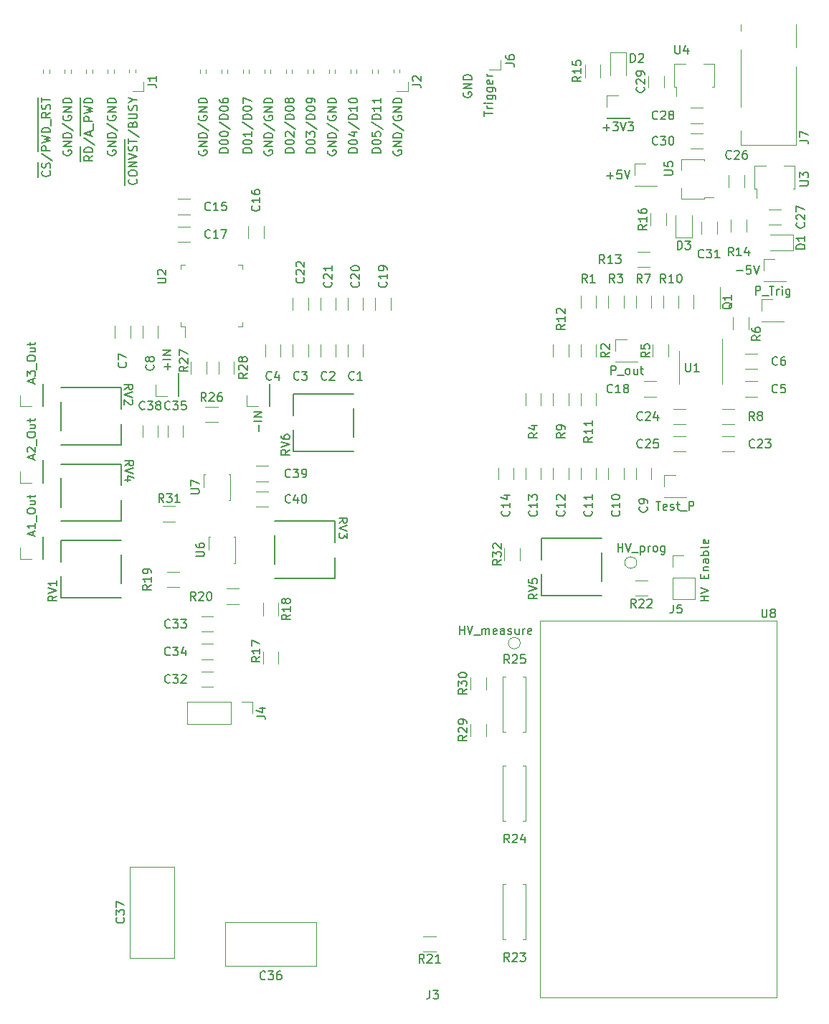
<source format=gbr>
%TF.GenerationSoftware,KiCad,Pcbnew,7.0.1*%
%TF.CreationDate,2023-04-12T20:57:29-06:00*%
%TF.ProjectId,Panoptes,50616e6f-7074-4657-932e-6b696361645f,3.0*%
%TF.SameCoordinates,PX16e3600PY1ba8140*%
%TF.FileFunction,Legend,Top*%
%TF.FilePolarity,Positive*%
%FSLAX46Y46*%
G04 Gerber Fmt 4.6, Leading zero omitted, Abs format (unit mm)*
G04 Created by KiCad (PCBNEW 7.0.1) date 2023-04-12 20:57:29*
%MOMM*%
%LPD*%
G01*
G04 APERTURE LIST*
%ADD10C,0.200000*%
%ADD11C,0.150000*%
%ADD12C,0.120000*%
%ADD13C,0.100000*%
G04 APERTURE END LIST*
D10*
X32010238Y-15380952D02*
X31962619Y-15476190D01*
X31962619Y-15476190D02*
X31962619Y-15619047D01*
X31962619Y-15619047D02*
X32010238Y-15761904D01*
X32010238Y-15761904D02*
X32105476Y-15857142D01*
X32105476Y-15857142D02*
X32200714Y-15904761D01*
X32200714Y-15904761D02*
X32391190Y-15952380D01*
X32391190Y-15952380D02*
X32534047Y-15952380D01*
X32534047Y-15952380D02*
X32724523Y-15904761D01*
X32724523Y-15904761D02*
X32819761Y-15857142D01*
X32819761Y-15857142D02*
X32915000Y-15761904D01*
X32915000Y-15761904D02*
X32962619Y-15619047D01*
X32962619Y-15619047D02*
X32962619Y-15523809D01*
X32962619Y-15523809D02*
X32915000Y-15380952D01*
X32915000Y-15380952D02*
X32867380Y-15333333D01*
X32867380Y-15333333D02*
X32534047Y-15333333D01*
X32534047Y-15333333D02*
X32534047Y-15523809D01*
X32962619Y-14904761D02*
X31962619Y-14904761D01*
X31962619Y-14904761D02*
X32962619Y-14333333D01*
X32962619Y-14333333D02*
X31962619Y-14333333D01*
X32962619Y-13857142D02*
X31962619Y-13857142D01*
X31962619Y-13857142D02*
X31962619Y-13619047D01*
X31962619Y-13619047D02*
X32010238Y-13476190D01*
X32010238Y-13476190D02*
X32105476Y-13380952D01*
X32105476Y-13380952D02*
X32200714Y-13333333D01*
X32200714Y-13333333D02*
X32391190Y-13285714D01*
X32391190Y-13285714D02*
X32534047Y-13285714D01*
X32534047Y-13285714D02*
X32724523Y-13333333D01*
X32724523Y-13333333D02*
X32819761Y-13380952D01*
X32819761Y-13380952D02*
X32915000Y-13476190D01*
X32915000Y-13476190D02*
X32962619Y-13619047D01*
X32962619Y-13619047D02*
X32962619Y-13857142D01*
X31915000Y-12142857D02*
X33200714Y-12999999D01*
X32010238Y-11285714D02*
X31962619Y-11380952D01*
X31962619Y-11380952D02*
X31962619Y-11523809D01*
X31962619Y-11523809D02*
X32010238Y-11666666D01*
X32010238Y-11666666D02*
X32105476Y-11761904D01*
X32105476Y-11761904D02*
X32200714Y-11809523D01*
X32200714Y-11809523D02*
X32391190Y-11857142D01*
X32391190Y-11857142D02*
X32534047Y-11857142D01*
X32534047Y-11857142D02*
X32724523Y-11809523D01*
X32724523Y-11809523D02*
X32819761Y-11761904D01*
X32819761Y-11761904D02*
X32915000Y-11666666D01*
X32915000Y-11666666D02*
X32962619Y-11523809D01*
X32962619Y-11523809D02*
X32962619Y-11428571D01*
X32962619Y-11428571D02*
X32915000Y-11285714D01*
X32915000Y-11285714D02*
X32867380Y-11238095D01*
X32867380Y-11238095D02*
X32534047Y-11238095D01*
X32534047Y-11238095D02*
X32534047Y-11428571D01*
X32962619Y-10809523D02*
X31962619Y-10809523D01*
X31962619Y-10809523D02*
X32962619Y-10238095D01*
X32962619Y-10238095D02*
X31962619Y-10238095D01*
X32962619Y-9761904D02*
X31962619Y-9761904D01*
X31962619Y-9761904D02*
X31962619Y-9523809D01*
X31962619Y-9523809D02*
X32010238Y-9380952D01*
X32010238Y-9380952D02*
X32105476Y-9285714D01*
X32105476Y-9285714D02*
X32200714Y-9238095D01*
X32200714Y-9238095D02*
X32391190Y-9190476D01*
X32391190Y-9190476D02*
X32534047Y-9190476D01*
X32534047Y-9190476D02*
X32724523Y-9238095D01*
X32724523Y-9238095D02*
X32819761Y-9285714D01*
X32819761Y-9285714D02*
X32915000Y-9380952D01*
X32915000Y-9380952D02*
X32962619Y-9523809D01*
X32962619Y-9523809D02*
X32962619Y-9761904D01*
X42962619Y-15619047D02*
X41962619Y-15619047D01*
X41962619Y-15619047D02*
X41962619Y-15380952D01*
X41962619Y-15380952D02*
X42010238Y-15238095D01*
X42010238Y-15238095D02*
X42105476Y-15142857D01*
X42105476Y-15142857D02*
X42200714Y-15095238D01*
X42200714Y-15095238D02*
X42391190Y-15047619D01*
X42391190Y-15047619D02*
X42534047Y-15047619D01*
X42534047Y-15047619D02*
X42724523Y-15095238D01*
X42724523Y-15095238D02*
X42819761Y-15142857D01*
X42819761Y-15142857D02*
X42915000Y-15238095D01*
X42915000Y-15238095D02*
X42962619Y-15380952D01*
X42962619Y-15380952D02*
X42962619Y-15619047D01*
X41962619Y-14428571D02*
X41962619Y-14333333D01*
X41962619Y-14333333D02*
X42010238Y-14238095D01*
X42010238Y-14238095D02*
X42057857Y-14190476D01*
X42057857Y-14190476D02*
X42153095Y-14142857D01*
X42153095Y-14142857D02*
X42343571Y-14095238D01*
X42343571Y-14095238D02*
X42581666Y-14095238D01*
X42581666Y-14095238D02*
X42772142Y-14142857D01*
X42772142Y-14142857D02*
X42867380Y-14190476D01*
X42867380Y-14190476D02*
X42915000Y-14238095D01*
X42915000Y-14238095D02*
X42962619Y-14333333D01*
X42962619Y-14333333D02*
X42962619Y-14428571D01*
X42962619Y-14428571D02*
X42915000Y-14523809D01*
X42915000Y-14523809D02*
X42867380Y-14571428D01*
X42867380Y-14571428D02*
X42772142Y-14619047D01*
X42772142Y-14619047D02*
X42581666Y-14666666D01*
X42581666Y-14666666D02*
X42343571Y-14666666D01*
X42343571Y-14666666D02*
X42153095Y-14619047D01*
X42153095Y-14619047D02*
X42057857Y-14571428D01*
X42057857Y-14571428D02*
X42010238Y-14523809D01*
X42010238Y-14523809D02*
X41962619Y-14428571D01*
X42295952Y-13238095D02*
X42962619Y-13238095D01*
X41915000Y-13476190D02*
X42629285Y-13714285D01*
X42629285Y-13714285D02*
X42629285Y-13095238D01*
X41915000Y-12000000D02*
X43200714Y-12857142D01*
X42962619Y-11666666D02*
X41962619Y-11666666D01*
X41962619Y-11666666D02*
X41962619Y-11428571D01*
X41962619Y-11428571D02*
X42010238Y-11285714D01*
X42010238Y-11285714D02*
X42105476Y-11190476D01*
X42105476Y-11190476D02*
X42200714Y-11142857D01*
X42200714Y-11142857D02*
X42391190Y-11095238D01*
X42391190Y-11095238D02*
X42534047Y-11095238D01*
X42534047Y-11095238D02*
X42724523Y-11142857D01*
X42724523Y-11142857D02*
X42819761Y-11190476D01*
X42819761Y-11190476D02*
X42915000Y-11285714D01*
X42915000Y-11285714D02*
X42962619Y-11428571D01*
X42962619Y-11428571D02*
X42962619Y-11666666D01*
X42962619Y-10142857D02*
X42962619Y-10714285D01*
X42962619Y-10428571D02*
X41962619Y-10428571D01*
X41962619Y-10428571D02*
X42105476Y-10523809D01*
X42105476Y-10523809D02*
X42200714Y-10619047D01*
X42200714Y-10619047D02*
X42248333Y-10714285D01*
X41962619Y-9523809D02*
X41962619Y-9428571D01*
X41962619Y-9428571D02*
X42010238Y-9333333D01*
X42010238Y-9333333D02*
X42057857Y-9285714D01*
X42057857Y-9285714D02*
X42153095Y-9238095D01*
X42153095Y-9238095D02*
X42343571Y-9190476D01*
X42343571Y-9190476D02*
X42581666Y-9190476D01*
X42581666Y-9190476D02*
X42772142Y-9238095D01*
X42772142Y-9238095D02*
X42867380Y-9285714D01*
X42867380Y-9285714D02*
X42915000Y-9333333D01*
X42915000Y-9333333D02*
X42962619Y-9428571D01*
X42962619Y-9428571D02*
X42962619Y-9523809D01*
X42962619Y-9523809D02*
X42915000Y-9619047D01*
X42915000Y-9619047D02*
X42867380Y-9666666D01*
X42867380Y-9666666D02*
X42772142Y-9714285D01*
X42772142Y-9714285D02*
X42581666Y-9761904D01*
X42581666Y-9761904D02*
X42343571Y-9761904D01*
X42343571Y-9761904D02*
X42153095Y-9714285D01*
X42153095Y-9714285D02*
X42057857Y-9666666D01*
X42057857Y-9666666D02*
X42010238Y-9619047D01*
X42010238Y-9619047D02*
X41962619Y-9523809D01*
X30462619Y-15619047D02*
X29462619Y-15619047D01*
X29462619Y-15619047D02*
X29462619Y-15380952D01*
X29462619Y-15380952D02*
X29510238Y-15238095D01*
X29510238Y-15238095D02*
X29605476Y-15142857D01*
X29605476Y-15142857D02*
X29700714Y-15095238D01*
X29700714Y-15095238D02*
X29891190Y-15047619D01*
X29891190Y-15047619D02*
X30034047Y-15047619D01*
X30034047Y-15047619D02*
X30224523Y-15095238D01*
X30224523Y-15095238D02*
X30319761Y-15142857D01*
X30319761Y-15142857D02*
X30415000Y-15238095D01*
X30415000Y-15238095D02*
X30462619Y-15380952D01*
X30462619Y-15380952D02*
X30462619Y-15619047D01*
X29462619Y-14428571D02*
X29462619Y-14333333D01*
X29462619Y-14333333D02*
X29510238Y-14238095D01*
X29510238Y-14238095D02*
X29557857Y-14190476D01*
X29557857Y-14190476D02*
X29653095Y-14142857D01*
X29653095Y-14142857D02*
X29843571Y-14095238D01*
X29843571Y-14095238D02*
X30081666Y-14095238D01*
X30081666Y-14095238D02*
X30272142Y-14142857D01*
X30272142Y-14142857D02*
X30367380Y-14190476D01*
X30367380Y-14190476D02*
X30415000Y-14238095D01*
X30415000Y-14238095D02*
X30462619Y-14333333D01*
X30462619Y-14333333D02*
X30462619Y-14428571D01*
X30462619Y-14428571D02*
X30415000Y-14523809D01*
X30415000Y-14523809D02*
X30367380Y-14571428D01*
X30367380Y-14571428D02*
X30272142Y-14619047D01*
X30272142Y-14619047D02*
X30081666Y-14666666D01*
X30081666Y-14666666D02*
X29843571Y-14666666D01*
X29843571Y-14666666D02*
X29653095Y-14619047D01*
X29653095Y-14619047D02*
X29557857Y-14571428D01*
X29557857Y-14571428D02*
X29510238Y-14523809D01*
X29510238Y-14523809D02*
X29462619Y-14428571D01*
X30462619Y-13142857D02*
X30462619Y-13714285D01*
X30462619Y-13428571D02*
X29462619Y-13428571D01*
X29462619Y-13428571D02*
X29605476Y-13523809D01*
X29605476Y-13523809D02*
X29700714Y-13619047D01*
X29700714Y-13619047D02*
X29748333Y-13714285D01*
X29415000Y-12000000D02*
X30700714Y-12857142D01*
X30462619Y-11666666D02*
X29462619Y-11666666D01*
X29462619Y-11666666D02*
X29462619Y-11428571D01*
X29462619Y-11428571D02*
X29510238Y-11285714D01*
X29510238Y-11285714D02*
X29605476Y-11190476D01*
X29605476Y-11190476D02*
X29700714Y-11142857D01*
X29700714Y-11142857D02*
X29891190Y-11095238D01*
X29891190Y-11095238D02*
X30034047Y-11095238D01*
X30034047Y-11095238D02*
X30224523Y-11142857D01*
X30224523Y-11142857D02*
X30319761Y-11190476D01*
X30319761Y-11190476D02*
X30415000Y-11285714D01*
X30415000Y-11285714D02*
X30462619Y-11428571D01*
X30462619Y-11428571D02*
X30462619Y-11666666D01*
X29462619Y-10476190D02*
X29462619Y-10380952D01*
X29462619Y-10380952D02*
X29510238Y-10285714D01*
X29510238Y-10285714D02*
X29557857Y-10238095D01*
X29557857Y-10238095D02*
X29653095Y-10190476D01*
X29653095Y-10190476D02*
X29843571Y-10142857D01*
X29843571Y-10142857D02*
X30081666Y-10142857D01*
X30081666Y-10142857D02*
X30272142Y-10190476D01*
X30272142Y-10190476D02*
X30367380Y-10238095D01*
X30367380Y-10238095D02*
X30415000Y-10285714D01*
X30415000Y-10285714D02*
X30462619Y-10380952D01*
X30462619Y-10380952D02*
X30462619Y-10476190D01*
X30462619Y-10476190D02*
X30415000Y-10571428D01*
X30415000Y-10571428D02*
X30367380Y-10619047D01*
X30367380Y-10619047D02*
X30272142Y-10666666D01*
X30272142Y-10666666D02*
X30081666Y-10714285D01*
X30081666Y-10714285D02*
X29843571Y-10714285D01*
X29843571Y-10714285D02*
X29653095Y-10666666D01*
X29653095Y-10666666D02*
X29557857Y-10619047D01*
X29557857Y-10619047D02*
X29510238Y-10571428D01*
X29510238Y-10571428D02*
X29462619Y-10476190D01*
X29462619Y-9809523D02*
X29462619Y-9142857D01*
X29462619Y-9142857D02*
X30462619Y-9571428D01*
X24260238Y-15380952D02*
X24212619Y-15476190D01*
X24212619Y-15476190D02*
X24212619Y-15619047D01*
X24212619Y-15619047D02*
X24260238Y-15761904D01*
X24260238Y-15761904D02*
X24355476Y-15857142D01*
X24355476Y-15857142D02*
X24450714Y-15904761D01*
X24450714Y-15904761D02*
X24641190Y-15952380D01*
X24641190Y-15952380D02*
X24784047Y-15952380D01*
X24784047Y-15952380D02*
X24974523Y-15904761D01*
X24974523Y-15904761D02*
X25069761Y-15857142D01*
X25069761Y-15857142D02*
X25165000Y-15761904D01*
X25165000Y-15761904D02*
X25212619Y-15619047D01*
X25212619Y-15619047D02*
X25212619Y-15523809D01*
X25212619Y-15523809D02*
X25165000Y-15380952D01*
X25165000Y-15380952D02*
X25117380Y-15333333D01*
X25117380Y-15333333D02*
X24784047Y-15333333D01*
X24784047Y-15333333D02*
X24784047Y-15523809D01*
X25212619Y-14904761D02*
X24212619Y-14904761D01*
X24212619Y-14904761D02*
X25212619Y-14333333D01*
X25212619Y-14333333D02*
X24212619Y-14333333D01*
X25212619Y-13857142D02*
X24212619Y-13857142D01*
X24212619Y-13857142D02*
X24212619Y-13619047D01*
X24212619Y-13619047D02*
X24260238Y-13476190D01*
X24260238Y-13476190D02*
X24355476Y-13380952D01*
X24355476Y-13380952D02*
X24450714Y-13333333D01*
X24450714Y-13333333D02*
X24641190Y-13285714D01*
X24641190Y-13285714D02*
X24784047Y-13285714D01*
X24784047Y-13285714D02*
X24974523Y-13333333D01*
X24974523Y-13333333D02*
X25069761Y-13380952D01*
X25069761Y-13380952D02*
X25165000Y-13476190D01*
X25165000Y-13476190D02*
X25212619Y-13619047D01*
X25212619Y-13619047D02*
X25212619Y-13857142D01*
X24165000Y-12142857D02*
X25450714Y-12999999D01*
X24260238Y-11285714D02*
X24212619Y-11380952D01*
X24212619Y-11380952D02*
X24212619Y-11523809D01*
X24212619Y-11523809D02*
X24260238Y-11666666D01*
X24260238Y-11666666D02*
X24355476Y-11761904D01*
X24355476Y-11761904D02*
X24450714Y-11809523D01*
X24450714Y-11809523D02*
X24641190Y-11857142D01*
X24641190Y-11857142D02*
X24784047Y-11857142D01*
X24784047Y-11857142D02*
X24974523Y-11809523D01*
X24974523Y-11809523D02*
X25069761Y-11761904D01*
X25069761Y-11761904D02*
X25165000Y-11666666D01*
X25165000Y-11666666D02*
X25212619Y-11523809D01*
X25212619Y-11523809D02*
X25212619Y-11428571D01*
X25212619Y-11428571D02*
X25165000Y-11285714D01*
X25165000Y-11285714D02*
X25117380Y-11238095D01*
X25117380Y-11238095D02*
X24784047Y-11238095D01*
X24784047Y-11238095D02*
X24784047Y-11428571D01*
X25212619Y-10809523D02*
X24212619Y-10809523D01*
X24212619Y-10809523D02*
X25212619Y-10238095D01*
X25212619Y-10238095D02*
X24212619Y-10238095D01*
X25212619Y-9761904D02*
X24212619Y-9761904D01*
X24212619Y-9761904D02*
X24212619Y-9523809D01*
X24212619Y-9523809D02*
X24260238Y-9380952D01*
X24260238Y-9380952D02*
X24355476Y-9285714D01*
X24355476Y-9285714D02*
X24450714Y-9238095D01*
X24450714Y-9238095D02*
X24641190Y-9190476D01*
X24641190Y-9190476D02*
X24784047Y-9190476D01*
X24784047Y-9190476D02*
X24974523Y-9238095D01*
X24974523Y-9238095D02*
X25069761Y-9285714D01*
X25069761Y-9285714D02*
X25165000Y-9380952D01*
X25165000Y-9380952D02*
X25212619Y-9523809D01*
X25212619Y-9523809D02*
X25212619Y-9761904D01*
X8260238Y-15380952D02*
X8212619Y-15476190D01*
X8212619Y-15476190D02*
X8212619Y-15619047D01*
X8212619Y-15619047D02*
X8260238Y-15761904D01*
X8260238Y-15761904D02*
X8355476Y-15857142D01*
X8355476Y-15857142D02*
X8450714Y-15904761D01*
X8450714Y-15904761D02*
X8641190Y-15952380D01*
X8641190Y-15952380D02*
X8784047Y-15952380D01*
X8784047Y-15952380D02*
X8974523Y-15904761D01*
X8974523Y-15904761D02*
X9069761Y-15857142D01*
X9069761Y-15857142D02*
X9165000Y-15761904D01*
X9165000Y-15761904D02*
X9212619Y-15619047D01*
X9212619Y-15619047D02*
X9212619Y-15523809D01*
X9212619Y-15523809D02*
X9165000Y-15380952D01*
X9165000Y-15380952D02*
X9117380Y-15333333D01*
X9117380Y-15333333D02*
X8784047Y-15333333D01*
X8784047Y-15333333D02*
X8784047Y-15523809D01*
X9212619Y-14904761D02*
X8212619Y-14904761D01*
X8212619Y-14904761D02*
X9212619Y-14333333D01*
X9212619Y-14333333D02*
X8212619Y-14333333D01*
X9212619Y-13857142D02*
X8212619Y-13857142D01*
X8212619Y-13857142D02*
X8212619Y-13619047D01*
X8212619Y-13619047D02*
X8260238Y-13476190D01*
X8260238Y-13476190D02*
X8355476Y-13380952D01*
X8355476Y-13380952D02*
X8450714Y-13333333D01*
X8450714Y-13333333D02*
X8641190Y-13285714D01*
X8641190Y-13285714D02*
X8784047Y-13285714D01*
X8784047Y-13285714D02*
X8974523Y-13333333D01*
X8974523Y-13333333D02*
X9069761Y-13380952D01*
X9069761Y-13380952D02*
X9165000Y-13476190D01*
X9165000Y-13476190D02*
X9212619Y-13619047D01*
X9212619Y-13619047D02*
X9212619Y-13857142D01*
X8165000Y-12142857D02*
X9450714Y-12999999D01*
X8260238Y-11285714D02*
X8212619Y-11380952D01*
X8212619Y-11380952D02*
X8212619Y-11523809D01*
X8212619Y-11523809D02*
X8260238Y-11666666D01*
X8260238Y-11666666D02*
X8355476Y-11761904D01*
X8355476Y-11761904D02*
X8450714Y-11809523D01*
X8450714Y-11809523D02*
X8641190Y-11857142D01*
X8641190Y-11857142D02*
X8784047Y-11857142D01*
X8784047Y-11857142D02*
X8974523Y-11809523D01*
X8974523Y-11809523D02*
X9069761Y-11761904D01*
X9069761Y-11761904D02*
X9165000Y-11666666D01*
X9165000Y-11666666D02*
X9212619Y-11523809D01*
X9212619Y-11523809D02*
X9212619Y-11428571D01*
X9212619Y-11428571D02*
X9165000Y-11285714D01*
X9165000Y-11285714D02*
X9117380Y-11238095D01*
X9117380Y-11238095D02*
X8784047Y-11238095D01*
X8784047Y-11238095D02*
X8784047Y-11428571D01*
X9212619Y-10809523D02*
X8212619Y-10809523D01*
X8212619Y-10809523D02*
X9212619Y-10238095D01*
X9212619Y-10238095D02*
X8212619Y-10238095D01*
X9212619Y-9761904D02*
X8212619Y-9761904D01*
X8212619Y-9761904D02*
X8212619Y-9523809D01*
X8212619Y-9523809D02*
X8260238Y-9380952D01*
X8260238Y-9380952D02*
X8355476Y-9285714D01*
X8355476Y-9285714D02*
X8450714Y-9238095D01*
X8450714Y-9238095D02*
X8641190Y-9190476D01*
X8641190Y-9190476D02*
X8784047Y-9190476D01*
X8784047Y-9190476D02*
X8974523Y-9238095D01*
X8974523Y-9238095D02*
X9069761Y-9285714D01*
X9069761Y-9285714D02*
X9165000Y-9380952D01*
X9165000Y-9380952D02*
X9212619Y-9523809D01*
X9212619Y-9523809D02*
X9212619Y-9761904D01*
X13510238Y-15380952D02*
X13462619Y-15476190D01*
X13462619Y-15476190D02*
X13462619Y-15619047D01*
X13462619Y-15619047D02*
X13510238Y-15761904D01*
X13510238Y-15761904D02*
X13605476Y-15857142D01*
X13605476Y-15857142D02*
X13700714Y-15904761D01*
X13700714Y-15904761D02*
X13891190Y-15952380D01*
X13891190Y-15952380D02*
X14034047Y-15952380D01*
X14034047Y-15952380D02*
X14224523Y-15904761D01*
X14224523Y-15904761D02*
X14319761Y-15857142D01*
X14319761Y-15857142D02*
X14415000Y-15761904D01*
X14415000Y-15761904D02*
X14462619Y-15619047D01*
X14462619Y-15619047D02*
X14462619Y-15523809D01*
X14462619Y-15523809D02*
X14415000Y-15380952D01*
X14415000Y-15380952D02*
X14367380Y-15333333D01*
X14367380Y-15333333D02*
X14034047Y-15333333D01*
X14034047Y-15333333D02*
X14034047Y-15523809D01*
X14462619Y-14904761D02*
X13462619Y-14904761D01*
X13462619Y-14904761D02*
X14462619Y-14333333D01*
X14462619Y-14333333D02*
X13462619Y-14333333D01*
X14462619Y-13857142D02*
X13462619Y-13857142D01*
X13462619Y-13857142D02*
X13462619Y-13619047D01*
X13462619Y-13619047D02*
X13510238Y-13476190D01*
X13510238Y-13476190D02*
X13605476Y-13380952D01*
X13605476Y-13380952D02*
X13700714Y-13333333D01*
X13700714Y-13333333D02*
X13891190Y-13285714D01*
X13891190Y-13285714D02*
X14034047Y-13285714D01*
X14034047Y-13285714D02*
X14224523Y-13333333D01*
X14224523Y-13333333D02*
X14319761Y-13380952D01*
X14319761Y-13380952D02*
X14415000Y-13476190D01*
X14415000Y-13476190D02*
X14462619Y-13619047D01*
X14462619Y-13619047D02*
X14462619Y-13857142D01*
X13415000Y-12142857D02*
X14700714Y-12999999D01*
X13510238Y-11285714D02*
X13462619Y-11380952D01*
X13462619Y-11380952D02*
X13462619Y-11523809D01*
X13462619Y-11523809D02*
X13510238Y-11666666D01*
X13510238Y-11666666D02*
X13605476Y-11761904D01*
X13605476Y-11761904D02*
X13700714Y-11809523D01*
X13700714Y-11809523D02*
X13891190Y-11857142D01*
X13891190Y-11857142D02*
X14034047Y-11857142D01*
X14034047Y-11857142D02*
X14224523Y-11809523D01*
X14224523Y-11809523D02*
X14319761Y-11761904D01*
X14319761Y-11761904D02*
X14415000Y-11666666D01*
X14415000Y-11666666D02*
X14462619Y-11523809D01*
X14462619Y-11523809D02*
X14462619Y-11428571D01*
X14462619Y-11428571D02*
X14415000Y-11285714D01*
X14415000Y-11285714D02*
X14367380Y-11238095D01*
X14367380Y-11238095D02*
X14034047Y-11238095D01*
X14034047Y-11238095D02*
X14034047Y-11428571D01*
X14462619Y-10809523D02*
X13462619Y-10809523D01*
X13462619Y-10809523D02*
X14462619Y-10238095D01*
X14462619Y-10238095D02*
X13462619Y-10238095D01*
X14462619Y-9761904D02*
X13462619Y-9761904D01*
X13462619Y-9761904D02*
X13462619Y-9523809D01*
X13462619Y-9523809D02*
X13510238Y-9380952D01*
X13510238Y-9380952D02*
X13605476Y-9285714D01*
X13605476Y-9285714D02*
X13700714Y-9238095D01*
X13700714Y-9238095D02*
X13891190Y-9190476D01*
X13891190Y-9190476D02*
X14034047Y-9190476D01*
X14034047Y-9190476D02*
X14224523Y-9238095D01*
X14224523Y-9238095D02*
X14319761Y-9285714D01*
X14319761Y-9285714D02*
X14415000Y-9380952D01*
X14415000Y-9380952D02*
X14462619Y-9523809D01*
X14462619Y-9523809D02*
X14462619Y-9761904D01*
X84462619Y-68511904D02*
X83462619Y-68511904D01*
X83938809Y-68511904D02*
X83938809Y-67940476D01*
X84462619Y-67940476D02*
X83462619Y-67940476D01*
X83462619Y-67607142D02*
X84462619Y-67273809D01*
X84462619Y-67273809D02*
X83462619Y-66940476D01*
X83938809Y-65845237D02*
X83938809Y-65511904D01*
X84462619Y-65369047D02*
X84462619Y-65845237D01*
X84462619Y-65845237D02*
X83462619Y-65845237D01*
X83462619Y-65845237D02*
X83462619Y-65369047D01*
X83795952Y-64940475D02*
X84462619Y-64940475D01*
X83891190Y-64940475D02*
X83843571Y-64892856D01*
X83843571Y-64892856D02*
X83795952Y-64797618D01*
X83795952Y-64797618D02*
X83795952Y-64654761D01*
X83795952Y-64654761D02*
X83843571Y-64559523D01*
X83843571Y-64559523D02*
X83938809Y-64511904D01*
X83938809Y-64511904D02*
X84462619Y-64511904D01*
X84462619Y-63607142D02*
X83938809Y-63607142D01*
X83938809Y-63607142D02*
X83843571Y-63654761D01*
X83843571Y-63654761D02*
X83795952Y-63749999D01*
X83795952Y-63749999D02*
X83795952Y-63940475D01*
X83795952Y-63940475D02*
X83843571Y-64035713D01*
X84415000Y-63607142D02*
X84462619Y-63702380D01*
X84462619Y-63702380D02*
X84462619Y-63940475D01*
X84462619Y-63940475D02*
X84415000Y-64035713D01*
X84415000Y-64035713D02*
X84319761Y-64083332D01*
X84319761Y-64083332D02*
X84224523Y-64083332D01*
X84224523Y-64083332D02*
X84129285Y-64035713D01*
X84129285Y-64035713D02*
X84081666Y-63940475D01*
X84081666Y-63940475D02*
X84081666Y-63702380D01*
X84081666Y-63702380D02*
X84034047Y-63607142D01*
X84462619Y-63130951D02*
X83462619Y-63130951D01*
X83843571Y-63130951D02*
X83795952Y-63035713D01*
X83795952Y-63035713D02*
X83795952Y-62845237D01*
X83795952Y-62845237D02*
X83843571Y-62749999D01*
X83843571Y-62749999D02*
X83891190Y-62702380D01*
X83891190Y-62702380D02*
X83986428Y-62654761D01*
X83986428Y-62654761D02*
X84272142Y-62654761D01*
X84272142Y-62654761D02*
X84367380Y-62702380D01*
X84367380Y-62702380D02*
X84415000Y-62749999D01*
X84415000Y-62749999D02*
X84462619Y-62845237D01*
X84462619Y-62845237D02*
X84462619Y-63035713D01*
X84462619Y-63035713D02*
X84415000Y-63130951D01*
X84462619Y-62083332D02*
X84415000Y-62178570D01*
X84415000Y-62178570D02*
X84319761Y-62226189D01*
X84319761Y-62226189D02*
X83462619Y-62226189D01*
X84415000Y-61321427D02*
X84462619Y-61416665D01*
X84462619Y-61416665D02*
X84462619Y-61607141D01*
X84462619Y-61607141D02*
X84415000Y-61702379D01*
X84415000Y-61702379D02*
X84319761Y-61749998D01*
X84319761Y-61749998D02*
X83938809Y-61749998D01*
X83938809Y-61749998D02*
X83843571Y-61702379D01*
X83843571Y-61702379D02*
X83795952Y-61607141D01*
X83795952Y-61607141D02*
X83795952Y-61416665D01*
X83795952Y-61416665D02*
X83843571Y-61321427D01*
X83843571Y-61321427D02*
X83938809Y-61273808D01*
X83938809Y-61273808D02*
X84034047Y-61273808D01*
X84034047Y-61273808D02*
X84129285Y-61749998D01*
X55510238Y-8535714D02*
X55462619Y-8630952D01*
X55462619Y-8630952D02*
X55462619Y-8773809D01*
X55462619Y-8773809D02*
X55510238Y-8916666D01*
X55510238Y-8916666D02*
X55605476Y-9011904D01*
X55605476Y-9011904D02*
X55700714Y-9059523D01*
X55700714Y-9059523D02*
X55891190Y-9107142D01*
X55891190Y-9107142D02*
X56034047Y-9107142D01*
X56034047Y-9107142D02*
X56224523Y-9059523D01*
X56224523Y-9059523D02*
X56319761Y-9011904D01*
X56319761Y-9011904D02*
X56415000Y-8916666D01*
X56415000Y-8916666D02*
X56462619Y-8773809D01*
X56462619Y-8773809D02*
X56462619Y-8678571D01*
X56462619Y-8678571D02*
X56415000Y-8535714D01*
X56415000Y-8535714D02*
X56367380Y-8488095D01*
X56367380Y-8488095D02*
X56034047Y-8488095D01*
X56034047Y-8488095D02*
X56034047Y-8678571D01*
X56462619Y-8059523D02*
X55462619Y-8059523D01*
X55462619Y-8059523D02*
X56462619Y-7488095D01*
X56462619Y-7488095D02*
X55462619Y-7488095D01*
X56462619Y-7011904D02*
X55462619Y-7011904D01*
X55462619Y-7011904D02*
X55462619Y-6773809D01*
X55462619Y-6773809D02*
X55510238Y-6630952D01*
X55510238Y-6630952D02*
X55605476Y-6535714D01*
X55605476Y-6535714D02*
X55700714Y-6488095D01*
X55700714Y-6488095D02*
X55891190Y-6440476D01*
X55891190Y-6440476D02*
X56034047Y-6440476D01*
X56034047Y-6440476D02*
X56224523Y-6488095D01*
X56224523Y-6488095D02*
X56319761Y-6535714D01*
X56319761Y-6535714D02*
X56415000Y-6630952D01*
X56415000Y-6630952D02*
X56462619Y-6773809D01*
X56462619Y-6773809D02*
X56462619Y-7011904D01*
X47260238Y-15380952D02*
X47212619Y-15476190D01*
X47212619Y-15476190D02*
X47212619Y-15619047D01*
X47212619Y-15619047D02*
X47260238Y-15761904D01*
X47260238Y-15761904D02*
X47355476Y-15857142D01*
X47355476Y-15857142D02*
X47450714Y-15904761D01*
X47450714Y-15904761D02*
X47641190Y-15952380D01*
X47641190Y-15952380D02*
X47784047Y-15952380D01*
X47784047Y-15952380D02*
X47974523Y-15904761D01*
X47974523Y-15904761D02*
X48069761Y-15857142D01*
X48069761Y-15857142D02*
X48165000Y-15761904D01*
X48165000Y-15761904D02*
X48212619Y-15619047D01*
X48212619Y-15619047D02*
X48212619Y-15523809D01*
X48212619Y-15523809D02*
X48165000Y-15380952D01*
X48165000Y-15380952D02*
X48117380Y-15333333D01*
X48117380Y-15333333D02*
X47784047Y-15333333D01*
X47784047Y-15333333D02*
X47784047Y-15523809D01*
X48212619Y-14904761D02*
X47212619Y-14904761D01*
X47212619Y-14904761D02*
X48212619Y-14333333D01*
X48212619Y-14333333D02*
X47212619Y-14333333D01*
X48212619Y-13857142D02*
X47212619Y-13857142D01*
X47212619Y-13857142D02*
X47212619Y-13619047D01*
X47212619Y-13619047D02*
X47260238Y-13476190D01*
X47260238Y-13476190D02*
X47355476Y-13380952D01*
X47355476Y-13380952D02*
X47450714Y-13333333D01*
X47450714Y-13333333D02*
X47641190Y-13285714D01*
X47641190Y-13285714D02*
X47784047Y-13285714D01*
X47784047Y-13285714D02*
X47974523Y-13333333D01*
X47974523Y-13333333D02*
X48069761Y-13380952D01*
X48069761Y-13380952D02*
X48165000Y-13476190D01*
X48165000Y-13476190D02*
X48212619Y-13619047D01*
X48212619Y-13619047D02*
X48212619Y-13857142D01*
X47165000Y-12142857D02*
X48450714Y-12999999D01*
X47260238Y-11285714D02*
X47212619Y-11380952D01*
X47212619Y-11380952D02*
X47212619Y-11523809D01*
X47212619Y-11523809D02*
X47260238Y-11666666D01*
X47260238Y-11666666D02*
X47355476Y-11761904D01*
X47355476Y-11761904D02*
X47450714Y-11809523D01*
X47450714Y-11809523D02*
X47641190Y-11857142D01*
X47641190Y-11857142D02*
X47784047Y-11857142D01*
X47784047Y-11857142D02*
X47974523Y-11809523D01*
X47974523Y-11809523D02*
X48069761Y-11761904D01*
X48069761Y-11761904D02*
X48165000Y-11666666D01*
X48165000Y-11666666D02*
X48212619Y-11523809D01*
X48212619Y-11523809D02*
X48212619Y-11428571D01*
X48212619Y-11428571D02*
X48165000Y-11285714D01*
X48165000Y-11285714D02*
X48117380Y-11238095D01*
X48117380Y-11238095D02*
X47784047Y-11238095D01*
X47784047Y-11238095D02*
X47784047Y-11428571D01*
X48212619Y-10809523D02*
X47212619Y-10809523D01*
X47212619Y-10809523D02*
X48212619Y-10238095D01*
X48212619Y-10238095D02*
X47212619Y-10238095D01*
X48212619Y-9761904D02*
X47212619Y-9761904D01*
X47212619Y-9761904D02*
X47212619Y-9523809D01*
X47212619Y-9523809D02*
X47260238Y-9380952D01*
X47260238Y-9380952D02*
X47355476Y-9285714D01*
X47355476Y-9285714D02*
X47450714Y-9238095D01*
X47450714Y-9238095D02*
X47641190Y-9190476D01*
X47641190Y-9190476D02*
X47784047Y-9190476D01*
X47784047Y-9190476D02*
X47974523Y-9238095D01*
X47974523Y-9238095D02*
X48069761Y-9285714D01*
X48069761Y-9285714D02*
X48165000Y-9380952D01*
X48165000Y-9380952D02*
X48212619Y-9523809D01*
X48212619Y-9523809D02*
X48212619Y-9761904D01*
X37962619Y-15619047D02*
X36962619Y-15619047D01*
X36962619Y-15619047D02*
X36962619Y-15380952D01*
X36962619Y-15380952D02*
X37010238Y-15238095D01*
X37010238Y-15238095D02*
X37105476Y-15142857D01*
X37105476Y-15142857D02*
X37200714Y-15095238D01*
X37200714Y-15095238D02*
X37391190Y-15047619D01*
X37391190Y-15047619D02*
X37534047Y-15047619D01*
X37534047Y-15047619D02*
X37724523Y-15095238D01*
X37724523Y-15095238D02*
X37819761Y-15142857D01*
X37819761Y-15142857D02*
X37915000Y-15238095D01*
X37915000Y-15238095D02*
X37962619Y-15380952D01*
X37962619Y-15380952D02*
X37962619Y-15619047D01*
X36962619Y-14428571D02*
X36962619Y-14333333D01*
X36962619Y-14333333D02*
X37010238Y-14238095D01*
X37010238Y-14238095D02*
X37057857Y-14190476D01*
X37057857Y-14190476D02*
X37153095Y-14142857D01*
X37153095Y-14142857D02*
X37343571Y-14095238D01*
X37343571Y-14095238D02*
X37581666Y-14095238D01*
X37581666Y-14095238D02*
X37772142Y-14142857D01*
X37772142Y-14142857D02*
X37867380Y-14190476D01*
X37867380Y-14190476D02*
X37915000Y-14238095D01*
X37915000Y-14238095D02*
X37962619Y-14333333D01*
X37962619Y-14333333D02*
X37962619Y-14428571D01*
X37962619Y-14428571D02*
X37915000Y-14523809D01*
X37915000Y-14523809D02*
X37867380Y-14571428D01*
X37867380Y-14571428D02*
X37772142Y-14619047D01*
X37772142Y-14619047D02*
X37581666Y-14666666D01*
X37581666Y-14666666D02*
X37343571Y-14666666D01*
X37343571Y-14666666D02*
X37153095Y-14619047D01*
X37153095Y-14619047D02*
X37057857Y-14571428D01*
X37057857Y-14571428D02*
X37010238Y-14523809D01*
X37010238Y-14523809D02*
X36962619Y-14428571D01*
X36962619Y-13761904D02*
X36962619Y-13142857D01*
X36962619Y-13142857D02*
X37343571Y-13476190D01*
X37343571Y-13476190D02*
X37343571Y-13333333D01*
X37343571Y-13333333D02*
X37391190Y-13238095D01*
X37391190Y-13238095D02*
X37438809Y-13190476D01*
X37438809Y-13190476D02*
X37534047Y-13142857D01*
X37534047Y-13142857D02*
X37772142Y-13142857D01*
X37772142Y-13142857D02*
X37867380Y-13190476D01*
X37867380Y-13190476D02*
X37915000Y-13238095D01*
X37915000Y-13238095D02*
X37962619Y-13333333D01*
X37962619Y-13333333D02*
X37962619Y-13619047D01*
X37962619Y-13619047D02*
X37915000Y-13714285D01*
X37915000Y-13714285D02*
X37867380Y-13761904D01*
X36915000Y-12000000D02*
X38200714Y-12857142D01*
X37962619Y-11666666D02*
X36962619Y-11666666D01*
X36962619Y-11666666D02*
X36962619Y-11428571D01*
X36962619Y-11428571D02*
X37010238Y-11285714D01*
X37010238Y-11285714D02*
X37105476Y-11190476D01*
X37105476Y-11190476D02*
X37200714Y-11142857D01*
X37200714Y-11142857D02*
X37391190Y-11095238D01*
X37391190Y-11095238D02*
X37534047Y-11095238D01*
X37534047Y-11095238D02*
X37724523Y-11142857D01*
X37724523Y-11142857D02*
X37819761Y-11190476D01*
X37819761Y-11190476D02*
X37915000Y-11285714D01*
X37915000Y-11285714D02*
X37962619Y-11428571D01*
X37962619Y-11428571D02*
X37962619Y-11666666D01*
X36962619Y-10476190D02*
X36962619Y-10380952D01*
X36962619Y-10380952D02*
X37010238Y-10285714D01*
X37010238Y-10285714D02*
X37057857Y-10238095D01*
X37057857Y-10238095D02*
X37153095Y-10190476D01*
X37153095Y-10190476D02*
X37343571Y-10142857D01*
X37343571Y-10142857D02*
X37581666Y-10142857D01*
X37581666Y-10142857D02*
X37772142Y-10190476D01*
X37772142Y-10190476D02*
X37867380Y-10238095D01*
X37867380Y-10238095D02*
X37915000Y-10285714D01*
X37915000Y-10285714D02*
X37962619Y-10380952D01*
X37962619Y-10380952D02*
X37962619Y-10476190D01*
X37962619Y-10476190D02*
X37915000Y-10571428D01*
X37915000Y-10571428D02*
X37867380Y-10619047D01*
X37867380Y-10619047D02*
X37772142Y-10666666D01*
X37772142Y-10666666D02*
X37581666Y-10714285D01*
X37581666Y-10714285D02*
X37343571Y-10714285D01*
X37343571Y-10714285D02*
X37153095Y-10666666D01*
X37153095Y-10666666D02*
X37057857Y-10619047D01*
X37057857Y-10619047D02*
X37010238Y-10571428D01*
X37010238Y-10571428D02*
X36962619Y-10476190D01*
X37962619Y-9666666D02*
X37962619Y-9476190D01*
X37962619Y-9476190D02*
X37915000Y-9380952D01*
X37915000Y-9380952D02*
X37867380Y-9333333D01*
X37867380Y-9333333D02*
X37724523Y-9238095D01*
X37724523Y-9238095D02*
X37534047Y-9190476D01*
X37534047Y-9190476D02*
X37153095Y-9190476D01*
X37153095Y-9190476D02*
X37057857Y-9238095D01*
X37057857Y-9238095D02*
X37010238Y-9285714D01*
X37010238Y-9285714D02*
X36962619Y-9380952D01*
X36962619Y-9380952D02*
X36962619Y-9571428D01*
X36962619Y-9571428D02*
X37010238Y-9666666D01*
X37010238Y-9666666D02*
X37057857Y-9714285D01*
X37057857Y-9714285D02*
X37153095Y-9761904D01*
X37153095Y-9761904D02*
X37391190Y-9761904D01*
X37391190Y-9761904D02*
X37486428Y-9714285D01*
X37486428Y-9714285D02*
X37534047Y-9666666D01*
X37534047Y-9666666D02*
X37581666Y-9571428D01*
X37581666Y-9571428D02*
X37581666Y-9380952D01*
X37581666Y-9380952D02*
X37534047Y-9285714D01*
X37534047Y-9285714D02*
X37486428Y-9238095D01*
X37486428Y-9238095D02*
X37391190Y-9190476D01*
X57962619Y-11297619D02*
X57962619Y-10726191D01*
X58962619Y-11011905D02*
X57962619Y-11011905D01*
X58962619Y-10392857D02*
X58295952Y-10392857D01*
X58486428Y-10392857D02*
X58391190Y-10345238D01*
X58391190Y-10345238D02*
X58343571Y-10297619D01*
X58343571Y-10297619D02*
X58295952Y-10202381D01*
X58295952Y-10202381D02*
X58295952Y-10107143D01*
X58962619Y-9773809D02*
X58295952Y-9773809D01*
X57962619Y-9773809D02*
X58010238Y-9821428D01*
X58010238Y-9821428D02*
X58057857Y-9773809D01*
X58057857Y-9773809D02*
X58010238Y-9726190D01*
X58010238Y-9726190D02*
X57962619Y-9773809D01*
X57962619Y-9773809D02*
X58057857Y-9773809D01*
X58295952Y-8869048D02*
X59105476Y-8869048D01*
X59105476Y-8869048D02*
X59200714Y-8916667D01*
X59200714Y-8916667D02*
X59248333Y-8964286D01*
X59248333Y-8964286D02*
X59295952Y-9059524D01*
X59295952Y-9059524D02*
X59295952Y-9202381D01*
X59295952Y-9202381D02*
X59248333Y-9297619D01*
X58915000Y-8869048D02*
X58962619Y-8964286D01*
X58962619Y-8964286D02*
X58962619Y-9154762D01*
X58962619Y-9154762D02*
X58915000Y-9250000D01*
X58915000Y-9250000D02*
X58867380Y-9297619D01*
X58867380Y-9297619D02*
X58772142Y-9345238D01*
X58772142Y-9345238D02*
X58486428Y-9345238D01*
X58486428Y-9345238D02*
X58391190Y-9297619D01*
X58391190Y-9297619D02*
X58343571Y-9250000D01*
X58343571Y-9250000D02*
X58295952Y-9154762D01*
X58295952Y-9154762D02*
X58295952Y-8964286D01*
X58295952Y-8964286D02*
X58343571Y-8869048D01*
X58295952Y-7964286D02*
X59105476Y-7964286D01*
X59105476Y-7964286D02*
X59200714Y-8011905D01*
X59200714Y-8011905D02*
X59248333Y-8059524D01*
X59248333Y-8059524D02*
X59295952Y-8154762D01*
X59295952Y-8154762D02*
X59295952Y-8297619D01*
X59295952Y-8297619D02*
X59248333Y-8392857D01*
X58915000Y-7964286D02*
X58962619Y-8059524D01*
X58962619Y-8059524D02*
X58962619Y-8250000D01*
X58962619Y-8250000D02*
X58915000Y-8345238D01*
X58915000Y-8345238D02*
X58867380Y-8392857D01*
X58867380Y-8392857D02*
X58772142Y-8440476D01*
X58772142Y-8440476D02*
X58486428Y-8440476D01*
X58486428Y-8440476D02*
X58391190Y-8392857D01*
X58391190Y-8392857D02*
X58343571Y-8345238D01*
X58343571Y-8345238D02*
X58295952Y-8250000D01*
X58295952Y-8250000D02*
X58295952Y-8059524D01*
X58295952Y-8059524D02*
X58343571Y-7964286D01*
X58915000Y-7107143D02*
X58962619Y-7202381D01*
X58962619Y-7202381D02*
X58962619Y-7392857D01*
X58962619Y-7392857D02*
X58915000Y-7488095D01*
X58915000Y-7488095D02*
X58819761Y-7535714D01*
X58819761Y-7535714D02*
X58438809Y-7535714D01*
X58438809Y-7535714D02*
X58343571Y-7488095D01*
X58343571Y-7488095D02*
X58295952Y-7392857D01*
X58295952Y-7392857D02*
X58295952Y-7202381D01*
X58295952Y-7202381D02*
X58343571Y-7107143D01*
X58343571Y-7107143D02*
X58438809Y-7059524D01*
X58438809Y-7059524D02*
X58534047Y-7059524D01*
X58534047Y-7059524D02*
X58629285Y-7535714D01*
X58962619Y-6630952D02*
X58295952Y-6630952D01*
X58486428Y-6630952D02*
X58391190Y-6583333D01*
X58391190Y-6583333D02*
X58343571Y-6535714D01*
X58343571Y-6535714D02*
X58295952Y-6440476D01*
X58295952Y-6440476D02*
X58295952Y-6345238D01*
X45712619Y-15619047D02*
X44712619Y-15619047D01*
X44712619Y-15619047D02*
X44712619Y-15380952D01*
X44712619Y-15380952D02*
X44760238Y-15238095D01*
X44760238Y-15238095D02*
X44855476Y-15142857D01*
X44855476Y-15142857D02*
X44950714Y-15095238D01*
X44950714Y-15095238D02*
X45141190Y-15047619D01*
X45141190Y-15047619D02*
X45284047Y-15047619D01*
X45284047Y-15047619D02*
X45474523Y-15095238D01*
X45474523Y-15095238D02*
X45569761Y-15142857D01*
X45569761Y-15142857D02*
X45665000Y-15238095D01*
X45665000Y-15238095D02*
X45712619Y-15380952D01*
X45712619Y-15380952D02*
X45712619Y-15619047D01*
X44712619Y-14428571D02*
X44712619Y-14333333D01*
X44712619Y-14333333D02*
X44760238Y-14238095D01*
X44760238Y-14238095D02*
X44807857Y-14190476D01*
X44807857Y-14190476D02*
X44903095Y-14142857D01*
X44903095Y-14142857D02*
X45093571Y-14095238D01*
X45093571Y-14095238D02*
X45331666Y-14095238D01*
X45331666Y-14095238D02*
X45522142Y-14142857D01*
X45522142Y-14142857D02*
X45617380Y-14190476D01*
X45617380Y-14190476D02*
X45665000Y-14238095D01*
X45665000Y-14238095D02*
X45712619Y-14333333D01*
X45712619Y-14333333D02*
X45712619Y-14428571D01*
X45712619Y-14428571D02*
X45665000Y-14523809D01*
X45665000Y-14523809D02*
X45617380Y-14571428D01*
X45617380Y-14571428D02*
X45522142Y-14619047D01*
X45522142Y-14619047D02*
X45331666Y-14666666D01*
X45331666Y-14666666D02*
X45093571Y-14666666D01*
X45093571Y-14666666D02*
X44903095Y-14619047D01*
X44903095Y-14619047D02*
X44807857Y-14571428D01*
X44807857Y-14571428D02*
X44760238Y-14523809D01*
X44760238Y-14523809D02*
X44712619Y-14428571D01*
X44712619Y-13190476D02*
X44712619Y-13666666D01*
X44712619Y-13666666D02*
X45188809Y-13714285D01*
X45188809Y-13714285D02*
X45141190Y-13666666D01*
X45141190Y-13666666D02*
X45093571Y-13571428D01*
X45093571Y-13571428D02*
X45093571Y-13333333D01*
X45093571Y-13333333D02*
X45141190Y-13238095D01*
X45141190Y-13238095D02*
X45188809Y-13190476D01*
X45188809Y-13190476D02*
X45284047Y-13142857D01*
X45284047Y-13142857D02*
X45522142Y-13142857D01*
X45522142Y-13142857D02*
X45617380Y-13190476D01*
X45617380Y-13190476D02*
X45665000Y-13238095D01*
X45665000Y-13238095D02*
X45712619Y-13333333D01*
X45712619Y-13333333D02*
X45712619Y-13571428D01*
X45712619Y-13571428D02*
X45665000Y-13666666D01*
X45665000Y-13666666D02*
X45617380Y-13714285D01*
X44665000Y-12000000D02*
X45950714Y-12857142D01*
X45712619Y-11666666D02*
X44712619Y-11666666D01*
X44712619Y-11666666D02*
X44712619Y-11428571D01*
X44712619Y-11428571D02*
X44760238Y-11285714D01*
X44760238Y-11285714D02*
X44855476Y-11190476D01*
X44855476Y-11190476D02*
X44950714Y-11142857D01*
X44950714Y-11142857D02*
X45141190Y-11095238D01*
X45141190Y-11095238D02*
X45284047Y-11095238D01*
X45284047Y-11095238D02*
X45474523Y-11142857D01*
X45474523Y-11142857D02*
X45569761Y-11190476D01*
X45569761Y-11190476D02*
X45665000Y-11285714D01*
X45665000Y-11285714D02*
X45712619Y-11428571D01*
X45712619Y-11428571D02*
X45712619Y-11666666D01*
X45712619Y-10142857D02*
X45712619Y-10714285D01*
X45712619Y-10428571D02*
X44712619Y-10428571D01*
X44712619Y-10428571D02*
X44855476Y-10523809D01*
X44855476Y-10523809D02*
X44950714Y-10619047D01*
X44950714Y-10619047D02*
X44998333Y-10714285D01*
X45712619Y-9190476D02*
X45712619Y-9761904D01*
X45712619Y-9476190D02*
X44712619Y-9476190D01*
X44712619Y-9476190D02*
X44855476Y-9571428D01*
X44855476Y-9571428D02*
X44950714Y-9666666D01*
X44950714Y-9666666D02*
X44998333Y-9761904D01*
X6617380Y-17809524D02*
X6665000Y-17857143D01*
X6665000Y-17857143D02*
X6712619Y-18000000D01*
X6712619Y-18000000D02*
X6712619Y-18095238D01*
X6712619Y-18095238D02*
X6665000Y-18238095D01*
X6665000Y-18238095D02*
X6569761Y-18333333D01*
X6569761Y-18333333D02*
X6474523Y-18380952D01*
X6474523Y-18380952D02*
X6284047Y-18428571D01*
X6284047Y-18428571D02*
X6141190Y-18428571D01*
X6141190Y-18428571D02*
X5950714Y-18380952D01*
X5950714Y-18380952D02*
X5855476Y-18333333D01*
X5855476Y-18333333D02*
X5760238Y-18238095D01*
X5760238Y-18238095D02*
X5712619Y-18095238D01*
X5712619Y-18095238D02*
X5712619Y-18000000D01*
X5712619Y-18000000D02*
X5760238Y-17857143D01*
X5760238Y-17857143D02*
X5807857Y-17809524D01*
X6665000Y-17428571D02*
X6712619Y-17285714D01*
X6712619Y-17285714D02*
X6712619Y-17047619D01*
X6712619Y-17047619D02*
X6665000Y-16952381D01*
X6665000Y-16952381D02*
X6617380Y-16904762D01*
X6617380Y-16904762D02*
X6522142Y-16857143D01*
X6522142Y-16857143D02*
X6426904Y-16857143D01*
X6426904Y-16857143D02*
X6331666Y-16904762D01*
X6331666Y-16904762D02*
X6284047Y-16952381D01*
X6284047Y-16952381D02*
X6236428Y-17047619D01*
X6236428Y-17047619D02*
X6188809Y-17238095D01*
X6188809Y-17238095D02*
X6141190Y-17333333D01*
X6141190Y-17333333D02*
X6093571Y-17380952D01*
X6093571Y-17380952D02*
X5998333Y-17428571D01*
X5998333Y-17428571D02*
X5903095Y-17428571D01*
X5903095Y-17428571D02*
X5807857Y-17380952D01*
X5807857Y-17380952D02*
X5760238Y-17333333D01*
X5760238Y-17333333D02*
X5712619Y-17238095D01*
X5712619Y-17238095D02*
X5712619Y-17000000D01*
X5712619Y-17000000D02*
X5760238Y-16857143D01*
X5265000Y-18519048D02*
X5265000Y-16766667D01*
X5665000Y-15714286D02*
X6950714Y-16571428D01*
X6712619Y-15380952D02*
X5712619Y-15380952D01*
X5712619Y-15380952D02*
X5712619Y-15000000D01*
X5712619Y-15000000D02*
X5760238Y-14904762D01*
X5760238Y-14904762D02*
X5807857Y-14857143D01*
X5807857Y-14857143D02*
X5903095Y-14809524D01*
X5903095Y-14809524D02*
X6045952Y-14809524D01*
X6045952Y-14809524D02*
X6141190Y-14857143D01*
X6141190Y-14857143D02*
X6188809Y-14904762D01*
X6188809Y-14904762D02*
X6236428Y-15000000D01*
X6236428Y-15000000D02*
X6236428Y-15380952D01*
X5712619Y-14476190D02*
X6712619Y-14238095D01*
X6712619Y-14238095D02*
X5998333Y-14047619D01*
X5998333Y-14047619D02*
X6712619Y-13857143D01*
X6712619Y-13857143D02*
X5712619Y-13619048D01*
X6712619Y-13238095D02*
X5712619Y-13238095D01*
X5712619Y-13238095D02*
X5712619Y-13000000D01*
X5712619Y-13000000D02*
X5760238Y-12857143D01*
X5760238Y-12857143D02*
X5855476Y-12761905D01*
X5855476Y-12761905D02*
X5950714Y-12714286D01*
X5950714Y-12714286D02*
X6141190Y-12666667D01*
X6141190Y-12666667D02*
X6284047Y-12666667D01*
X6284047Y-12666667D02*
X6474523Y-12714286D01*
X6474523Y-12714286D02*
X6569761Y-12761905D01*
X6569761Y-12761905D02*
X6665000Y-12857143D01*
X6665000Y-12857143D02*
X6712619Y-13000000D01*
X6712619Y-13000000D02*
X6712619Y-13238095D01*
X6807857Y-12476191D02*
X6807857Y-11714286D01*
X6712619Y-10904762D02*
X6236428Y-11238095D01*
X6712619Y-11476190D02*
X5712619Y-11476190D01*
X5712619Y-11476190D02*
X5712619Y-11095238D01*
X5712619Y-11095238D02*
X5760238Y-11000000D01*
X5760238Y-11000000D02*
X5807857Y-10952381D01*
X5807857Y-10952381D02*
X5903095Y-10904762D01*
X5903095Y-10904762D02*
X6045952Y-10904762D01*
X6045952Y-10904762D02*
X6141190Y-10952381D01*
X6141190Y-10952381D02*
X6188809Y-11000000D01*
X6188809Y-11000000D02*
X6236428Y-11095238D01*
X6236428Y-11095238D02*
X6236428Y-11476190D01*
X6665000Y-10523809D02*
X6712619Y-10380952D01*
X6712619Y-10380952D02*
X6712619Y-10142857D01*
X6712619Y-10142857D02*
X6665000Y-10047619D01*
X6665000Y-10047619D02*
X6617380Y-10000000D01*
X6617380Y-10000000D02*
X6522142Y-9952381D01*
X6522142Y-9952381D02*
X6426904Y-9952381D01*
X6426904Y-9952381D02*
X6331666Y-10000000D01*
X6331666Y-10000000D02*
X6284047Y-10047619D01*
X6284047Y-10047619D02*
X6236428Y-10142857D01*
X6236428Y-10142857D02*
X6188809Y-10333333D01*
X6188809Y-10333333D02*
X6141190Y-10428571D01*
X6141190Y-10428571D02*
X6093571Y-10476190D01*
X6093571Y-10476190D02*
X5998333Y-10523809D01*
X5998333Y-10523809D02*
X5903095Y-10523809D01*
X5903095Y-10523809D02*
X5807857Y-10476190D01*
X5807857Y-10476190D02*
X5760238Y-10428571D01*
X5760238Y-10428571D02*
X5712619Y-10333333D01*
X5712619Y-10333333D02*
X5712619Y-10095238D01*
X5712619Y-10095238D02*
X5760238Y-9952381D01*
X5712619Y-9666666D02*
X5712619Y-9095238D01*
X6712619Y-9380952D02*
X5712619Y-9380952D01*
X5265000Y-15519048D02*
X5265000Y-9100000D01*
X16867380Y-18761905D02*
X16915000Y-18809524D01*
X16915000Y-18809524D02*
X16962619Y-18952381D01*
X16962619Y-18952381D02*
X16962619Y-19047619D01*
X16962619Y-19047619D02*
X16915000Y-19190476D01*
X16915000Y-19190476D02*
X16819761Y-19285714D01*
X16819761Y-19285714D02*
X16724523Y-19333333D01*
X16724523Y-19333333D02*
X16534047Y-19380952D01*
X16534047Y-19380952D02*
X16391190Y-19380952D01*
X16391190Y-19380952D02*
X16200714Y-19333333D01*
X16200714Y-19333333D02*
X16105476Y-19285714D01*
X16105476Y-19285714D02*
X16010238Y-19190476D01*
X16010238Y-19190476D02*
X15962619Y-19047619D01*
X15962619Y-19047619D02*
X15962619Y-18952381D01*
X15962619Y-18952381D02*
X16010238Y-18809524D01*
X16010238Y-18809524D02*
X16057857Y-18761905D01*
X15962619Y-18142857D02*
X15962619Y-17952381D01*
X15962619Y-17952381D02*
X16010238Y-17857143D01*
X16010238Y-17857143D02*
X16105476Y-17761905D01*
X16105476Y-17761905D02*
X16295952Y-17714286D01*
X16295952Y-17714286D02*
X16629285Y-17714286D01*
X16629285Y-17714286D02*
X16819761Y-17761905D01*
X16819761Y-17761905D02*
X16915000Y-17857143D01*
X16915000Y-17857143D02*
X16962619Y-17952381D01*
X16962619Y-17952381D02*
X16962619Y-18142857D01*
X16962619Y-18142857D02*
X16915000Y-18238095D01*
X16915000Y-18238095D02*
X16819761Y-18333333D01*
X16819761Y-18333333D02*
X16629285Y-18380952D01*
X16629285Y-18380952D02*
X16295952Y-18380952D01*
X16295952Y-18380952D02*
X16105476Y-18333333D01*
X16105476Y-18333333D02*
X16010238Y-18238095D01*
X16010238Y-18238095D02*
X15962619Y-18142857D01*
X16962619Y-17285714D02*
X15962619Y-17285714D01*
X15962619Y-17285714D02*
X16962619Y-16714286D01*
X16962619Y-16714286D02*
X15962619Y-16714286D01*
X15962619Y-16380952D02*
X16962619Y-16047619D01*
X16962619Y-16047619D02*
X15962619Y-15714286D01*
X16915000Y-15428571D02*
X16962619Y-15285714D01*
X16962619Y-15285714D02*
X16962619Y-15047619D01*
X16962619Y-15047619D02*
X16915000Y-14952381D01*
X16915000Y-14952381D02*
X16867380Y-14904762D01*
X16867380Y-14904762D02*
X16772142Y-14857143D01*
X16772142Y-14857143D02*
X16676904Y-14857143D01*
X16676904Y-14857143D02*
X16581666Y-14904762D01*
X16581666Y-14904762D02*
X16534047Y-14952381D01*
X16534047Y-14952381D02*
X16486428Y-15047619D01*
X16486428Y-15047619D02*
X16438809Y-15238095D01*
X16438809Y-15238095D02*
X16391190Y-15333333D01*
X16391190Y-15333333D02*
X16343571Y-15380952D01*
X16343571Y-15380952D02*
X16248333Y-15428571D01*
X16248333Y-15428571D02*
X16153095Y-15428571D01*
X16153095Y-15428571D02*
X16057857Y-15380952D01*
X16057857Y-15380952D02*
X16010238Y-15333333D01*
X16010238Y-15333333D02*
X15962619Y-15238095D01*
X15962619Y-15238095D02*
X15962619Y-15000000D01*
X15962619Y-15000000D02*
X16010238Y-14857143D01*
X15962619Y-14571428D02*
X15962619Y-14000000D01*
X16962619Y-14285714D02*
X15962619Y-14285714D01*
X15515000Y-19471429D02*
X15515000Y-14004762D01*
X15915000Y-12952381D02*
X17200714Y-13809523D01*
X16438809Y-12285714D02*
X16486428Y-12142857D01*
X16486428Y-12142857D02*
X16534047Y-12095238D01*
X16534047Y-12095238D02*
X16629285Y-12047619D01*
X16629285Y-12047619D02*
X16772142Y-12047619D01*
X16772142Y-12047619D02*
X16867380Y-12095238D01*
X16867380Y-12095238D02*
X16915000Y-12142857D01*
X16915000Y-12142857D02*
X16962619Y-12238095D01*
X16962619Y-12238095D02*
X16962619Y-12619047D01*
X16962619Y-12619047D02*
X15962619Y-12619047D01*
X15962619Y-12619047D02*
X15962619Y-12285714D01*
X15962619Y-12285714D02*
X16010238Y-12190476D01*
X16010238Y-12190476D02*
X16057857Y-12142857D01*
X16057857Y-12142857D02*
X16153095Y-12095238D01*
X16153095Y-12095238D02*
X16248333Y-12095238D01*
X16248333Y-12095238D02*
X16343571Y-12142857D01*
X16343571Y-12142857D02*
X16391190Y-12190476D01*
X16391190Y-12190476D02*
X16438809Y-12285714D01*
X16438809Y-12285714D02*
X16438809Y-12619047D01*
X15962619Y-11619047D02*
X16772142Y-11619047D01*
X16772142Y-11619047D02*
X16867380Y-11571428D01*
X16867380Y-11571428D02*
X16915000Y-11523809D01*
X16915000Y-11523809D02*
X16962619Y-11428571D01*
X16962619Y-11428571D02*
X16962619Y-11238095D01*
X16962619Y-11238095D02*
X16915000Y-11142857D01*
X16915000Y-11142857D02*
X16867380Y-11095238D01*
X16867380Y-11095238D02*
X16772142Y-11047619D01*
X16772142Y-11047619D02*
X15962619Y-11047619D01*
X16915000Y-10619047D02*
X16962619Y-10476190D01*
X16962619Y-10476190D02*
X16962619Y-10238095D01*
X16962619Y-10238095D02*
X16915000Y-10142857D01*
X16915000Y-10142857D02*
X16867380Y-10095238D01*
X16867380Y-10095238D02*
X16772142Y-10047619D01*
X16772142Y-10047619D02*
X16676904Y-10047619D01*
X16676904Y-10047619D02*
X16581666Y-10095238D01*
X16581666Y-10095238D02*
X16534047Y-10142857D01*
X16534047Y-10142857D02*
X16486428Y-10238095D01*
X16486428Y-10238095D02*
X16438809Y-10428571D01*
X16438809Y-10428571D02*
X16391190Y-10523809D01*
X16391190Y-10523809D02*
X16343571Y-10571428D01*
X16343571Y-10571428D02*
X16248333Y-10619047D01*
X16248333Y-10619047D02*
X16153095Y-10619047D01*
X16153095Y-10619047D02*
X16057857Y-10571428D01*
X16057857Y-10571428D02*
X16010238Y-10523809D01*
X16010238Y-10523809D02*
X15962619Y-10428571D01*
X15962619Y-10428571D02*
X15962619Y-10190476D01*
X15962619Y-10190476D02*
X16010238Y-10047619D01*
X16486428Y-9428571D02*
X16962619Y-9428571D01*
X15962619Y-9761904D02*
X16486428Y-9428571D01*
X16486428Y-9428571D02*
X15962619Y-9095238D01*
X27712619Y-15619047D02*
X26712619Y-15619047D01*
X26712619Y-15619047D02*
X26712619Y-15380952D01*
X26712619Y-15380952D02*
X26760238Y-15238095D01*
X26760238Y-15238095D02*
X26855476Y-15142857D01*
X26855476Y-15142857D02*
X26950714Y-15095238D01*
X26950714Y-15095238D02*
X27141190Y-15047619D01*
X27141190Y-15047619D02*
X27284047Y-15047619D01*
X27284047Y-15047619D02*
X27474523Y-15095238D01*
X27474523Y-15095238D02*
X27569761Y-15142857D01*
X27569761Y-15142857D02*
X27665000Y-15238095D01*
X27665000Y-15238095D02*
X27712619Y-15380952D01*
X27712619Y-15380952D02*
X27712619Y-15619047D01*
X26712619Y-14428571D02*
X26712619Y-14333333D01*
X26712619Y-14333333D02*
X26760238Y-14238095D01*
X26760238Y-14238095D02*
X26807857Y-14190476D01*
X26807857Y-14190476D02*
X26903095Y-14142857D01*
X26903095Y-14142857D02*
X27093571Y-14095238D01*
X27093571Y-14095238D02*
X27331666Y-14095238D01*
X27331666Y-14095238D02*
X27522142Y-14142857D01*
X27522142Y-14142857D02*
X27617380Y-14190476D01*
X27617380Y-14190476D02*
X27665000Y-14238095D01*
X27665000Y-14238095D02*
X27712619Y-14333333D01*
X27712619Y-14333333D02*
X27712619Y-14428571D01*
X27712619Y-14428571D02*
X27665000Y-14523809D01*
X27665000Y-14523809D02*
X27617380Y-14571428D01*
X27617380Y-14571428D02*
X27522142Y-14619047D01*
X27522142Y-14619047D02*
X27331666Y-14666666D01*
X27331666Y-14666666D02*
X27093571Y-14666666D01*
X27093571Y-14666666D02*
X26903095Y-14619047D01*
X26903095Y-14619047D02*
X26807857Y-14571428D01*
X26807857Y-14571428D02*
X26760238Y-14523809D01*
X26760238Y-14523809D02*
X26712619Y-14428571D01*
X26712619Y-13476190D02*
X26712619Y-13380952D01*
X26712619Y-13380952D02*
X26760238Y-13285714D01*
X26760238Y-13285714D02*
X26807857Y-13238095D01*
X26807857Y-13238095D02*
X26903095Y-13190476D01*
X26903095Y-13190476D02*
X27093571Y-13142857D01*
X27093571Y-13142857D02*
X27331666Y-13142857D01*
X27331666Y-13142857D02*
X27522142Y-13190476D01*
X27522142Y-13190476D02*
X27617380Y-13238095D01*
X27617380Y-13238095D02*
X27665000Y-13285714D01*
X27665000Y-13285714D02*
X27712619Y-13380952D01*
X27712619Y-13380952D02*
X27712619Y-13476190D01*
X27712619Y-13476190D02*
X27665000Y-13571428D01*
X27665000Y-13571428D02*
X27617380Y-13619047D01*
X27617380Y-13619047D02*
X27522142Y-13666666D01*
X27522142Y-13666666D02*
X27331666Y-13714285D01*
X27331666Y-13714285D02*
X27093571Y-13714285D01*
X27093571Y-13714285D02*
X26903095Y-13666666D01*
X26903095Y-13666666D02*
X26807857Y-13619047D01*
X26807857Y-13619047D02*
X26760238Y-13571428D01*
X26760238Y-13571428D02*
X26712619Y-13476190D01*
X26665000Y-12000000D02*
X27950714Y-12857142D01*
X27712619Y-11666666D02*
X26712619Y-11666666D01*
X26712619Y-11666666D02*
X26712619Y-11428571D01*
X26712619Y-11428571D02*
X26760238Y-11285714D01*
X26760238Y-11285714D02*
X26855476Y-11190476D01*
X26855476Y-11190476D02*
X26950714Y-11142857D01*
X26950714Y-11142857D02*
X27141190Y-11095238D01*
X27141190Y-11095238D02*
X27284047Y-11095238D01*
X27284047Y-11095238D02*
X27474523Y-11142857D01*
X27474523Y-11142857D02*
X27569761Y-11190476D01*
X27569761Y-11190476D02*
X27665000Y-11285714D01*
X27665000Y-11285714D02*
X27712619Y-11428571D01*
X27712619Y-11428571D02*
X27712619Y-11666666D01*
X26712619Y-10476190D02*
X26712619Y-10380952D01*
X26712619Y-10380952D02*
X26760238Y-10285714D01*
X26760238Y-10285714D02*
X26807857Y-10238095D01*
X26807857Y-10238095D02*
X26903095Y-10190476D01*
X26903095Y-10190476D02*
X27093571Y-10142857D01*
X27093571Y-10142857D02*
X27331666Y-10142857D01*
X27331666Y-10142857D02*
X27522142Y-10190476D01*
X27522142Y-10190476D02*
X27617380Y-10238095D01*
X27617380Y-10238095D02*
X27665000Y-10285714D01*
X27665000Y-10285714D02*
X27712619Y-10380952D01*
X27712619Y-10380952D02*
X27712619Y-10476190D01*
X27712619Y-10476190D02*
X27665000Y-10571428D01*
X27665000Y-10571428D02*
X27617380Y-10619047D01*
X27617380Y-10619047D02*
X27522142Y-10666666D01*
X27522142Y-10666666D02*
X27331666Y-10714285D01*
X27331666Y-10714285D02*
X27093571Y-10714285D01*
X27093571Y-10714285D02*
X26903095Y-10666666D01*
X26903095Y-10666666D02*
X26807857Y-10619047D01*
X26807857Y-10619047D02*
X26760238Y-10571428D01*
X26760238Y-10571428D02*
X26712619Y-10476190D01*
X26712619Y-9285714D02*
X26712619Y-9476190D01*
X26712619Y-9476190D02*
X26760238Y-9571428D01*
X26760238Y-9571428D02*
X26807857Y-9619047D01*
X26807857Y-9619047D02*
X26950714Y-9714285D01*
X26950714Y-9714285D02*
X27141190Y-9761904D01*
X27141190Y-9761904D02*
X27522142Y-9761904D01*
X27522142Y-9761904D02*
X27617380Y-9714285D01*
X27617380Y-9714285D02*
X27665000Y-9666666D01*
X27665000Y-9666666D02*
X27712619Y-9571428D01*
X27712619Y-9571428D02*
X27712619Y-9380952D01*
X27712619Y-9380952D02*
X27665000Y-9285714D01*
X27665000Y-9285714D02*
X27617380Y-9238095D01*
X27617380Y-9238095D02*
X27522142Y-9190476D01*
X27522142Y-9190476D02*
X27284047Y-9190476D01*
X27284047Y-9190476D02*
X27188809Y-9238095D01*
X27188809Y-9238095D02*
X27141190Y-9285714D01*
X27141190Y-9285714D02*
X27093571Y-9380952D01*
X27093571Y-9380952D02*
X27093571Y-9571428D01*
X27093571Y-9571428D02*
X27141190Y-9666666D01*
X27141190Y-9666666D02*
X27188809Y-9714285D01*
X27188809Y-9714285D02*
X27284047Y-9761904D01*
X11712619Y-16000000D02*
X11236428Y-16333333D01*
X11712619Y-16571428D02*
X10712619Y-16571428D01*
X10712619Y-16571428D02*
X10712619Y-16190476D01*
X10712619Y-16190476D02*
X10760238Y-16095238D01*
X10760238Y-16095238D02*
X10807857Y-16047619D01*
X10807857Y-16047619D02*
X10903095Y-16000000D01*
X10903095Y-16000000D02*
X11045952Y-16000000D01*
X11045952Y-16000000D02*
X11141190Y-16047619D01*
X11141190Y-16047619D02*
X11188809Y-16095238D01*
X11188809Y-16095238D02*
X11236428Y-16190476D01*
X11236428Y-16190476D02*
X11236428Y-16571428D01*
X11712619Y-15571428D02*
X10712619Y-15571428D01*
X10712619Y-15571428D02*
X10712619Y-15333333D01*
X10712619Y-15333333D02*
X10760238Y-15190476D01*
X10760238Y-15190476D02*
X10855476Y-15095238D01*
X10855476Y-15095238D02*
X10950714Y-15047619D01*
X10950714Y-15047619D02*
X11141190Y-15000000D01*
X11141190Y-15000000D02*
X11284047Y-15000000D01*
X11284047Y-15000000D02*
X11474523Y-15047619D01*
X11474523Y-15047619D02*
X11569761Y-15095238D01*
X11569761Y-15095238D02*
X11665000Y-15190476D01*
X11665000Y-15190476D02*
X11712619Y-15333333D01*
X11712619Y-15333333D02*
X11712619Y-15571428D01*
X10265000Y-16709524D02*
X10265000Y-14909524D01*
X10665000Y-13857143D02*
X11950714Y-14714285D01*
X11426904Y-13571428D02*
X11426904Y-13095238D01*
X11712619Y-13666666D02*
X10712619Y-13333333D01*
X10712619Y-13333333D02*
X11712619Y-13000000D01*
X11807857Y-12904762D02*
X11807857Y-12142857D01*
X11712619Y-11904761D02*
X10712619Y-11904761D01*
X10712619Y-11904761D02*
X10712619Y-11523809D01*
X10712619Y-11523809D02*
X10760238Y-11428571D01*
X10760238Y-11428571D02*
X10807857Y-11380952D01*
X10807857Y-11380952D02*
X10903095Y-11333333D01*
X10903095Y-11333333D02*
X11045952Y-11333333D01*
X11045952Y-11333333D02*
X11141190Y-11380952D01*
X11141190Y-11380952D02*
X11188809Y-11428571D01*
X11188809Y-11428571D02*
X11236428Y-11523809D01*
X11236428Y-11523809D02*
X11236428Y-11904761D01*
X10712619Y-10999999D02*
X11712619Y-10761904D01*
X11712619Y-10761904D02*
X10998333Y-10571428D01*
X10998333Y-10571428D02*
X11712619Y-10380952D01*
X11712619Y-10380952D02*
X10712619Y-10142857D01*
X11712619Y-9761904D02*
X10712619Y-9761904D01*
X10712619Y-9761904D02*
X10712619Y-9523809D01*
X10712619Y-9523809D02*
X10760238Y-9380952D01*
X10760238Y-9380952D02*
X10855476Y-9285714D01*
X10855476Y-9285714D02*
X10950714Y-9238095D01*
X10950714Y-9238095D02*
X11141190Y-9190476D01*
X11141190Y-9190476D02*
X11284047Y-9190476D01*
X11284047Y-9190476D02*
X11474523Y-9238095D01*
X11474523Y-9238095D02*
X11569761Y-9285714D01*
X11569761Y-9285714D02*
X11665000Y-9380952D01*
X11665000Y-9380952D02*
X11712619Y-9523809D01*
X11712619Y-9523809D02*
X11712619Y-9761904D01*
X10265000Y-13661905D02*
X10265000Y-9100000D01*
X39510238Y-15380952D02*
X39462619Y-15476190D01*
X39462619Y-15476190D02*
X39462619Y-15619047D01*
X39462619Y-15619047D02*
X39510238Y-15761904D01*
X39510238Y-15761904D02*
X39605476Y-15857142D01*
X39605476Y-15857142D02*
X39700714Y-15904761D01*
X39700714Y-15904761D02*
X39891190Y-15952380D01*
X39891190Y-15952380D02*
X40034047Y-15952380D01*
X40034047Y-15952380D02*
X40224523Y-15904761D01*
X40224523Y-15904761D02*
X40319761Y-15857142D01*
X40319761Y-15857142D02*
X40415000Y-15761904D01*
X40415000Y-15761904D02*
X40462619Y-15619047D01*
X40462619Y-15619047D02*
X40462619Y-15523809D01*
X40462619Y-15523809D02*
X40415000Y-15380952D01*
X40415000Y-15380952D02*
X40367380Y-15333333D01*
X40367380Y-15333333D02*
X40034047Y-15333333D01*
X40034047Y-15333333D02*
X40034047Y-15523809D01*
X40462619Y-14904761D02*
X39462619Y-14904761D01*
X39462619Y-14904761D02*
X40462619Y-14333333D01*
X40462619Y-14333333D02*
X39462619Y-14333333D01*
X40462619Y-13857142D02*
X39462619Y-13857142D01*
X39462619Y-13857142D02*
X39462619Y-13619047D01*
X39462619Y-13619047D02*
X39510238Y-13476190D01*
X39510238Y-13476190D02*
X39605476Y-13380952D01*
X39605476Y-13380952D02*
X39700714Y-13333333D01*
X39700714Y-13333333D02*
X39891190Y-13285714D01*
X39891190Y-13285714D02*
X40034047Y-13285714D01*
X40034047Y-13285714D02*
X40224523Y-13333333D01*
X40224523Y-13333333D02*
X40319761Y-13380952D01*
X40319761Y-13380952D02*
X40415000Y-13476190D01*
X40415000Y-13476190D02*
X40462619Y-13619047D01*
X40462619Y-13619047D02*
X40462619Y-13857142D01*
X39415000Y-12142857D02*
X40700714Y-12999999D01*
X39510238Y-11285714D02*
X39462619Y-11380952D01*
X39462619Y-11380952D02*
X39462619Y-11523809D01*
X39462619Y-11523809D02*
X39510238Y-11666666D01*
X39510238Y-11666666D02*
X39605476Y-11761904D01*
X39605476Y-11761904D02*
X39700714Y-11809523D01*
X39700714Y-11809523D02*
X39891190Y-11857142D01*
X39891190Y-11857142D02*
X40034047Y-11857142D01*
X40034047Y-11857142D02*
X40224523Y-11809523D01*
X40224523Y-11809523D02*
X40319761Y-11761904D01*
X40319761Y-11761904D02*
X40415000Y-11666666D01*
X40415000Y-11666666D02*
X40462619Y-11523809D01*
X40462619Y-11523809D02*
X40462619Y-11428571D01*
X40462619Y-11428571D02*
X40415000Y-11285714D01*
X40415000Y-11285714D02*
X40367380Y-11238095D01*
X40367380Y-11238095D02*
X40034047Y-11238095D01*
X40034047Y-11238095D02*
X40034047Y-11428571D01*
X40462619Y-10809523D02*
X39462619Y-10809523D01*
X39462619Y-10809523D02*
X40462619Y-10238095D01*
X40462619Y-10238095D02*
X39462619Y-10238095D01*
X40462619Y-9761904D02*
X39462619Y-9761904D01*
X39462619Y-9761904D02*
X39462619Y-9523809D01*
X39462619Y-9523809D02*
X39510238Y-9380952D01*
X39510238Y-9380952D02*
X39605476Y-9285714D01*
X39605476Y-9285714D02*
X39700714Y-9238095D01*
X39700714Y-9238095D02*
X39891190Y-9190476D01*
X39891190Y-9190476D02*
X40034047Y-9190476D01*
X40034047Y-9190476D02*
X40224523Y-9238095D01*
X40224523Y-9238095D02*
X40319761Y-9285714D01*
X40319761Y-9285714D02*
X40415000Y-9380952D01*
X40415000Y-9380952D02*
X40462619Y-9523809D01*
X40462619Y-9523809D02*
X40462619Y-9761904D01*
X35462619Y-15619047D02*
X34462619Y-15619047D01*
X34462619Y-15619047D02*
X34462619Y-15380952D01*
X34462619Y-15380952D02*
X34510238Y-15238095D01*
X34510238Y-15238095D02*
X34605476Y-15142857D01*
X34605476Y-15142857D02*
X34700714Y-15095238D01*
X34700714Y-15095238D02*
X34891190Y-15047619D01*
X34891190Y-15047619D02*
X35034047Y-15047619D01*
X35034047Y-15047619D02*
X35224523Y-15095238D01*
X35224523Y-15095238D02*
X35319761Y-15142857D01*
X35319761Y-15142857D02*
X35415000Y-15238095D01*
X35415000Y-15238095D02*
X35462619Y-15380952D01*
X35462619Y-15380952D02*
X35462619Y-15619047D01*
X34462619Y-14428571D02*
X34462619Y-14333333D01*
X34462619Y-14333333D02*
X34510238Y-14238095D01*
X34510238Y-14238095D02*
X34557857Y-14190476D01*
X34557857Y-14190476D02*
X34653095Y-14142857D01*
X34653095Y-14142857D02*
X34843571Y-14095238D01*
X34843571Y-14095238D02*
X35081666Y-14095238D01*
X35081666Y-14095238D02*
X35272142Y-14142857D01*
X35272142Y-14142857D02*
X35367380Y-14190476D01*
X35367380Y-14190476D02*
X35415000Y-14238095D01*
X35415000Y-14238095D02*
X35462619Y-14333333D01*
X35462619Y-14333333D02*
X35462619Y-14428571D01*
X35462619Y-14428571D02*
X35415000Y-14523809D01*
X35415000Y-14523809D02*
X35367380Y-14571428D01*
X35367380Y-14571428D02*
X35272142Y-14619047D01*
X35272142Y-14619047D02*
X35081666Y-14666666D01*
X35081666Y-14666666D02*
X34843571Y-14666666D01*
X34843571Y-14666666D02*
X34653095Y-14619047D01*
X34653095Y-14619047D02*
X34557857Y-14571428D01*
X34557857Y-14571428D02*
X34510238Y-14523809D01*
X34510238Y-14523809D02*
X34462619Y-14428571D01*
X34557857Y-13714285D02*
X34510238Y-13666666D01*
X34510238Y-13666666D02*
X34462619Y-13571428D01*
X34462619Y-13571428D02*
X34462619Y-13333333D01*
X34462619Y-13333333D02*
X34510238Y-13238095D01*
X34510238Y-13238095D02*
X34557857Y-13190476D01*
X34557857Y-13190476D02*
X34653095Y-13142857D01*
X34653095Y-13142857D02*
X34748333Y-13142857D01*
X34748333Y-13142857D02*
X34891190Y-13190476D01*
X34891190Y-13190476D02*
X35462619Y-13761904D01*
X35462619Y-13761904D02*
X35462619Y-13142857D01*
X34415000Y-12000000D02*
X35700714Y-12857142D01*
X35462619Y-11666666D02*
X34462619Y-11666666D01*
X34462619Y-11666666D02*
X34462619Y-11428571D01*
X34462619Y-11428571D02*
X34510238Y-11285714D01*
X34510238Y-11285714D02*
X34605476Y-11190476D01*
X34605476Y-11190476D02*
X34700714Y-11142857D01*
X34700714Y-11142857D02*
X34891190Y-11095238D01*
X34891190Y-11095238D02*
X35034047Y-11095238D01*
X35034047Y-11095238D02*
X35224523Y-11142857D01*
X35224523Y-11142857D02*
X35319761Y-11190476D01*
X35319761Y-11190476D02*
X35415000Y-11285714D01*
X35415000Y-11285714D02*
X35462619Y-11428571D01*
X35462619Y-11428571D02*
X35462619Y-11666666D01*
X34462619Y-10476190D02*
X34462619Y-10380952D01*
X34462619Y-10380952D02*
X34510238Y-10285714D01*
X34510238Y-10285714D02*
X34557857Y-10238095D01*
X34557857Y-10238095D02*
X34653095Y-10190476D01*
X34653095Y-10190476D02*
X34843571Y-10142857D01*
X34843571Y-10142857D02*
X35081666Y-10142857D01*
X35081666Y-10142857D02*
X35272142Y-10190476D01*
X35272142Y-10190476D02*
X35367380Y-10238095D01*
X35367380Y-10238095D02*
X35415000Y-10285714D01*
X35415000Y-10285714D02*
X35462619Y-10380952D01*
X35462619Y-10380952D02*
X35462619Y-10476190D01*
X35462619Y-10476190D02*
X35415000Y-10571428D01*
X35415000Y-10571428D02*
X35367380Y-10619047D01*
X35367380Y-10619047D02*
X35272142Y-10666666D01*
X35272142Y-10666666D02*
X35081666Y-10714285D01*
X35081666Y-10714285D02*
X34843571Y-10714285D01*
X34843571Y-10714285D02*
X34653095Y-10666666D01*
X34653095Y-10666666D02*
X34557857Y-10619047D01*
X34557857Y-10619047D02*
X34510238Y-10571428D01*
X34510238Y-10571428D02*
X34462619Y-10476190D01*
X34891190Y-9571428D02*
X34843571Y-9666666D01*
X34843571Y-9666666D02*
X34795952Y-9714285D01*
X34795952Y-9714285D02*
X34700714Y-9761904D01*
X34700714Y-9761904D02*
X34653095Y-9761904D01*
X34653095Y-9761904D02*
X34557857Y-9714285D01*
X34557857Y-9714285D02*
X34510238Y-9666666D01*
X34510238Y-9666666D02*
X34462619Y-9571428D01*
X34462619Y-9571428D02*
X34462619Y-9380952D01*
X34462619Y-9380952D02*
X34510238Y-9285714D01*
X34510238Y-9285714D02*
X34557857Y-9238095D01*
X34557857Y-9238095D02*
X34653095Y-9190476D01*
X34653095Y-9190476D02*
X34700714Y-9190476D01*
X34700714Y-9190476D02*
X34795952Y-9238095D01*
X34795952Y-9238095D02*
X34843571Y-9285714D01*
X34843571Y-9285714D02*
X34891190Y-9380952D01*
X34891190Y-9380952D02*
X34891190Y-9571428D01*
X34891190Y-9571428D02*
X34938809Y-9666666D01*
X34938809Y-9666666D02*
X34986428Y-9714285D01*
X34986428Y-9714285D02*
X35081666Y-9761904D01*
X35081666Y-9761904D02*
X35272142Y-9761904D01*
X35272142Y-9761904D02*
X35367380Y-9714285D01*
X35367380Y-9714285D02*
X35415000Y-9666666D01*
X35415000Y-9666666D02*
X35462619Y-9571428D01*
X35462619Y-9571428D02*
X35462619Y-9380952D01*
X35462619Y-9380952D02*
X35415000Y-9285714D01*
X35415000Y-9285714D02*
X35367380Y-9238095D01*
X35367380Y-9238095D02*
X35272142Y-9190476D01*
X35272142Y-9190476D02*
X35081666Y-9190476D01*
X35081666Y-9190476D02*
X34986428Y-9238095D01*
X34986428Y-9238095D02*
X34938809Y-9285714D01*
X34938809Y-9285714D02*
X34891190Y-9380952D01*
D11*
%TO.C,TP13*%
X31331666Y-48523808D02*
X31331666Y-47761904D01*
X31712619Y-47285713D02*
X30712619Y-47285713D01*
X31712619Y-46809523D02*
X30712619Y-46809523D01*
X30712619Y-46809523D02*
X31712619Y-46238095D01*
X31712619Y-46238095D02*
X30712619Y-46238095D01*
%TO.C,TP12*%
X4676904Y-51809523D02*
X4676904Y-51333333D01*
X4962619Y-51904761D02*
X3962619Y-51571428D01*
X3962619Y-51571428D02*
X4962619Y-51238095D01*
X4057857Y-50952380D02*
X4010238Y-50904761D01*
X4010238Y-50904761D02*
X3962619Y-50809523D01*
X3962619Y-50809523D02*
X3962619Y-50571428D01*
X3962619Y-50571428D02*
X4010238Y-50476190D01*
X4010238Y-50476190D02*
X4057857Y-50428571D01*
X4057857Y-50428571D02*
X4153095Y-50380952D01*
X4153095Y-50380952D02*
X4248333Y-50380952D01*
X4248333Y-50380952D02*
X4391190Y-50428571D01*
X4391190Y-50428571D02*
X4962619Y-50999999D01*
X4962619Y-50999999D02*
X4962619Y-50380952D01*
X5057857Y-50190476D02*
X5057857Y-49428571D01*
X3962619Y-48999999D02*
X3962619Y-48809523D01*
X3962619Y-48809523D02*
X4010238Y-48714285D01*
X4010238Y-48714285D02*
X4105476Y-48619047D01*
X4105476Y-48619047D02*
X4295952Y-48571428D01*
X4295952Y-48571428D02*
X4629285Y-48571428D01*
X4629285Y-48571428D02*
X4819761Y-48619047D01*
X4819761Y-48619047D02*
X4915000Y-48714285D01*
X4915000Y-48714285D02*
X4962619Y-48809523D01*
X4962619Y-48809523D02*
X4962619Y-48999999D01*
X4962619Y-48999999D02*
X4915000Y-49095237D01*
X4915000Y-49095237D02*
X4819761Y-49190475D01*
X4819761Y-49190475D02*
X4629285Y-49238094D01*
X4629285Y-49238094D02*
X4295952Y-49238094D01*
X4295952Y-49238094D02*
X4105476Y-49190475D01*
X4105476Y-49190475D02*
X4010238Y-49095237D01*
X4010238Y-49095237D02*
X3962619Y-48999999D01*
X4295952Y-47714285D02*
X4962619Y-47714285D01*
X4295952Y-48142856D02*
X4819761Y-48142856D01*
X4819761Y-48142856D02*
X4915000Y-48095237D01*
X4915000Y-48095237D02*
X4962619Y-47999999D01*
X4962619Y-47999999D02*
X4962619Y-47857142D01*
X4962619Y-47857142D02*
X4915000Y-47761904D01*
X4915000Y-47761904D02*
X4867380Y-47714285D01*
X4295952Y-47380951D02*
X4295952Y-46999999D01*
X3962619Y-47238094D02*
X4819761Y-47238094D01*
X4819761Y-47238094D02*
X4915000Y-47190475D01*
X4915000Y-47190475D02*
X4962619Y-47095237D01*
X4962619Y-47095237D02*
X4962619Y-46999999D01*
%TO.C,TP9*%
X20581666Y-41261904D02*
X20581666Y-40500000D01*
X20962619Y-40880952D02*
X20200714Y-40880952D01*
X20962619Y-40023809D02*
X19962619Y-40023809D01*
X20962619Y-39547619D02*
X19962619Y-39547619D01*
X19962619Y-39547619D02*
X20962619Y-38976191D01*
X20962619Y-38976191D02*
X19962619Y-38976191D01*
%TO.C,TP8*%
X78214285Y-56797619D02*
X78785713Y-56797619D01*
X78499999Y-57797619D02*
X78499999Y-56797619D01*
X79499999Y-57750000D02*
X79404761Y-57797619D01*
X79404761Y-57797619D02*
X79214285Y-57797619D01*
X79214285Y-57797619D02*
X79119047Y-57750000D01*
X79119047Y-57750000D02*
X79071428Y-57654761D01*
X79071428Y-57654761D02*
X79071428Y-57273809D01*
X79071428Y-57273809D02*
X79119047Y-57178571D01*
X79119047Y-57178571D02*
X79214285Y-57130952D01*
X79214285Y-57130952D02*
X79404761Y-57130952D01*
X79404761Y-57130952D02*
X79499999Y-57178571D01*
X79499999Y-57178571D02*
X79547618Y-57273809D01*
X79547618Y-57273809D02*
X79547618Y-57369047D01*
X79547618Y-57369047D02*
X79071428Y-57464285D01*
X79928571Y-57750000D02*
X80023809Y-57797619D01*
X80023809Y-57797619D02*
X80214285Y-57797619D01*
X80214285Y-57797619D02*
X80309523Y-57750000D01*
X80309523Y-57750000D02*
X80357142Y-57654761D01*
X80357142Y-57654761D02*
X80357142Y-57607142D01*
X80357142Y-57607142D02*
X80309523Y-57511904D01*
X80309523Y-57511904D02*
X80214285Y-57464285D01*
X80214285Y-57464285D02*
X80071428Y-57464285D01*
X80071428Y-57464285D02*
X79976190Y-57416666D01*
X79976190Y-57416666D02*
X79928571Y-57321428D01*
X79928571Y-57321428D02*
X79928571Y-57273809D01*
X79928571Y-57273809D02*
X79976190Y-57178571D01*
X79976190Y-57178571D02*
X80071428Y-57130952D01*
X80071428Y-57130952D02*
X80214285Y-57130952D01*
X80214285Y-57130952D02*
X80309523Y-57178571D01*
X80642857Y-57130952D02*
X81023809Y-57130952D01*
X80785714Y-56797619D02*
X80785714Y-57654761D01*
X80785714Y-57654761D02*
X80833333Y-57750000D01*
X80833333Y-57750000D02*
X80928571Y-57797619D01*
X80928571Y-57797619D02*
X81023809Y-57797619D01*
X81119048Y-57892857D02*
X81880952Y-57892857D01*
X82119048Y-57797619D02*
X82119048Y-56797619D01*
X82119048Y-56797619D02*
X82500000Y-56797619D01*
X82500000Y-56797619D02*
X82595238Y-56845238D01*
X82595238Y-56845238D02*
X82642857Y-56892857D01*
X82642857Y-56892857D02*
X82690476Y-56988095D01*
X82690476Y-56988095D02*
X82690476Y-57130952D01*
X82690476Y-57130952D02*
X82642857Y-57226190D01*
X82642857Y-57226190D02*
X82595238Y-57273809D01*
X82595238Y-57273809D02*
X82500000Y-57321428D01*
X82500000Y-57321428D02*
X82119048Y-57321428D01*
D10*
%TO.C,TP7*%
X4676904Y-42809523D02*
X4676904Y-42333333D01*
X4962619Y-42904761D02*
X3962619Y-42571428D01*
X3962619Y-42571428D02*
X4962619Y-42238095D01*
X3962619Y-41999999D02*
X3962619Y-41380952D01*
X3962619Y-41380952D02*
X4343571Y-41714285D01*
X4343571Y-41714285D02*
X4343571Y-41571428D01*
X4343571Y-41571428D02*
X4391190Y-41476190D01*
X4391190Y-41476190D02*
X4438809Y-41428571D01*
X4438809Y-41428571D02*
X4534047Y-41380952D01*
X4534047Y-41380952D02*
X4772142Y-41380952D01*
X4772142Y-41380952D02*
X4867380Y-41428571D01*
X4867380Y-41428571D02*
X4915000Y-41476190D01*
X4915000Y-41476190D02*
X4962619Y-41571428D01*
X4962619Y-41571428D02*
X4962619Y-41857142D01*
X4962619Y-41857142D02*
X4915000Y-41952380D01*
X4915000Y-41952380D02*
X4867380Y-41999999D01*
X5057857Y-41190476D02*
X5057857Y-40428571D01*
X3962619Y-39999999D02*
X3962619Y-39809523D01*
X3962619Y-39809523D02*
X4010238Y-39714285D01*
X4010238Y-39714285D02*
X4105476Y-39619047D01*
X4105476Y-39619047D02*
X4295952Y-39571428D01*
X4295952Y-39571428D02*
X4629285Y-39571428D01*
X4629285Y-39571428D02*
X4819761Y-39619047D01*
X4819761Y-39619047D02*
X4915000Y-39714285D01*
X4915000Y-39714285D02*
X4962619Y-39809523D01*
X4962619Y-39809523D02*
X4962619Y-39999999D01*
X4962619Y-39999999D02*
X4915000Y-40095237D01*
X4915000Y-40095237D02*
X4819761Y-40190475D01*
X4819761Y-40190475D02*
X4629285Y-40238094D01*
X4629285Y-40238094D02*
X4295952Y-40238094D01*
X4295952Y-40238094D02*
X4105476Y-40190475D01*
X4105476Y-40190475D02*
X4010238Y-40095237D01*
X4010238Y-40095237D02*
X3962619Y-39999999D01*
X4295952Y-38714285D02*
X4962619Y-38714285D01*
X4295952Y-39142856D02*
X4819761Y-39142856D01*
X4819761Y-39142856D02*
X4915000Y-39095237D01*
X4915000Y-39095237D02*
X4962619Y-38999999D01*
X4962619Y-38999999D02*
X4962619Y-38857142D01*
X4962619Y-38857142D02*
X4915000Y-38761904D01*
X4915000Y-38761904D02*
X4867380Y-38714285D01*
X4295952Y-38380951D02*
X4295952Y-37999999D01*
X3962619Y-38238094D02*
X4819761Y-38238094D01*
X4819761Y-38238094D02*
X4915000Y-38190475D01*
X4915000Y-38190475D02*
X4962619Y-38095237D01*
X4962619Y-38095237D02*
X4962619Y-37999999D01*
D11*
%TO.C,TP6*%
X4676904Y-60809523D02*
X4676904Y-60333333D01*
X4962619Y-60904761D02*
X3962619Y-60571428D01*
X3962619Y-60571428D02*
X4962619Y-60238095D01*
X4962619Y-59380952D02*
X4962619Y-59952380D01*
X4962619Y-59666666D02*
X3962619Y-59666666D01*
X3962619Y-59666666D02*
X4105476Y-59761904D01*
X4105476Y-59761904D02*
X4200714Y-59857142D01*
X4200714Y-59857142D02*
X4248333Y-59952380D01*
X5057857Y-59190476D02*
X5057857Y-58428571D01*
X3962619Y-57999999D02*
X3962619Y-57809523D01*
X3962619Y-57809523D02*
X4010238Y-57714285D01*
X4010238Y-57714285D02*
X4105476Y-57619047D01*
X4105476Y-57619047D02*
X4295952Y-57571428D01*
X4295952Y-57571428D02*
X4629285Y-57571428D01*
X4629285Y-57571428D02*
X4819761Y-57619047D01*
X4819761Y-57619047D02*
X4915000Y-57714285D01*
X4915000Y-57714285D02*
X4962619Y-57809523D01*
X4962619Y-57809523D02*
X4962619Y-57999999D01*
X4962619Y-57999999D02*
X4915000Y-58095237D01*
X4915000Y-58095237D02*
X4819761Y-58190475D01*
X4819761Y-58190475D02*
X4629285Y-58238094D01*
X4629285Y-58238094D02*
X4295952Y-58238094D01*
X4295952Y-58238094D02*
X4105476Y-58190475D01*
X4105476Y-58190475D02*
X4010238Y-58095237D01*
X4010238Y-58095237D02*
X3962619Y-57999999D01*
X4295952Y-56714285D02*
X4962619Y-56714285D01*
X4295952Y-57142856D02*
X4819761Y-57142856D01*
X4819761Y-57142856D02*
X4915000Y-57095237D01*
X4915000Y-57095237D02*
X4962619Y-56999999D01*
X4962619Y-56999999D02*
X4962619Y-56857142D01*
X4962619Y-56857142D02*
X4915000Y-56761904D01*
X4915000Y-56761904D02*
X4867380Y-56714285D01*
X4295952Y-56380951D02*
X4295952Y-55999999D01*
X3962619Y-56238094D02*
X4819761Y-56238094D01*
X4819761Y-56238094D02*
X4915000Y-56190475D01*
X4915000Y-56190475D02*
X4962619Y-56095237D01*
X4962619Y-56095237D02*
X4962619Y-55999999D01*
%TO.C,TP5*%
X72440476Y-18331666D02*
X73202381Y-18331666D01*
X72821428Y-18712619D02*
X72821428Y-17950714D01*
X74154761Y-17712619D02*
X73678571Y-17712619D01*
X73678571Y-17712619D02*
X73630952Y-18188809D01*
X73630952Y-18188809D02*
X73678571Y-18141190D01*
X73678571Y-18141190D02*
X73773809Y-18093571D01*
X73773809Y-18093571D02*
X74011904Y-18093571D01*
X74011904Y-18093571D02*
X74107142Y-18141190D01*
X74107142Y-18141190D02*
X74154761Y-18188809D01*
X74154761Y-18188809D02*
X74202380Y-18284047D01*
X74202380Y-18284047D02*
X74202380Y-18522142D01*
X74202380Y-18522142D02*
X74154761Y-18617380D01*
X74154761Y-18617380D02*
X74107142Y-18665000D01*
X74107142Y-18665000D02*
X74011904Y-18712619D01*
X74011904Y-18712619D02*
X73773809Y-18712619D01*
X73773809Y-18712619D02*
X73678571Y-18665000D01*
X73678571Y-18665000D02*
X73630952Y-18617380D01*
X74488095Y-17712619D02*
X74821428Y-18712619D01*
X74821428Y-18712619D02*
X75154761Y-17712619D01*
%TO.C,TP4*%
X71988095Y-12666666D02*
X72750000Y-12666666D01*
X72369047Y-13047619D02*
X72369047Y-12285714D01*
X73130952Y-12047619D02*
X73749999Y-12047619D01*
X73749999Y-12047619D02*
X73416666Y-12428571D01*
X73416666Y-12428571D02*
X73559523Y-12428571D01*
X73559523Y-12428571D02*
X73654761Y-12476190D01*
X73654761Y-12476190D02*
X73702380Y-12523809D01*
X73702380Y-12523809D02*
X73749999Y-12619047D01*
X73749999Y-12619047D02*
X73749999Y-12857142D01*
X73749999Y-12857142D02*
X73702380Y-12952380D01*
X73702380Y-12952380D02*
X73654761Y-13000000D01*
X73654761Y-13000000D02*
X73559523Y-13047619D01*
X73559523Y-13047619D02*
X73273809Y-13047619D01*
X73273809Y-13047619D02*
X73178571Y-13000000D01*
X73178571Y-13000000D02*
X73130952Y-12952380D01*
X74035714Y-12047619D02*
X74369047Y-13047619D01*
X74369047Y-13047619D02*
X74702380Y-12047619D01*
X74940476Y-12047619D02*
X75559523Y-12047619D01*
X75559523Y-12047619D02*
X75226190Y-12428571D01*
X75226190Y-12428571D02*
X75369047Y-12428571D01*
X75369047Y-12428571D02*
X75464285Y-12476190D01*
X75464285Y-12476190D02*
X75511904Y-12523809D01*
X75511904Y-12523809D02*
X75559523Y-12619047D01*
X75559523Y-12619047D02*
X75559523Y-12857142D01*
X75559523Y-12857142D02*
X75511904Y-12952380D01*
X75511904Y-12952380D02*
X75464285Y-13000000D01*
X75464285Y-13000000D02*
X75369047Y-13047619D01*
X75369047Y-13047619D02*
X75083333Y-13047619D01*
X75083333Y-13047619D02*
X74988095Y-13000000D01*
X74988095Y-13000000D02*
X74940476Y-12952380D01*
%TO.C,TP3*%
X87690476Y-29581666D02*
X88452381Y-29581666D01*
X89404761Y-28962619D02*
X88928571Y-28962619D01*
X88928571Y-28962619D02*
X88880952Y-29438809D01*
X88880952Y-29438809D02*
X88928571Y-29391190D01*
X88928571Y-29391190D02*
X89023809Y-29343571D01*
X89023809Y-29343571D02*
X89261904Y-29343571D01*
X89261904Y-29343571D02*
X89357142Y-29391190D01*
X89357142Y-29391190D02*
X89404761Y-29438809D01*
X89404761Y-29438809D02*
X89452380Y-29534047D01*
X89452380Y-29534047D02*
X89452380Y-29772142D01*
X89452380Y-29772142D02*
X89404761Y-29867380D01*
X89404761Y-29867380D02*
X89357142Y-29915000D01*
X89357142Y-29915000D02*
X89261904Y-29962619D01*
X89261904Y-29962619D02*
X89023809Y-29962619D01*
X89023809Y-29962619D02*
X88928571Y-29915000D01*
X88928571Y-29915000D02*
X88880952Y-29867380D01*
X89738095Y-28962619D02*
X90071428Y-29962619D01*
X90071428Y-29962619D02*
X90404761Y-28962619D01*
%TO.C,TP2*%
X89976190Y-32377619D02*
X89976190Y-31377619D01*
X89976190Y-31377619D02*
X90357142Y-31377619D01*
X90357142Y-31377619D02*
X90452380Y-31425238D01*
X90452380Y-31425238D02*
X90499999Y-31472857D01*
X90499999Y-31472857D02*
X90547618Y-31568095D01*
X90547618Y-31568095D02*
X90547618Y-31710952D01*
X90547618Y-31710952D02*
X90499999Y-31806190D01*
X90499999Y-31806190D02*
X90452380Y-31853809D01*
X90452380Y-31853809D02*
X90357142Y-31901428D01*
X90357142Y-31901428D02*
X89976190Y-31901428D01*
X90738095Y-32472857D02*
X91499999Y-32472857D01*
X91595238Y-31377619D02*
X92166666Y-31377619D01*
X91880952Y-32377619D02*
X91880952Y-31377619D01*
X92500000Y-32377619D02*
X92500000Y-31710952D01*
X92500000Y-31901428D02*
X92547619Y-31806190D01*
X92547619Y-31806190D02*
X92595238Y-31758571D01*
X92595238Y-31758571D02*
X92690476Y-31710952D01*
X92690476Y-31710952D02*
X92785714Y-31710952D01*
X93119048Y-32377619D02*
X93119048Y-31710952D01*
X93119048Y-31377619D02*
X93071429Y-31425238D01*
X93071429Y-31425238D02*
X93119048Y-31472857D01*
X93119048Y-31472857D02*
X93166667Y-31425238D01*
X93166667Y-31425238D02*
X93119048Y-31377619D01*
X93119048Y-31377619D02*
X93119048Y-31472857D01*
X94023809Y-31710952D02*
X94023809Y-32520476D01*
X94023809Y-32520476D02*
X93976190Y-32615714D01*
X93976190Y-32615714D02*
X93928571Y-32663333D01*
X93928571Y-32663333D02*
X93833333Y-32710952D01*
X93833333Y-32710952D02*
X93690476Y-32710952D01*
X93690476Y-32710952D02*
X93595238Y-32663333D01*
X94023809Y-32330000D02*
X93928571Y-32377619D01*
X93928571Y-32377619D02*
X93738095Y-32377619D01*
X93738095Y-32377619D02*
X93642857Y-32330000D01*
X93642857Y-32330000D02*
X93595238Y-32282380D01*
X93595238Y-32282380D02*
X93547619Y-32187142D01*
X93547619Y-32187142D02*
X93547619Y-31901428D01*
X93547619Y-31901428D02*
X93595238Y-31806190D01*
X93595238Y-31806190D02*
X93642857Y-31758571D01*
X93642857Y-31758571D02*
X93738095Y-31710952D01*
X93738095Y-31710952D02*
X93928571Y-31710952D01*
X93928571Y-31710952D02*
X94023809Y-31758571D01*
%TO.C,TP1*%
X72916666Y-41797619D02*
X72916666Y-40797619D01*
X72916666Y-40797619D02*
X73297618Y-40797619D01*
X73297618Y-40797619D02*
X73392856Y-40845238D01*
X73392856Y-40845238D02*
X73440475Y-40892857D01*
X73440475Y-40892857D02*
X73488094Y-40988095D01*
X73488094Y-40988095D02*
X73488094Y-41130952D01*
X73488094Y-41130952D02*
X73440475Y-41226190D01*
X73440475Y-41226190D02*
X73392856Y-41273809D01*
X73392856Y-41273809D02*
X73297618Y-41321428D01*
X73297618Y-41321428D02*
X72916666Y-41321428D01*
X73678571Y-41892857D02*
X74440475Y-41892857D01*
X74821428Y-41797619D02*
X74726190Y-41750000D01*
X74726190Y-41750000D02*
X74678571Y-41702380D01*
X74678571Y-41702380D02*
X74630952Y-41607142D01*
X74630952Y-41607142D02*
X74630952Y-41321428D01*
X74630952Y-41321428D02*
X74678571Y-41226190D01*
X74678571Y-41226190D02*
X74726190Y-41178571D01*
X74726190Y-41178571D02*
X74821428Y-41130952D01*
X74821428Y-41130952D02*
X74964285Y-41130952D01*
X74964285Y-41130952D02*
X75059523Y-41178571D01*
X75059523Y-41178571D02*
X75107142Y-41226190D01*
X75107142Y-41226190D02*
X75154761Y-41321428D01*
X75154761Y-41321428D02*
X75154761Y-41607142D01*
X75154761Y-41607142D02*
X75107142Y-41702380D01*
X75107142Y-41702380D02*
X75059523Y-41750000D01*
X75059523Y-41750000D02*
X74964285Y-41797619D01*
X74964285Y-41797619D02*
X74821428Y-41797619D01*
X76011904Y-41130952D02*
X76011904Y-41797619D01*
X75583333Y-41130952D02*
X75583333Y-41654761D01*
X75583333Y-41654761D02*
X75630952Y-41750000D01*
X75630952Y-41750000D02*
X75726190Y-41797619D01*
X75726190Y-41797619D02*
X75869047Y-41797619D01*
X75869047Y-41797619D02*
X75964285Y-41750000D01*
X75964285Y-41750000D02*
X76011904Y-41702380D01*
X76345238Y-41130952D02*
X76726190Y-41130952D01*
X76488095Y-40797619D02*
X76488095Y-41654761D01*
X76488095Y-41654761D02*
X76535714Y-41750000D01*
X76535714Y-41750000D02*
X76630952Y-41797619D01*
X76630952Y-41797619D02*
X76726190Y-41797619D01*
%TO.C,C2*%
X39333333Y-42367380D02*
X39285714Y-42415000D01*
X39285714Y-42415000D02*
X39142857Y-42462619D01*
X39142857Y-42462619D02*
X39047619Y-42462619D01*
X39047619Y-42462619D02*
X38904762Y-42415000D01*
X38904762Y-42415000D02*
X38809524Y-42319761D01*
X38809524Y-42319761D02*
X38761905Y-42224523D01*
X38761905Y-42224523D02*
X38714286Y-42034047D01*
X38714286Y-42034047D02*
X38714286Y-41891190D01*
X38714286Y-41891190D02*
X38761905Y-41700714D01*
X38761905Y-41700714D02*
X38809524Y-41605476D01*
X38809524Y-41605476D02*
X38904762Y-41510238D01*
X38904762Y-41510238D02*
X39047619Y-41462619D01*
X39047619Y-41462619D02*
X39142857Y-41462619D01*
X39142857Y-41462619D02*
X39285714Y-41510238D01*
X39285714Y-41510238D02*
X39333333Y-41557857D01*
X39714286Y-41557857D02*
X39761905Y-41510238D01*
X39761905Y-41510238D02*
X39857143Y-41462619D01*
X39857143Y-41462619D02*
X40095238Y-41462619D01*
X40095238Y-41462619D02*
X40190476Y-41510238D01*
X40190476Y-41510238D02*
X40238095Y-41557857D01*
X40238095Y-41557857D02*
X40285714Y-41653095D01*
X40285714Y-41653095D02*
X40285714Y-41748333D01*
X40285714Y-41748333D02*
X40238095Y-41891190D01*
X40238095Y-41891190D02*
X39666667Y-42462619D01*
X39666667Y-42462619D02*
X40285714Y-42462619D01*
D10*
%TO.C,RV3*%
X40787380Y-59309523D02*
X41263571Y-58976190D01*
X40787380Y-58738095D02*
X41787380Y-58738095D01*
X41787380Y-58738095D02*
X41787380Y-59119047D01*
X41787380Y-59119047D02*
X41739761Y-59214285D01*
X41739761Y-59214285D02*
X41692142Y-59261904D01*
X41692142Y-59261904D02*
X41596904Y-59309523D01*
X41596904Y-59309523D02*
X41454047Y-59309523D01*
X41454047Y-59309523D02*
X41358809Y-59261904D01*
X41358809Y-59261904D02*
X41311190Y-59214285D01*
X41311190Y-59214285D02*
X41263571Y-59119047D01*
X41263571Y-59119047D02*
X41263571Y-58738095D01*
X41787380Y-59595238D02*
X40787380Y-59928571D01*
X40787380Y-59928571D02*
X41787380Y-60261904D01*
X41787380Y-60500000D02*
X41787380Y-61119047D01*
X41787380Y-61119047D02*
X41406428Y-60785714D01*
X41406428Y-60785714D02*
X41406428Y-60928571D01*
X41406428Y-60928571D02*
X41358809Y-61023809D01*
X41358809Y-61023809D02*
X41311190Y-61071428D01*
X41311190Y-61071428D02*
X41215952Y-61119047D01*
X41215952Y-61119047D02*
X40977857Y-61119047D01*
X40977857Y-61119047D02*
X40882619Y-61071428D01*
X40882619Y-61071428D02*
X40835000Y-61023809D01*
X40835000Y-61023809D02*
X40787380Y-60928571D01*
X40787380Y-60928571D02*
X40787380Y-60642857D01*
X40787380Y-60642857D02*
X40835000Y-60547619D01*
X40835000Y-60547619D02*
X40882619Y-60500000D01*
D11*
%TO.C,C26*%
X87107142Y-16282380D02*
X87059523Y-16330000D01*
X87059523Y-16330000D02*
X86916666Y-16377619D01*
X86916666Y-16377619D02*
X86821428Y-16377619D01*
X86821428Y-16377619D02*
X86678571Y-16330000D01*
X86678571Y-16330000D02*
X86583333Y-16234761D01*
X86583333Y-16234761D02*
X86535714Y-16139523D01*
X86535714Y-16139523D02*
X86488095Y-15949047D01*
X86488095Y-15949047D02*
X86488095Y-15806190D01*
X86488095Y-15806190D02*
X86535714Y-15615714D01*
X86535714Y-15615714D02*
X86583333Y-15520476D01*
X86583333Y-15520476D02*
X86678571Y-15425238D01*
X86678571Y-15425238D02*
X86821428Y-15377619D01*
X86821428Y-15377619D02*
X86916666Y-15377619D01*
X86916666Y-15377619D02*
X87059523Y-15425238D01*
X87059523Y-15425238D02*
X87107142Y-15472857D01*
X87488095Y-15472857D02*
X87535714Y-15425238D01*
X87535714Y-15425238D02*
X87630952Y-15377619D01*
X87630952Y-15377619D02*
X87869047Y-15377619D01*
X87869047Y-15377619D02*
X87964285Y-15425238D01*
X87964285Y-15425238D02*
X88011904Y-15472857D01*
X88011904Y-15472857D02*
X88059523Y-15568095D01*
X88059523Y-15568095D02*
X88059523Y-15663333D01*
X88059523Y-15663333D02*
X88011904Y-15806190D01*
X88011904Y-15806190D02*
X87440476Y-16377619D01*
X87440476Y-16377619D02*
X88059523Y-16377619D01*
X88916666Y-15377619D02*
X88726190Y-15377619D01*
X88726190Y-15377619D02*
X88630952Y-15425238D01*
X88630952Y-15425238D02*
X88583333Y-15472857D01*
X88583333Y-15472857D02*
X88488095Y-15615714D01*
X88488095Y-15615714D02*
X88440476Y-15806190D01*
X88440476Y-15806190D02*
X88440476Y-16187142D01*
X88440476Y-16187142D02*
X88488095Y-16282380D01*
X88488095Y-16282380D02*
X88535714Y-16330000D01*
X88535714Y-16330000D02*
X88630952Y-16377619D01*
X88630952Y-16377619D02*
X88821428Y-16377619D01*
X88821428Y-16377619D02*
X88916666Y-16330000D01*
X88916666Y-16330000D02*
X88964285Y-16282380D01*
X88964285Y-16282380D02*
X89011904Y-16187142D01*
X89011904Y-16187142D02*
X89011904Y-15949047D01*
X89011904Y-15949047D02*
X88964285Y-15853809D01*
X88964285Y-15853809D02*
X88916666Y-15806190D01*
X88916666Y-15806190D02*
X88821428Y-15758571D01*
X88821428Y-15758571D02*
X88630952Y-15758571D01*
X88630952Y-15758571D02*
X88535714Y-15806190D01*
X88535714Y-15806190D02*
X88488095Y-15853809D01*
X88488095Y-15853809D02*
X88440476Y-15949047D01*
D10*
%TO.C,J1*%
X18212619Y-7583333D02*
X18926904Y-7583333D01*
X18926904Y-7583333D02*
X19069761Y-7630952D01*
X19069761Y-7630952D02*
X19165000Y-7726190D01*
X19165000Y-7726190D02*
X19212619Y-7869047D01*
X19212619Y-7869047D02*
X19212619Y-7964285D01*
X19212619Y-6583333D02*
X19212619Y-7154761D01*
X19212619Y-6869047D02*
X18212619Y-6869047D01*
X18212619Y-6869047D02*
X18355476Y-6964285D01*
X18355476Y-6964285D02*
X18450714Y-7059523D01*
X18450714Y-7059523D02*
X18498333Y-7154761D01*
D11*
%TO.C,R10*%
X79357142Y-30962619D02*
X79023809Y-30486428D01*
X78785714Y-30962619D02*
X78785714Y-29962619D01*
X78785714Y-29962619D02*
X79166666Y-29962619D01*
X79166666Y-29962619D02*
X79261904Y-30010238D01*
X79261904Y-30010238D02*
X79309523Y-30057857D01*
X79309523Y-30057857D02*
X79357142Y-30153095D01*
X79357142Y-30153095D02*
X79357142Y-30295952D01*
X79357142Y-30295952D02*
X79309523Y-30391190D01*
X79309523Y-30391190D02*
X79261904Y-30438809D01*
X79261904Y-30438809D02*
X79166666Y-30486428D01*
X79166666Y-30486428D02*
X78785714Y-30486428D01*
X80309523Y-30962619D02*
X79738095Y-30962619D01*
X80023809Y-30962619D02*
X80023809Y-29962619D01*
X80023809Y-29962619D02*
X79928571Y-30105476D01*
X79928571Y-30105476D02*
X79833333Y-30200714D01*
X79833333Y-30200714D02*
X79738095Y-30248333D01*
X80928571Y-29962619D02*
X81023809Y-29962619D01*
X81023809Y-29962619D02*
X81119047Y-30010238D01*
X81119047Y-30010238D02*
X81166666Y-30057857D01*
X81166666Y-30057857D02*
X81214285Y-30153095D01*
X81214285Y-30153095D02*
X81261904Y-30343571D01*
X81261904Y-30343571D02*
X81261904Y-30581666D01*
X81261904Y-30581666D02*
X81214285Y-30772142D01*
X81214285Y-30772142D02*
X81166666Y-30867380D01*
X81166666Y-30867380D02*
X81119047Y-30915000D01*
X81119047Y-30915000D02*
X81023809Y-30962619D01*
X81023809Y-30962619D02*
X80928571Y-30962619D01*
X80928571Y-30962619D02*
X80833333Y-30915000D01*
X80833333Y-30915000D02*
X80785714Y-30867380D01*
X80785714Y-30867380D02*
X80738095Y-30772142D01*
X80738095Y-30772142D02*
X80690476Y-30581666D01*
X80690476Y-30581666D02*
X80690476Y-30343571D01*
X80690476Y-30343571D02*
X80738095Y-30153095D01*
X80738095Y-30153095D02*
X80785714Y-30057857D01*
X80785714Y-30057857D02*
X80833333Y-30010238D01*
X80833333Y-30010238D02*
X80928571Y-29962619D01*
%TO.C,D2*%
X75238095Y-4962619D02*
X75238095Y-3962619D01*
X75238095Y-3962619D02*
X75476190Y-3962619D01*
X75476190Y-3962619D02*
X75619047Y-4010238D01*
X75619047Y-4010238D02*
X75714285Y-4105476D01*
X75714285Y-4105476D02*
X75761904Y-4200714D01*
X75761904Y-4200714D02*
X75809523Y-4391190D01*
X75809523Y-4391190D02*
X75809523Y-4534047D01*
X75809523Y-4534047D02*
X75761904Y-4724523D01*
X75761904Y-4724523D02*
X75714285Y-4819761D01*
X75714285Y-4819761D02*
X75619047Y-4915000D01*
X75619047Y-4915000D02*
X75476190Y-4962619D01*
X75476190Y-4962619D02*
X75238095Y-4962619D01*
X76190476Y-4057857D02*
X76238095Y-4010238D01*
X76238095Y-4010238D02*
X76333333Y-3962619D01*
X76333333Y-3962619D02*
X76571428Y-3962619D01*
X76571428Y-3962619D02*
X76666666Y-4010238D01*
X76666666Y-4010238D02*
X76714285Y-4057857D01*
X76714285Y-4057857D02*
X76761904Y-4153095D01*
X76761904Y-4153095D02*
X76761904Y-4248333D01*
X76761904Y-4248333D02*
X76714285Y-4391190D01*
X76714285Y-4391190D02*
X76142857Y-4962619D01*
X76142857Y-4962619D02*
X76761904Y-4962619D01*
D10*
%TO.C,RV1*%
X7462619Y-67940476D02*
X6986428Y-68273809D01*
X7462619Y-68511904D02*
X6462619Y-68511904D01*
X6462619Y-68511904D02*
X6462619Y-68130952D01*
X6462619Y-68130952D02*
X6510238Y-68035714D01*
X6510238Y-68035714D02*
X6557857Y-67988095D01*
X6557857Y-67988095D02*
X6653095Y-67940476D01*
X6653095Y-67940476D02*
X6795952Y-67940476D01*
X6795952Y-67940476D02*
X6891190Y-67988095D01*
X6891190Y-67988095D02*
X6938809Y-68035714D01*
X6938809Y-68035714D02*
X6986428Y-68130952D01*
X6986428Y-68130952D02*
X6986428Y-68511904D01*
X6462619Y-67654761D02*
X7462619Y-67321428D01*
X7462619Y-67321428D02*
X6462619Y-66988095D01*
X7462619Y-66130952D02*
X7462619Y-66702380D01*
X7462619Y-66416666D02*
X6462619Y-66416666D01*
X6462619Y-66416666D02*
X6605476Y-66511904D01*
X6605476Y-66511904D02*
X6700714Y-66607142D01*
X6700714Y-66607142D02*
X6748333Y-66702380D01*
D11*
%TO.C,R19*%
X18627619Y-66642857D02*
X18151428Y-66976190D01*
X18627619Y-67214285D02*
X17627619Y-67214285D01*
X17627619Y-67214285D02*
X17627619Y-66833333D01*
X17627619Y-66833333D02*
X17675238Y-66738095D01*
X17675238Y-66738095D02*
X17722857Y-66690476D01*
X17722857Y-66690476D02*
X17818095Y-66642857D01*
X17818095Y-66642857D02*
X17960952Y-66642857D01*
X17960952Y-66642857D02*
X18056190Y-66690476D01*
X18056190Y-66690476D02*
X18103809Y-66738095D01*
X18103809Y-66738095D02*
X18151428Y-66833333D01*
X18151428Y-66833333D02*
X18151428Y-67214285D01*
X18627619Y-65690476D02*
X18627619Y-66261904D01*
X18627619Y-65976190D02*
X17627619Y-65976190D01*
X17627619Y-65976190D02*
X17770476Y-66071428D01*
X17770476Y-66071428D02*
X17865714Y-66166666D01*
X17865714Y-66166666D02*
X17913333Y-66261904D01*
X18627619Y-65214285D02*
X18627619Y-65023809D01*
X18627619Y-65023809D02*
X18580000Y-64928571D01*
X18580000Y-64928571D02*
X18532380Y-64880952D01*
X18532380Y-64880952D02*
X18389523Y-64785714D01*
X18389523Y-64785714D02*
X18199047Y-64738095D01*
X18199047Y-64738095D02*
X17818095Y-64738095D01*
X17818095Y-64738095D02*
X17722857Y-64785714D01*
X17722857Y-64785714D02*
X17675238Y-64833333D01*
X17675238Y-64833333D02*
X17627619Y-64928571D01*
X17627619Y-64928571D02*
X17627619Y-65119047D01*
X17627619Y-65119047D02*
X17675238Y-65214285D01*
X17675238Y-65214285D02*
X17722857Y-65261904D01*
X17722857Y-65261904D02*
X17818095Y-65309523D01*
X17818095Y-65309523D02*
X18056190Y-65309523D01*
X18056190Y-65309523D02*
X18151428Y-65261904D01*
X18151428Y-65261904D02*
X18199047Y-65214285D01*
X18199047Y-65214285D02*
X18246666Y-65119047D01*
X18246666Y-65119047D02*
X18246666Y-64928571D01*
X18246666Y-64928571D02*
X18199047Y-64833333D01*
X18199047Y-64833333D02*
X18151428Y-64785714D01*
X18151428Y-64785714D02*
X18056190Y-64738095D01*
%TO.C,R2*%
X72712619Y-39166666D02*
X72236428Y-39499999D01*
X72712619Y-39738094D02*
X71712619Y-39738094D01*
X71712619Y-39738094D02*
X71712619Y-39357142D01*
X71712619Y-39357142D02*
X71760238Y-39261904D01*
X71760238Y-39261904D02*
X71807857Y-39214285D01*
X71807857Y-39214285D02*
X71903095Y-39166666D01*
X71903095Y-39166666D02*
X72045952Y-39166666D01*
X72045952Y-39166666D02*
X72141190Y-39214285D01*
X72141190Y-39214285D02*
X72188809Y-39261904D01*
X72188809Y-39261904D02*
X72236428Y-39357142D01*
X72236428Y-39357142D02*
X72236428Y-39738094D01*
X71807857Y-38785713D02*
X71760238Y-38738094D01*
X71760238Y-38738094D02*
X71712619Y-38642856D01*
X71712619Y-38642856D02*
X71712619Y-38404761D01*
X71712619Y-38404761D02*
X71760238Y-38309523D01*
X71760238Y-38309523D02*
X71807857Y-38261904D01*
X71807857Y-38261904D02*
X71903095Y-38214285D01*
X71903095Y-38214285D02*
X71998333Y-38214285D01*
X71998333Y-38214285D02*
X72141190Y-38261904D01*
X72141190Y-38261904D02*
X72712619Y-38833332D01*
X72712619Y-38833332D02*
X72712619Y-38214285D01*
%TO.C,C18*%
X73082142Y-43867380D02*
X73034523Y-43915000D01*
X73034523Y-43915000D02*
X72891666Y-43962619D01*
X72891666Y-43962619D02*
X72796428Y-43962619D01*
X72796428Y-43962619D02*
X72653571Y-43915000D01*
X72653571Y-43915000D02*
X72558333Y-43819761D01*
X72558333Y-43819761D02*
X72510714Y-43724523D01*
X72510714Y-43724523D02*
X72463095Y-43534047D01*
X72463095Y-43534047D02*
X72463095Y-43391190D01*
X72463095Y-43391190D02*
X72510714Y-43200714D01*
X72510714Y-43200714D02*
X72558333Y-43105476D01*
X72558333Y-43105476D02*
X72653571Y-43010238D01*
X72653571Y-43010238D02*
X72796428Y-42962619D01*
X72796428Y-42962619D02*
X72891666Y-42962619D01*
X72891666Y-42962619D02*
X73034523Y-43010238D01*
X73034523Y-43010238D02*
X73082142Y-43057857D01*
X74034523Y-43962619D02*
X73463095Y-43962619D01*
X73748809Y-43962619D02*
X73748809Y-42962619D01*
X73748809Y-42962619D02*
X73653571Y-43105476D01*
X73653571Y-43105476D02*
X73558333Y-43200714D01*
X73558333Y-43200714D02*
X73463095Y-43248333D01*
X74605952Y-43391190D02*
X74510714Y-43343571D01*
X74510714Y-43343571D02*
X74463095Y-43295952D01*
X74463095Y-43295952D02*
X74415476Y-43200714D01*
X74415476Y-43200714D02*
X74415476Y-43153095D01*
X74415476Y-43153095D02*
X74463095Y-43057857D01*
X74463095Y-43057857D02*
X74510714Y-43010238D01*
X74510714Y-43010238D02*
X74605952Y-42962619D01*
X74605952Y-42962619D02*
X74796428Y-42962619D01*
X74796428Y-42962619D02*
X74891666Y-43010238D01*
X74891666Y-43010238D02*
X74939285Y-43057857D01*
X74939285Y-43057857D02*
X74986904Y-43153095D01*
X74986904Y-43153095D02*
X74986904Y-43200714D01*
X74986904Y-43200714D02*
X74939285Y-43295952D01*
X74939285Y-43295952D02*
X74891666Y-43343571D01*
X74891666Y-43343571D02*
X74796428Y-43391190D01*
X74796428Y-43391190D02*
X74605952Y-43391190D01*
X74605952Y-43391190D02*
X74510714Y-43438809D01*
X74510714Y-43438809D02*
X74463095Y-43486428D01*
X74463095Y-43486428D02*
X74415476Y-43581666D01*
X74415476Y-43581666D02*
X74415476Y-43772142D01*
X74415476Y-43772142D02*
X74463095Y-43867380D01*
X74463095Y-43867380D02*
X74510714Y-43915000D01*
X74510714Y-43915000D02*
X74605952Y-43962619D01*
X74605952Y-43962619D02*
X74796428Y-43962619D01*
X74796428Y-43962619D02*
X74891666Y-43915000D01*
X74891666Y-43915000D02*
X74939285Y-43867380D01*
X74939285Y-43867380D02*
X74986904Y-43772142D01*
X74986904Y-43772142D02*
X74986904Y-43581666D01*
X74986904Y-43581666D02*
X74939285Y-43486428D01*
X74939285Y-43486428D02*
X74891666Y-43438809D01*
X74891666Y-43438809D02*
X74796428Y-43391190D01*
%TO.C,C23*%
X89857142Y-50367380D02*
X89809523Y-50415000D01*
X89809523Y-50415000D02*
X89666666Y-50462619D01*
X89666666Y-50462619D02*
X89571428Y-50462619D01*
X89571428Y-50462619D02*
X89428571Y-50415000D01*
X89428571Y-50415000D02*
X89333333Y-50319761D01*
X89333333Y-50319761D02*
X89285714Y-50224523D01*
X89285714Y-50224523D02*
X89238095Y-50034047D01*
X89238095Y-50034047D02*
X89238095Y-49891190D01*
X89238095Y-49891190D02*
X89285714Y-49700714D01*
X89285714Y-49700714D02*
X89333333Y-49605476D01*
X89333333Y-49605476D02*
X89428571Y-49510238D01*
X89428571Y-49510238D02*
X89571428Y-49462619D01*
X89571428Y-49462619D02*
X89666666Y-49462619D01*
X89666666Y-49462619D02*
X89809523Y-49510238D01*
X89809523Y-49510238D02*
X89857142Y-49557857D01*
X90238095Y-49557857D02*
X90285714Y-49510238D01*
X90285714Y-49510238D02*
X90380952Y-49462619D01*
X90380952Y-49462619D02*
X90619047Y-49462619D01*
X90619047Y-49462619D02*
X90714285Y-49510238D01*
X90714285Y-49510238D02*
X90761904Y-49557857D01*
X90761904Y-49557857D02*
X90809523Y-49653095D01*
X90809523Y-49653095D02*
X90809523Y-49748333D01*
X90809523Y-49748333D02*
X90761904Y-49891190D01*
X90761904Y-49891190D02*
X90190476Y-50462619D01*
X90190476Y-50462619D02*
X90809523Y-50462619D01*
X91142857Y-49462619D02*
X91761904Y-49462619D01*
X91761904Y-49462619D02*
X91428571Y-49843571D01*
X91428571Y-49843571D02*
X91571428Y-49843571D01*
X91571428Y-49843571D02*
X91666666Y-49891190D01*
X91666666Y-49891190D02*
X91714285Y-49938809D01*
X91714285Y-49938809D02*
X91761904Y-50034047D01*
X91761904Y-50034047D02*
X91761904Y-50272142D01*
X91761904Y-50272142D02*
X91714285Y-50367380D01*
X91714285Y-50367380D02*
X91666666Y-50415000D01*
X91666666Y-50415000D02*
X91571428Y-50462619D01*
X91571428Y-50462619D02*
X91285714Y-50462619D01*
X91285714Y-50462619D02*
X91190476Y-50415000D01*
X91190476Y-50415000D02*
X91142857Y-50367380D01*
%TO.C,C22*%
X36617380Y-30392857D02*
X36665000Y-30440476D01*
X36665000Y-30440476D02*
X36712619Y-30583333D01*
X36712619Y-30583333D02*
X36712619Y-30678571D01*
X36712619Y-30678571D02*
X36665000Y-30821428D01*
X36665000Y-30821428D02*
X36569761Y-30916666D01*
X36569761Y-30916666D02*
X36474523Y-30964285D01*
X36474523Y-30964285D02*
X36284047Y-31011904D01*
X36284047Y-31011904D02*
X36141190Y-31011904D01*
X36141190Y-31011904D02*
X35950714Y-30964285D01*
X35950714Y-30964285D02*
X35855476Y-30916666D01*
X35855476Y-30916666D02*
X35760238Y-30821428D01*
X35760238Y-30821428D02*
X35712619Y-30678571D01*
X35712619Y-30678571D02*
X35712619Y-30583333D01*
X35712619Y-30583333D02*
X35760238Y-30440476D01*
X35760238Y-30440476D02*
X35807857Y-30392857D01*
X35807857Y-30011904D02*
X35760238Y-29964285D01*
X35760238Y-29964285D02*
X35712619Y-29869047D01*
X35712619Y-29869047D02*
X35712619Y-29630952D01*
X35712619Y-29630952D02*
X35760238Y-29535714D01*
X35760238Y-29535714D02*
X35807857Y-29488095D01*
X35807857Y-29488095D02*
X35903095Y-29440476D01*
X35903095Y-29440476D02*
X35998333Y-29440476D01*
X35998333Y-29440476D02*
X36141190Y-29488095D01*
X36141190Y-29488095D02*
X36712619Y-30059523D01*
X36712619Y-30059523D02*
X36712619Y-29440476D01*
X35807857Y-29059523D02*
X35760238Y-29011904D01*
X35760238Y-29011904D02*
X35712619Y-28916666D01*
X35712619Y-28916666D02*
X35712619Y-28678571D01*
X35712619Y-28678571D02*
X35760238Y-28583333D01*
X35760238Y-28583333D02*
X35807857Y-28535714D01*
X35807857Y-28535714D02*
X35903095Y-28488095D01*
X35903095Y-28488095D02*
X35998333Y-28488095D01*
X35998333Y-28488095D02*
X36141190Y-28535714D01*
X36141190Y-28535714D02*
X36712619Y-29107142D01*
X36712619Y-29107142D02*
X36712619Y-28488095D01*
%TO.C,C17*%
X25607142Y-25617380D02*
X25559523Y-25665000D01*
X25559523Y-25665000D02*
X25416666Y-25712619D01*
X25416666Y-25712619D02*
X25321428Y-25712619D01*
X25321428Y-25712619D02*
X25178571Y-25665000D01*
X25178571Y-25665000D02*
X25083333Y-25569761D01*
X25083333Y-25569761D02*
X25035714Y-25474523D01*
X25035714Y-25474523D02*
X24988095Y-25284047D01*
X24988095Y-25284047D02*
X24988095Y-25141190D01*
X24988095Y-25141190D02*
X25035714Y-24950714D01*
X25035714Y-24950714D02*
X25083333Y-24855476D01*
X25083333Y-24855476D02*
X25178571Y-24760238D01*
X25178571Y-24760238D02*
X25321428Y-24712619D01*
X25321428Y-24712619D02*
X25416666Y-24712619D01*
X25416666Y-24712619D02*
X25559523Y-24760238D01*
X25559523Y-24760238D02*
X25607142Y-24807857D01*
X26559523Y-25712619D02*
X25988095Y-25712619D01*
X26273809Y-25712619D02*
X26273809Y-24712619D01*
X26273809Y-24712619D02*
X26178571Y-24855476D01*
X26178571Y-24855476D02*
X26083333Y-24950714D01*
X26083333Y-24950714D02*
X25988095Y-24998333D01*
X26892857Y-24712619D02*
X27559523Y-24712619D01*
X27559523Y-24712619D02*
X27130952Y-25712619D01*
%TO.C,C3*%
X36083333Y-42367380D02*
X36035714Y-42415000D01*
X36035714Y-42415000D02*
X35892857Y-42462619D01*
X35892857Y-42462619D02*
X35797619Y-42462619D01*
X35797619Y-42462619D02*
X35654762Y-42415000D01*
X35654762Y-42415000D02*
X35559524Y-42319761D01*
X35559524Y-42319761D02*
X35511905Y-42224523D01*
X35511905Y-42224523D02*
X35464286Y-42034047D01*
X35464286Y-42034047D02*
X35464286Y-41891190D01*
X35464286Y-41891190D02*
X35511905Y-41700714D01*
X35511905Y-41700714D02*
X35559524Y-41605476D01*
X35559524Y-41605476D02*
X35654762Y-41510238D01*
X35654762Y-41510238D02*
X35797619Y-41462619D01*
X35797619Y-41462619D02*
X35892857Y-41462619D01*
X35892857Y-41462619D02*
X36035714Y-41510238D01*
X36035714Y-41510238D02*
X36083333Y-41557857D01*
X36416667Y-41462619D02*
X37035714Y-41462619D01*
X37035714Y-41462619D02*
X36702381Y-41843571D01*
X36702381Y-41843571D02*
X36845238Y-41843571D01*
X36845238Y-41843571D02*
X36940476Y-41891190D01*
X36940476Y-41891190D02*
X36988095Y-41938809D01*
X36988095Y-41938809D02*
X37035714Y-42034047D01*
X37035714Y-42034047D02*
X37035714Y-42272142D01*
X37035714Y-42272142D02*
X36988095Y-42367380D01*
X36988095Y-42367380D02*
X36940476Y-42415000D01*
X36940476Y-42415000D02*
X36845238Y-42462619D01*
X36845238Y-42462619D02*
X36559524Y-42462619D01*
X36559524Y-42462619D02*
X36464286Y-42415000D01*
X36464286Y-42415000D02*
X36416667Y-42367380D01*
%TO.C,U5*%
X79212619Y-18261904D02*
X80022142Y-18261904D01*
X80022142Y-18261904D02*
X80117380Y-18214285D01*
X80117380Y-18214285D02*
X80165000Y-18166666D01*
X80165000Y-18166666D02*
X80212619Y-18071428D01*
X80212619Y-18071428D02*
X80212619Y-17880952D01*
X80212619Y-17880952D02*
X80165000Y-17785714D01*
X80165000Y-17785714D02*
X80117380Y-17738095D01*
X80117380Y-17738095D02*
X80022142Y-17690476D01*
X80022142Y-17690476D02*
X79212619Y-17690476D01*
X79212619Y-16738095D02*
X79212619Y-17214285D01*
X79212619Y-17214285D02*
X79688809Y-17261904D01*
X79688809Y-17261904D02*
X79641190Y-17214285D01*
X79641190Y-17214285D02*
X79593571Y-17119047D01*
X79593571Y-17119047D02*
X79593571Y-16880952D01*
X79593571Y-16880952D02*
X79641190Y-16785714D01*
X79641190Y-16785714D02*
X79688809Y-16738095D01*
X79688809Y-16738095D02*
X79784047Y-16690476D01*
X79784047Y-16690476D02*
X80022142Y-16690476D01*
X80022142Y-16690476D02*
X80117380Y-16738095D01*
X80117380Y-16738095D02*
X80165000Y-16785714D01*
X80165000Y-16785714D02*
X80212619Y-16880952D01*
X80212619Y-16880952D02*
X80212619Y-17119047D01*
X80212619Y-17119047D02*
X80165000Y-17214285D01*
X80165000Y-17214285D02*
X80117380Y-17261904D01*
%TO.C,R6*%
X90547619Y-37190476D02*
X90071428Y-37523809D01*
X90547619Y-37761904D02*
X89547619Y-37761904D01*
X89547619Y-37761904D02*
X89547619Y-37380952D01*
X89547619Y-37380952D02*
X89595238Y-37285714D01*
X89595238Y-37285714D02*
X89642857Y-37238095D01*
X89642857Y-37238095D02*
X89738095Y-37190476D01*
X89738095Y-37190476D02*
X89880952Y-37190476D01*
X89880952Y-37190476D02*
X89976190Y-37238095D01*
X89976190Y-37238095D02*
X90023809Y-37285714D01*
X90023809Y-37285714D02*
X90071428Y-37380952D01*
X90071428Y-37380952D02*
X90071428Y-37761904D01*
X89547619Y-36333333D02*
X89547619Y-36523809D01*
X89547619Y-36523809D02*
X89595238Y-36619047D01*
X89595238Y-36619047D02*
X89642857Y-36666666D01*
X89642857Y-36666666D02*
X89785714Y-36761904D01*
X89785714Y-36761904D02*
X89976190Y-36809523D01*
X89976190Y-36809523D02*
X90357142Y-36809523D01*
X90357142Y-36809523D02*
X90452380Y-36761904D01*
X90452380Y-36761904D02*
X90500000Y-36714285D01*
X90500000Y-36714285D02*
X90547619Y-36619047D01*
X90547619Y-36619047D02*
X90547619Y-36428571D01*
X90547619Y-36428571D02*
X90500000Y-36333333D01*
X90500000Y-36333333D02*
X90452380Y-36285714D01*
X90452380Y-36285714D02*
X90357142Y-36238095D01*
X90357142Y-36238095D02*
X90119047Y-36238095D01*
X90119047Y-36238095D02*
X90023809Y-36285714D01*
X90023809Y-36285714D02*
X89976190Y-36333333D01*
X89976190Y-36333333D02*
X89928571Y-36428571D01*
X89928571Y-36428571D02*
X89928571Y-36619047D01*
X89928571Y-36619047D02*
X89976190Y-36714285D01*
X89976190Y-36714285D02*
X90023809Y-36761904D01*
X90023809Y-36761904D02*
X90119047Y-36809523D01*
%TO.C,R23*%
X60904761Y-111047619D02*
X60571428Y-110571428D01*
X60333333Y-111047619D02*
X60333333Y-110047619D01*
X60333333Y-110047619D02*
X60714285Y-110047619D01*
X60714285Y-110047619D02*
X60809523Y-110095238D01*
X60809523Y-110095238D02*
X60857142Y-110142857D01*
X60857142Y-110142857D02*
X60904761Y-110238095D01*
X60904761Y-110238095D02*
X60904761Y-110380952D01*
X60904761Y-110380952D02*
X60857142Y-110476190D01*
X60857142Y-110476190D02*
X60809523Y-110523809D01*
X60809523Y-110523809D02*
X60714285Y-110571428D01*
X60714285Y-110571428D02*
X60333333Y-110571428D01*
X61285714Y-110142857D02*
X61333333Y-110095238D01*
X61333333Y-110095238D02*
X61428571Y-110047619D01*
X61428571Y-110047619D02*
X61666666Y-110047619D01*
X61666666Y-110047619D02*
X61761904Y-110095238D01*
X61761904Y-110095238D02*
X61809523Y-110142857D01*
X61809523Y-110142857D02*
X61857142Y-110238095D01*
X61857142Y-110238095D02*
X61857142Y-110333333D01*
X61857142Y-110333333D02*
X61809523Y-110476190D01*
X61809523Y-110476190D02*
X61238095Y-111047619D01*
X61238095Y-111047619D02*
X61857142Y-111047619D01*
X62190476Y-110047619D02*
X62809523Y-110047619D01*
X62809523Y-110047619D02*
X62476190Y-110428571D01*
X62476190Y-110428571D02*
X62619047Y-110428571D01*
X62619047Y-110428571D02*
X62714285Y-110476190D01*
X62714285Y-110476190D02*
X62761904Y-110523809D01*
X62761904Y-110523809D02*
X62809523Y-110619047D01*
X62809523Y-110619047D02*
X62809523Y-110857142D01*
X62809523Y-110857142D02*
X62761904Y-110952380D01*
X62761904Y-110952380D02*
X62714285Y-111000000D01*
X62714285Y-111000000D02*
X62619047Y-111047619D01*
X62619047Y-111047619D02*
X62333333Y-111047619D01*
X62333333Y-111047619D02*
X62238095Y-111000000D01*
X62238095Y-111000000D02*
X62190476Y-110952380D01*
%TO.C,U3*%
X95212619Y-19511904D02*
X96022142Y-19511904D01*
X96022142Y-19511904D02*
X96117380Y-19464285D01*
X96117380Y-19464285D02*
X96165000Y-19416666D01*
X96165000Y-19416666D02*
X96212619Y-19321428D01*
X96212619Y-19321428D02*
X96212619Y-19130952D01*
X96212619Y-19130952D02*
X96165000Y-19035714D01*
X96165000Y-19035714D02*
X96117380Y-18988095D01*
X96117380Y-18988095D02*
X96022142Y-18940476D01*
X96022142Y-18940476D02*
X95212619Y-18940476D01*
X95212619Y-18559523D02*
X95212619Y-17940476D01*
X95212619Y-17940476D02*
X95593571Y-18273809D01*
X95593571Y-18273809D02*
X95593571Y-18130952D01*
X95593571Y-18130952D02*
X95641190Y-18035714D01*
X95641190Y-18035714D02*
X95688809Y-17988095D01*
X95688809Y-17988095D02*
X95784047Y-17940476D01*
X95784047Y-17940476D02*
X96022142Y-17940476D01*
X96022142Y-17940476D02*
X96117380Y-17988095D01*
X96117380Y-17988095D02*
X96165000Y-18035714D01*
X96165000Y-18035714D02*
X96212619Y-18130952D01*
X96212619Y-18130952D02*
X96212619Y-18416666D01*
X96212619Y-18416666D02*
X96165000Y-18511904D01*
X96165000Y-18511904D02*
X96117380Y-18559523D01*
%TO.C,R4*%
X64212619Y-48704166D02*
X63736428Y-49037499D01*
X64212619Y-49275594D02*
X63212619Y-49275594D01*
X63212619Y-49275594D02*
X63212619Y-48894642D01*
X63212619Y-48894642D02*
X63260238Y-48799404D01*
X63260238Y-48799404D02*
X63307857Y-48751785D01*
X63307857Y-48751785D02*
X63403095Y-48704166D01*
X63403095Y-48704166D02*
X63545952Y-48704166D01*
X63545952Y-48704166D02*
X63641190Y-48751785D01*
X63641190Y-48751785D02*
X63688809Y-48799404D01*
X63688809Y-48799404D02*
X63736428Y-48894642D01*
X63736428Y-48894642D02*
X63736428Y-49275594D01*
X63545952Y-47847023D02*
X64212619Y-47847023D01*
X63165000Y-48085118D02*
X63879285Y-48323213D01*
X63879285Y-48323213D02*
X63879285Y-47704166D01*
D10*
%TO.C,J3*%
X51523809Y-114462619D02*
X51523809Y-115176904D01*
X51523809Y-115176904D02*
X51476190Y-115319761D01*
X51476190Y-115319761D02*
X51380952Y-115415000D01*
X51380952Y-115415000D02*
X51238095Y-115462619D01*
X51238095Y-115462619D02*
X51142857Y-115462619D01*
X51904762Y-114462619D02*
X52523809Y-114462619D01*
X52523809Y-114462619D02*
X52190476Y-114843571D01*
X52190476Y-114843571D02*
X52333333Y-114843571D01*
X52333333Y-114843571D02*
X52428571Y-114891190D01*
X52428571Y-114891190D02*
X52476190Y-114938809D01*
X52476190Y-114938809D02*
X52523809Y-115034047D01*
X52523809Y-115034047D02*
X52523809Y-115272142D01*
X52523809Y-115272142D02*
X52476190Y-115367380D01*
X52476190Y-115367380D02*
X52428571Y-115415000D01*
X52428571Y-115415000D02*
X52333333Y-115462619D01*
X52333333Y-115462619D02*
X52047619Y-115462619D01*
X52047619Y-115462619D02*
X51952381Y-115415000D01*
X51952381Y-115415000D02*
X51904762Y-115367380D01*
D11*
%TO.C,D3*%
X80761905Y-27047619D02*
X80761905Y-26047619D01*
X80761905Y-26047619D02*
X81000000Y-26047619D01*
X81000000Y-26047619D02*
X81142857Y-26095238D01*
X81142857Y-26095238D02*
X81238095Y-26190476D01*
X81238095Y-26190476D02*
X81285714Y-26285714D01*
X81285714Y-26285714D02*
X81333333Y-26476190D01*
X81333333Y-26476190D02*
X81333333Y-26619047D01*
X81333333Y-26619047D02*
X81285714Y-26809523D01*
X81285714Y-26809523D02*
X81238095Y-26904761D01*
X81238095Y-26904761D02*
X81142857Y-27000000D01*
X81142857Y-27000000D02*
X81000000Y-27047619D01*
X81000000Y-27047619D02*
X80761905Y-27047619D01*
X81666667Y-26047619D02*
X82285714Y-26047619D01*
X82285714Y-26047619D02*
X81952381Y-26428571D01*
X81952381Y-26428571D02*
X82095238Y-26428571D01*
X82095238Y-26428571D02*
X82190476Y-26476190D01*
X82190476Y-26476190D02*
X82238095Y-26523809D01*
X82238095Y-26523809D02*
X82285714Y-26619047D01*
X82285714Y-26619047D02*
X82285714Y-26857142D01*
X82285714Y-26857142D02*
X82238095Y-26952380D01*
X82238095Y-26952380D02*
X82190476Y-27000000D01*
X82190476Y-27000000D02*
X82095238Y-27047619D01*
X82095238Y-27047619D02*
X81809524Y-27047619D01*
X81809524Y-27047619D02*
X81714286Y-27000000D01*
X81714286Y-27000000D02*
X81666667Y-26952380D01*
D10*
%TO.C,RV4*%
X15537380Y-52559523D02*
X16013571Y-52226190D01*
X15537380Y-51988095D02*
X16537380Y-51988095D01*
X16537380Y-51988095D02*
X16537380Y-52369047D01*
X16537380Y-52369047D02*
X16489761Y-52464285D01*
X16489761Y-52464285D02*
X16442142Y-52511904D01*
X16442142Y-52511904D02*
X16346904Y-52559523D01*
X16346904Y-52559523D02*
X16204047Y-52559523D01*
X16204047Y-52559523D02*
X16108809Y-52511904D01*
X16108809Y-52511904D02*
X16061190Y-52464285D01*
X16061190Y-52464285D02*
X16013571Y-52369047D01*
X16013571Y-52369047D02*
X16013571Y-51988095D01*
X16537380Y-52845238D02*
X15537380Y-53178571D01*
X15537380Y-53178571D02*
X16537380Y-53511904D01*
X16204047Y-54273809D02*
X15537380Y-54273809D01*
X16585000Y-54035714D02*
X15870714Y-53797619D01*
X15870714Y-53797619D02*
X15870714Y-54416666D01*
D11*
%TO.C,C11*%
X70617380Y-57892857D02*
X70665000Y-57940476D01*
X70665000Y-57940476D02*
X70712619Y-58083333D01*
X70712619Y-58083333D02*
X70712619Y-58178571D01*
X70712619Y-58178571D02*
X70665000Y-58321428D01*
X70665000Y-58321428D02*
X70569761Y-58416666D01*
X70569761Y-58416666D02*
X70474523Y-58464285D01*
X70474523Y-58464285D02*
X70284047Y-58511904D01*
X70284047Y-58511904D02*
X70141190Y-58511904D01*
X70141190Y-58511904D02*
X69950714Y-58464285D01*
X69950714Y-58464285D02*
X69855476Y-58416666D01*
X69855476Y-58416666D02*
X69760238Y-58321428D01*
X69760238Y-58321428D02*
X69712619Y-58178571D01*
X69712619Y-58178571D02*
X69712619Y-58083333D01*
X69712619Y-58083333D02*
X69760238Y-57940476D01*
X69760238Y-57940476D02*
X69807857Y-57892857D01*
X70712619Y-56940476D02*
X70712619Y-57511904D01*
X70712619Y-57226190D02*
X69712619Y-57226190D01*
X69712619Y-57226190D02*
X69855476Y-57321428D01*
X69855476Y-57321428D02*
X69950714Y-57416666D01*
X69950714Y-57416666D02*
X69998333Y-57511904D01*
X70712619Y-55988095D02*
X70712619Y-56559523D01*
X70712619Y-56273809D02*
X69712619Y-56273809D01*
X69712619Y-56273809D02*
X69855476Y-56369047D01*
X69855476Y-56369047D02*
X69950714Y-56464285D01*
X69950714Y-56464285D02*
X69998333Y-56559523D01*
%TO.C,R7*%
X76583333Y-30962619D02*
X76250000Y-30486428D01*
X76011905Y-30962619D02*
X76011905Y-29962619D01*
X76011905Y-29962619D02*
X76392857Y-29962619D01*
X76392857Y-29962619D02*
X76488095Y-30010238D01*
X76488095Y-30010238D02*
X76535714Y-30057857D01*
X76535714Y-30057857D02*
X76583333Y-30153095D01*
X76583333Y-30153095D02*
X76583333Y-30295952D01*
X76583333Y-30295952D02*
X76535714Y-30391190D01*
X76535714Y-30391190D02*
X76488095Y-30438809D01*
X76488095Y-30438809D02*
X76392857Y-30486428D01*
X76392857Y-30486428D02*
X76011905Y-30486428D01*
X76916667Y-29962619D02*
X77583333Y-29962619D01*
X77583333Y-29962619D02*
X77154762Y-30962619D01*
D10*
%TO.C,J5*%
X80273809Y-68962619D02*
X80273809Y-69676904D01*
X80273809Y-69676904D02*
X80226190Y-69819761D01*
X80226190Y-69819761D02*
X80130952Y-69915000D01*
X80130952Y-69915000D02*
X79988095Y-69962619D01*
X79988095Y-69962619D02*
X79892857Y-69962619D01*
X81226190Y-68962619D02*
X80750000Y-68962619D01*
X80750000Y-68962619D02*
X80702381Y-69438809D01*
X80702381Y-69438809D02*
X80750000Y-69391190D01*
X80750000Y-69391190D02*
X80845238Y-69343571D01*
X80845238Y-69343571D02*
X81083333Y-69343571D01*
X81083333Y-69343571D02*
X81178571Y-69391190D01*
X81178571Y-69391190D02*
X81226190Y-69438809D01*
X81226190Y-69438809D02*
X81273809Y-69534047D01*
X81273809Y-69534047D02*
X81273809Y-69772142D01*
X81273809Y-69772142D02*
X81226190Y-69867380D01*
X81226190Y-69867380D02*
X81178571Y-69915000D01*
X81178571Y-69915000D02*
X81083333Y-69962619D01*
X81083333Y-69962619D02*
X80845238Y-69962619D01*
X80845238Y-69962619D02*
X80750000Y-69915000D01*
X80750000Y-69915000D02*
X80702381Y-69867380D01*
%TO.C,R17*%
X31462619Y-75095238D02*
X30986428Y-75428571D01*
X31462619Y-75666666D02*
X30462619Y-75666666D01*
X30462619Y-75666666D02*
X30462619Y-75285714D01*
X30462619Y-75285714D02*
X30510238Y-75190476D01*
X30510238Y-75190476D02*
X30557857Y-75142857D01*
X30557857Y-75142857D02*
X30653095Y-75095238D01*
X30653095Y-75095238D02*
X30795952Y-75095238D01*
X30795952Y-75095238D02*
X30891190Y-75142857D01*
X30891190Y-75142857D02*
X30938809Y-75190476D01*
X30938809Y-75190476D02*
X30986428Y-75285714D01*
X30986428Y-75285714D02*
X30986428Y-75666666D01*
X31462619Y-74142857D02*
X31462619Y-74714285D01*
X31462619Y-74428571D02*
X30462619Y-74428571D01*
X30462619Y-74428571D02*
X30605476Y-74523809D01*
X30605476Y-74523809D02*
X30700714Y-74619047D01*
X30700714Y-74619047D02*
X30748333Y-74714285D01*
X30462619Y-73809523D02*
X30462619Y-73142857D01*
X30462619Y-73142857D02*
X31462619Y-73571428D01*
D11*
%TO.C,R11*%
X70712619Y-49180357D02*
X70236428Y-49513690D01*
X70712619Y-49751785D02*
X69712619Y-49751785D01*
X69712619Y-49751785D02*
X69712619Y-49370833D01*
X69712619Y-49370833D02*
X69760238Y-49275595D01*
X69760238Y-49275595D02*
X69807857Y-49227976D01*
X69807857Y-49227976D02*
X69903095Y-49180357D01*
X69903095Y-49180357D02*
X70045952Y-49180357D01*
X70045952Y-49180357D02*
X70141190Y-49227976D01*
X70141190Y-49227976D02*
X70188809Y-49275595D01*
X70188809Y-49275595D02*
X70236428Y-49370833D01*
X70236428Y-49370833D02*
X70236428Y-49751785D01*
X70712619Y-48227976D02*
X70712619Y-48799404D01*
X70712619Y-48513690D02*
X69712619Y-48513690D01*
X69712619Y-48513690D02*
X69855476Y-48608928D01*
X69855476Y-48608928D02*
X69950714Y-48704166D01*
X69950714Y-48704166D02*
X69998333Y-48799404D01*
X70712619Y-47275595D02*
X70712619Y-47847023D01*
X70712619Y-47561309D02*
X69712619Y-47561309D01*
X69712619Y-47561309D02*
X69855476Y-47656547D01*
X69855476Y-47656547D02*
X69950714Y-47751785D01*
X69950714Y-47751785D02*
X69998333Y-47847023D01*
%TO.C,R22*%
X75857142Y-69297619D02*
X75523809Y-68821428D01*
X75285714Y-69297619D02*
X75285714Y-68297619D01*
X75285714Y-68297619D02*
X75666666Y-68297619D01*
X75666666Y-68297619D02*
X75761904Y-68345238D01*
X75761904Y-68345238D02*
X75809523Y-68392857D01*
X75809523Y-68392857D02*
X75857142Y-68488095D01*
X75857142Y-68488095D02*
X75857142Y-68630952D01*
X75857142Y-68630952D02*
X75809523Y-68726190D01*
X75809523Y-68726190D02*
X75761904Y-68773809D01*
X75761904Y-68773809D02*
X75666666Y-68821428D01*
X75666666Y-68821428D02*
X75285714Y-68821428D01*
X76238095Y-68392857D02*
X76285714Y-68345238D01*
X76285714Y-68345238D02*
X76380952Y-68297619D01*
X76380952Y-68297619D02*
X76619047Y-68297619D01*
X76619047Y-68297619D02*
X76714285Y-68345238D01*
X76714285Y-68345238D02*
X76761904Y-68392857D01*
X76761904Y-68392857D02*
X76809523Y-68488095D01*
X76809523Y-68488095D02*
X76809523Y-68583333D01*
X76809523Y-68583333D02*
X76761904Y-68726190D01*
X76761904Y-68726190D02*
X76190476Y-69297619D01*
X76190476Y-69297619D02*
X76809523Y-69297619D01*
X77190476Y-68392857D02*
X77238095Y-68345238D01*
X77238095Y-68345238D02*
X77333333Y-68297619D01*
X77333333Y-68297619D02*
X77571428Y-68297619D01*
X77571428Y-68297619D02*
X77666666Y-68345238D01*
X77666666Y-68345238D02*
X77714285Y-68392857D01*
X77714285Y-68392857D02*
X77761904Y-68488095D01*
X77761904Y-68488095D02*
X77761904Y-68583333D01*
X77761904Y-68583333D02*
X77714285Y-68726190D01*
X77714285Y-68726190D02*
X77142857Y-69297619D01*
X77142857Y-69297619D02*
X77761904Y-69297619D01*
%TO.C,U6*%
X23912619Y-63261904D02*
X24722142Y-63261904D01*
X24722142Y-63261904D02*
X24817380Y-63214285D01*
X24817380Y-63214285D02*
X24865000Y-63166666D01*
X24865000Y-63166666D02*
X24912619Y-63071428D01*
X24912619Y-63071428D02*
X24912619Y-62880952D01*
X24912619Y-62880952D02*
X24865000Y-62785714D01*
X24865000Y-62785714D02*
X24817380Y-62738095D01*
X24817380Y-62738095D02*
X24722142Y-62690476D01*
X24722142Y-62690476D02*
X23912619Y-62690476D01*
X23912619Y-61785714D02*
X23912619Y-61976190D01*
X23912619Y-61976190D02*
X23960238Y-62071428D01*
X23960238Y-62071428D02*
X24007857Y-62119047D01*
X24007857Y-62119047D02*
X24150714Y-62214285D01*
X24150714Y-62214285D02*
X24341190Y-62261904D01*
X24341190Y-62261904D02*
X24722142Y-62261904D01*
X24722142Y-62261904D02*
X24817380Y-62214285D01*
X24817380Y-62214285D02*
X24865000Y-62166666D01*
X24865000Y-62166666D02*
X24912619Y-62071428D01*
X24912619Y-62071428D02*
X24912619Y-61880952D01*
X24912619Y-61880952D02*
X24865000Y-61785714D01*
X24865000Y-61785714D02*
X24817380Y-61738095D01*
X24817380Y-61738095D02*
X24722142Y-61690476D01*
X24722142Y-61690476D02*
X24484047Y-61690476D01*
X24484047Y-61690476D02*
X24388809Y-61738095D01*
X24388809Y-61738095D02*
X24341190Y-61785714D01*
X24341190Y-61785714D02*
X24293571Y-61880952D01*
X24293571Y-61880952D02*
X24293571Y-62071428D01*
X24293571Y-62071428D02*
X24341190Y-62166666D01*
X24341190Y-62166666D02*
X24388809Y-62214285D01*
X24388809Y-62214285D02*
X24484047Y-62261904D01*
%TO.C,C33*%
X20857142Y-71617380D02*
X20809523Y-71665000D01*
X20809523Y-71665000D02*
X20666666Y-71712619D01*
X20666666Y-71712619D02*
X20571428Y-71712619D01*
X20571428Y-71712619D02*
X20428571Y-71665000D01*
X20428571Y-71665000D02*
X20333333Y-71569761D01*
X20333333Y-71569761D02*
X20285714Y-71474523D01*
X20285714Y-71474523D02*
X20238095Y-71284047D01*
X20238095Y-71284047D02*
X20238095Y-71141190D01*
X20238095Y-71141190D02*
X20285714Y-70950714D01*
X20285714Y-70950714D02*
X20333333Y-70855476D01*
X20333333Y-70855476D02*
X20428571Y-70760238D01*
X20428571Y-70760238D02*
X20571428Y-70712619D01*
X20571428Y-70712619D02*
X20666666Y-70712619D01*
X20666666Y-70712619D02*
X20809523Y-70760238D01*
X20809523Y-70760238D02*
X20857142Y-70807857D01*
X21190476Y-70712619D02*
X21809523Y-70712619D01*
X21809523Y-70712619D02*
X21476190Y-71093571D01*
X21476190Y-71093571D02*
X21619047Y-71093571D01*
X21619047Y-71093571D02*
X21714285Y-71141190D01*
X21714285Y-71141190D02*
X21761904Y-71188809D01*
X21761904Y-71188809D02*
X21809523Y-71284047D01*
X21809523Y-71284047D02*
X21809523Y-71522142D01*
X21809523Y-71522142D02*
X21761904Y-71617380D01*
X21761904Y-71617380D02*
X21714285Y-71665000D01*
X21714285Y-71665000D02*
X21619047Y-71712619D01*
X21619047Y-71712619D02*
X21333333Y-71712619D01*
X21333333Y-71712619D02*
X21238095Y-71665000D01*
X21238095Y-71665000D02*
X21190476Y-71617380D01*
X22142857Y-70712619D02*
X22761904Y-70712619D01*
X22761904Y-70712619D02*
X22428571Y-71093571D01*
X22428571Y-71093571D02*
X22571428Y-71093571D01*
X22571428Y-71093571D02*
X22666666Y-71141190D01*
X22666666Y-71141190D02*
X22714285Y-71188809D01*
X22714285Y-71188809D02*
X22761904Y-71284047D01*
X22761904Y-71284047D02*
X22761904Y-71522142D01*
X22761904Y-71522142D02*
X22714285Y-71617380D01*
X22714285Y-71617380D02*
X22666666Y-71665000D01*
X22666666Y-71665000D02*
X22571428Y-71712619D01*
X22571428Y-71712619D02*
X22285714Y-71712619D01*
X22285714Y-71712619D02*
X22190476Y-71665000D01*
X22190476Y-71665000D02*
X22142857Y-71617380D01*
%TO.C,R25*%
X60904761Y-75877619D02*
X60571428Y-75401428D01*
X60333333Y-75877619D02*
X60333333Y-74877619D01*
X60333333Y-74877619D02*
X60714285Y-74877619D01*
X60714285Y-74877619D02*
X60809523Y-74925238D01*
X60809523Y-74925238D02*
X60857142Y-74972857D01*
X60857142Y-74972857D02*
X60904761Y-75068095D01*
X60904761Y-75068095D02*
X60904761Y-75210952D01*
X60904761Y-75210952D02*
X60857142Y-75306190D01*
X60857142Y-75306190D02*
X60809523Y-75353809D01*
X60809523Y-75353809D02*
X60714285Y-75401428D01*
X60714285Y-75401428D02*
X60333333Y-75401428D01*
X61285714Y-74972857D02*
X61333333Y-74925238D01*
X61333333Y-74925238D02*
X61428571Y-74877619D01*
X61428571Y-74877619D02*
X61666666Y-74877619D01*
X61666666Y-74877619D02*
X61761904Y-74925238D01*
X61761904Y-74925238D02*
X61809523Y-74972857D01*
X61809523Y-74972857D02*
X61857142Y-75068095D01*
X61857142Y-75068095D02*
X61857142Y-75163333D01*
X61857142Y-75163333D02*
X61809523Y-75306190D01*
X61809523Y-75306190D02*
X61238095Y-75877619D01*
X61238095Y-75877619D02*
X61857142Y-75877619D01*
X62761904Y-74877619D02*
X62285714Y-74877619D01*
X62285714Y-74877619D02*
X62238095Y-75353809D01*
X62238095Y-75353809D02*
X62285714Y-75306190D01*
X62285714Y-75306190D02*
X62380952Y-75258571D01*
X62380952Y-75258571D02*
X62619047Y-75258571D01*
X62619047Y-75258571D02*
X62714285Y-75306190D01*
X62714285Y-75306190D02*
X62761904Y-75353809D01*
X62761904Y-75353809D02*
X62809523Y-75449047D01*
X62809523Y-75449047D02*
X62809523Y-75687142D01*
X62809523Y-75687142D02*
X62761904Y-75782380D01*
X62761904Y-75782380D02*
X62714285Y-75830000D01*
X62714285Y-75830000D02*
X62619047Y-75877619D01*
X62619047Y-75877619D02*
X62380952Y-75877619D01*
X62380952Y-75877619D02*
X62285714Y-75830000D01*
X62285714Y-75830000D02*
X62238095Y-75782380D01*
%TO.C,R30*%
X55892619Y-78892857D02*
X55416428Y-79226190D01*
X55892619Y-79464285D02*
X54892619Y-79464285D01*
X54892619Y-79464285D02*
X54892619Y-79083333D01*
X54892619Y-79083333D02*
X54940238Y-78988095D01*
X54940238Y-78988095D02*
X54987857Y-78940476D01*
X54987857Y-78940476D02*
X55083095Y-78892857D01*
X55083095Y-78892857D02*
X55225952Y-78892857D01*
X55225952Y-78892857D02*
X55321190Y-78940476D01*
X55321190Y-78940476D02*
X55368809Y-78988095D01*
X55368809Y-78988095D02*
X55416428Y-79083333D01*
X55416428Y-79083333D02*
X55416428Y-79464285D01*
X54892619Y-78559523D02*
X54892619Y-77940476D01*
X54892619Y-77940476D02*
X55273571Y-78273809D01*
X55273571Y-78273809D02*
X55273571Y-78130952D01*
X55273571Y-78130952D02*
X55321190Y-78035714D01*
X55321190Y-78035714D02*
X55368809Y-77988095D01*
X55368809Y-77988095D02*
X55464047Y-77940476D01*
X55464047Y-77940476D02*
X55702142Y-77940476D01*
X55702142Y-77940476D02*
X55797380Y-77988095D01*
X55797380Y-77988095D02*
X55845000Y-78035714D01*
X55845000Y-78035714D02*
X55892619Y-78130952D01*
X55892619Y-78130952D02*
X55892619Y-78416666D01*
X55892619Y-78416666D02*
X55845000Y-78511904D01*
X55845000Y-78511904D02*
X55797380Y-78559523D01*
X54892619Y-77321428D02*
X54892619Y-77226190D01*
X54892619Y-77226190D02*
X54940238Y-77130952D01*
X54940238Y-77130952D02*
X54987857Y-77083333D01*
X54987857Y-77083333D02*
X55083095Y-77035714D01*
X55083095Y-77035714D02*
X55273571Y-76988095D01*
X55273571Y-76988095D02*
X55511666Y-76988095D01*
X55511666Y-76988095D02*
X55702142Y-77035714D01*
X55702142Y-77035714D02*
X55797380Y-77083333D01*
X55797380Y-77083333D02*
X55845000Y-77130952D01*
X55845000Y-77130952D02*
X55892619Y-77226190D01*
X55892619Y-77226190D02*
X55892619Y-77321428D01*
X55892619Y-77321428D02*
X55845000Y-77416666D01*
X55845000Y-77416666D02*
X55797380Y-77464285D01*
X55797380Y-77464285D02*
X55702142Y-77511904D01*
X55702142Y-77511904D02*
X55511666Y-77559523D01*
X55511666Y-77559523D02*
X55273571Y-77559523D01*
X55273571Y-77559523D02*
X55083095Y-77511904D01*
X55083095Y-77511904D02*
X54987857Y-77464285D01*
X54987857Y-77464285D02*
X54940238Y-77416666D01*
X54940238Y-77416666D02*
X54892619Y-77321428D01*
%TO.C,U1*%
X81738095Y-40462619D02*
X81738095Y-41272142D01*
X81738095Y-41272142D02*
X81785714Y-41367380D01*
X81785714Y-41367380D02*
X81833333Y-41415000D01*
X81833333Y-41415000D02*
X81928571Y-41462619D01*
X81928571Y-41462619D02*
X82119047Y-41462619D01*
X82119047Y-41462619D02*
X82214285Y-41415000D01*
X82214285Y-41415000D02*
X82261904Y-41367380D01*
X82261904Y-41367380D02*
X82309523Y-41272142D01*
X82309523Y-41272142D02*
X82309523Y-40462619D01*
X83309523Y-41462619D02*
X82738095Y-41462619D01*
X83023809Y-41462619D02*
X83023809Y-40462619D01*
X83023809Y-40462619D02*
X82928571Y-40605476D01*
X82928571Y-40605476D02*
X82833333Y-40700714D01*
X82833333Y-40700714D02*
X82738095Y-40748333D01*
%TO.C,C12*%
X67367380Y-57892857D02*
X67415000Y-57940476D01*
X67415000Y-57940476D02*
X67462619Y-58083333D01*
X67462619Y-58083333D02*
X67462619Y-58178571D01*
X67462619Y-58178571D02*
X67415000Y-58321428D01*
X67415000Y-58321428D02*
X67319761Y-58416666D01*
X67319761Y-58416666D02*
X67224523Y-58464285D01*
X67224523Y-58464285D02*
X67034047Y-58511904D01*
X67034047Y-58511904D02*
X66891190Y-58511904D01*
X66891190Y-58511904D02*
X66700714Y-58464285D01*
X66700714Y-58464285D02*
X66605476Y-58416666D01*
X66605476Y-58416666D02*
X66510238Y-58321428D01*
X66510238Y-58321428D02*
X66462619Y-58178571D01*
X66462619Y-58178571D02*
X66462619Y-58083333D01*
X66462619Y-58083333D02*
X66510238Y-57940476D01*
X66510238Y-57940476D02*
X66557857Y-57892857D01*
X67462619Y-56940476D02*
X67462619Y-57511904D01*
X67462619Y-57226190D02*
X66462619Y-57226190D01*
X66462619Y-57226190D02*
X66605476Y-57321428D01*
X66605476Y-57321428D02*
X66700714Y-57416666D01*
X66700714Y-57416666D02*
X66748333Y-57511904D01*
X66557857Y-56559523D02*
X66510238Y-56511904D01*
X66510238Y-56511904D02*
X66462619Y-56416666D01*
X66462619Y-56416666D02*
X66462619Y-56178571D01*
X66462619Y-56178571D02*
X66510238Y-56083333D01*
X66510238Y-56083333D02*
X66557857Y-56035714D01*
X66557857Y-56035714D02*
X66653095Y-55988095D01*
X66653095Y-55988095D02*
X66748333Y-55988095D01*
X66748333Y-55988095D02*
X66891190Y-56035714D01*
X66891190Y-56035714D02*
X67462619Y-56607142D01*
X67462619Y-56607142D02*
X67462619Y-55988095D01*
%TO.C,R20*%
X23857142Y-68462619D02*
X23523809Y-67986428D01*
X23285714Y-68462619D02*
X23285714Y-67462619D01*
X23285714Y-67462619D02*
X23666666Y-67462619D01*
X23666666Y-67462619D02*
X23761904Y-67510238D01*
X23761904Y-67510238D02*
X23809523Y-67557857D01*
X23809523Y-67557857D02*
X23857142Y-67653095D01*
X23857142Y-67653095D02*
X23857142Y-67795952D01*
X23857142Y-67795952D02*
X23809523Y-67891190D01*
X23809523Y-67891190D02*
X23761904Y-67938809D01*
X23761904Y-67938809D02*
X23666666Y-67986428D01*
X23666666Y-67986428D02*
X23285714Y-67986428D01*
X24238095Y-67557857D02*
X24285714Y-67510238D01*
X24285714Y-67510238D02*
X24380952Y-67462619D01*
X24380952Y-67462619D02*
X24619047Y-67462619D01*
X24619047Y-67462619D02*
X24714285Y-67510238D01*
X24714285Y-67510238D02*
X24761904Y-67557857D01*
X24761904Y-67557857D02*
X24809523Y-67653095D01*
X24809523Y-67653095D02*
X24809523Y-67748333D01*
X24809523Y-67748333D02*
X24761904Y-67891190D01*
X24761904Y-67891190D02*
X24190476Y-68462619D01*
X24190476Y-68462619D02*
X24809523Y-68462619D01*
X25428571Y-67462619D02*
X25523809Y-67462619D01*
X25523809Y-67462619D02*
X25619047Y-67510238D01*
X25619047Y-67510238D02*
X25666666Y-67557857D01*
X25666666Y-67557857D02*
X25714285Y-67653095D01*
X25714285Y-67653095D02*
X25761904Y-67843571D01*
X25761904Y-67843571D02*
X25761904Y-68081666D01*
X25761904Y-68081666D02*
X25714285Y-68272142D01*
X25714285Y-68272142D02*
X25666666Y-68367380D01*
X25666666Y-68367380D02*
X25619047Y-68415000D01*
X25619047Y-68415000D02*
X25523809Y-68462619D01*
X25523809Y-68462619D02*
X25428571Y-68462619D01*
X25428571Y-68462619D02*
X25333333Y-68415000D01*
X25333333Y-68415000D02*
X25285714Y-68367380D01*
X25285714Y-68367380D02*
X25238095Y-68272142D01*
X25238095Y-68272142D02*
X25190476Y-68081666D01*
X25190476Y-68081666D02*
X25190476Y-67843571D01*
X25190476Y-67843571D02*
X25238095Y-67653095D01*
X25238095Y-67653095D02*
X25285714Y-67557857D01*
X25285714Y-67557857D02*
X25333333Y-67510238D01*
X25333333Y-67510238D02*
X25428571Y-67462619D01*
%TO.C,R1*%
X70083333Y-30962619D02*
X69750000Y-30486428D01*
X69511905Y-30962619D02*
X69511905Y-29962619D01*
X69511905Y-29962619D02*
X69892857Y-29962619D01*
X69892857Y-29962619D02*
X69988095Y-30010238D01*
X69988095Y-30010238D02*
X70035714Y-30057857D01*
X70035714Y-30057857D02*
X70083333Y-30153095D01*
X70083333Y-30153095D02*
X70083333Y-30295952D01*
X70083333Y-30295952D02*
X70035714Y-30391190D01*
X70035714Y-30391190D02*
X69988095Y-30438809D01*
X69988095Y-30438809D02*
X69892857Y-30486428D01*
X69892857Y-30486428D02*
X69511905Y-30486428D01*
X71035714Y-30962619D02*
X70464286Y-30962619D01*
X70750000Y-30962619D02*
X70750000Y-29962619D01*
X70750000Y-29962619D02*
X70654762Y-30105476D01*
X70654762Y-30105476D02*
X70559524Y-30200714D01*
X70559524Y-30200714D02*
X70464286Y-30248333D01*
%TO.C,TP10*%
X55035713Y-72462619D02*
X55035713Y-71462619D01*
X55035713Y-71938809D02*
X55607141Y-71938809D01*
X55607141Y-72462619D02*
X55607141Y-71462619D01*
X55940475Y-71462619D02*
X56273808Y-72462619D01*
X56273808Y-72462619D02*
X56607141Y-71462619D01*
X56702380Y-72557857D02*
X57464284Y-72557857D01*
X57702380Y-72462619D02*
X57702380Y-71795952D01*
X57702380Y-71891190D02*
X57749999Y-71843571D01*
X57749999Y-71843571D02*
X57845237Y-71795952D01*
X57845237Y-71795952D02*
X57988094Y-71795952D01*
X57988094Y-71795952D02*
X58083332Y-71843571D01*
X58083332Y-71843571D02*
X58130951Y-71938809D01*
X58130951Y-71938809D02*
X58130951Y-72462619D01*
X58130951Y-71938809D02*
X58178570Y-71843571D01*
X58178570Y-71843571D02*
X58273808Y-71795952D01*
X58273808Y-71795952D02*
X58416665Y-71795952D01*
X58416665Y-71795952D02*
X58511904Y-71843571D01*
X58511904Y-71843571D02*
X58559523Y-71938809D01*
X58559523Y-71938809D02*
X58559523Y-72462619D01*
X59416665Y-72415000D02*
X59321427Y-72462619D01*
X59321427Y-72462619D02*
X59130951Y-72462619D01*
X59130951Y-72462619D02*
X59035713Y-72415000D01*
X59035713Y-72415000D02*
X58988094Y-72319761D01*
X58988094Y-72319761D02*
X58988094Y-71938809D01*
X58988094Y-71938809D02*
X59035713Y-71843571D01*
X59035713Y-71843571D02*
X59130951Y-71795952D01*
X59130951Y-71795952D02*
X59321427Y-71795952D01*
X59321427Y-71795952D02*
X59416665Y-71843571D01*
X59416665Y-71843571D02*
X59464284Y-71938809D01*
X59464284Y-71938809D02*
X59464284Y-72034047D01*
X59464284Y-72034047D02*
X58988094Y-72129285D01*
X60321427Y-72462619D02*
X60321427Y-71938809D01*
X60321427Y-71938809D02*
X60273808Y-71843571D01*
X60273808Y-71843571D02*
X60178570Y-71795952D01*
X60178570Y-71795952D02*
X59988094Y-71795952D01*
X59988094Y-71795952D02*
X59892856Y-71843571D01*
X60321427Y-72415000D02*
X60226189Y-72462619D01*
X60226189Y-72462619D02*
X59988094Y-72462619D01*
X59988094Y-72462619D02*
X59892856Y-72415000D01*
X59892856Y-72415000D02*
X59845237Y-72319761D01*
X59845237Y-72319761D02*
X59845237Y-72224523D01*
X59845237Y-72224523D02*
X59892856Y-72129285D01*
X59892856Y-72129285D02*
X59988094Y-72081666D01*
X59988094Y-72081666D02*
X60226189Y-72081666D01*
X60226189Y-72081666D02*
X60321427Y-72034047D01*
X60749999Y-72415000D02*
X60845237Y-72462619D01*
X60845237Y-72462619D02*
X61035713Y-72462619D01*
X61035713Y-72462619D02*
X61130951Y-72415000D01*
X61130951Y-72415000D02*
X61178570Y-72319761D01*
X61178570Y-72319761D02*
X61178570Y-72272142D01*
X61178570Y-72272142D02*
X61130951Y-72176904D01*
X61130951Y-72176904D02*
X61035713Y-72129285D01*
X61035713Y-72129285D02*
X60892856Y-72129285D01*
X60892856Y-72129285D02*
X60797618Y-72081666D01*
X60797618Y-72081666D02*
X60749999Y-71986428D01*
X60749999Y-71986428D02*
X60749999Y-71938809D01*
X60749999Y-71938809D02*
X60797618Y-71843571D01*
X60797618Y-71843571D02*
X60892856Y-71795952D01*
X60892856Y-71795952D02*
X61035713Y-71795952D01*
X61035713Y-71795952D02*
X61130951Y-71843571D01*
X62035713Y-71795952D02*
X62035713Y-72462619D01*
X61607142Y-71795952D02*
X61607142Y-72319761D01*
X61607142Y-72319761D02*
X61654761Y-72415000D01*
X61654761Y-72415000D02*
X61749999Y-72462619D01*
X61749999Y-72462619D02*
X61892856Y-72462619D01*
X61892856Y-72462619D02*
X61988094Y-72415000D01*
X61988094Y-72415000D02*
X62035713Y-72367380D01*
X62511904Y-72462619D02*
X62511904Y-71795952D01*
X62511904Y-71986428D02*
X62559523Y-71891190D01*
X62559523Y-71891190D02*
X62607142Y-71843571D01*
X62607142Y-71843571D02*
X62702380Y-71795952D01*
X62702380Y-71795952D02*
X62797618Y-71795952D01*
X63511904Y-72415000D02*
X63416666Y-72462619D01*
X63416666Y-72462619D02*
X63226190Y-72462619D01*
X63226190Y-72462619D02*
X63130952Y-72415000D01*
X63130952Y-72415000D02*
X63083333Y-72319761D01*
X63083333Y-72319761D02*
X63083333Y-71938809D01*
X63083333Y-71938809D02*
X63130952Y-71843571D01*
X63130952Y-71843571D02*
X63226190Y-71795952D01*
X63226190Y-71795952D02*
X63416666Y-71795952D01*
X63416666Y-71795952D02*
X63511904Y-71843571D01*
X63511904Y-71843571D02*
X63559523Y-71938809D01*
X63559523Y-71938809D02*
X63559523Y-72034047D01*
X63559523Y-72034047D02*
X63083333Y-72129285D01*
D10*
%TO.C,RV2*%
X15457380Y-43559523D02*
X15933571Y-43226190D01*
X15457380Y-42988095D02*
X16457380Y-42988095D01*
X16457380Y-42988095D02*
X16457380Y-43369047D01*
X16457380Y-43369047D02*
X16409761Y-43464285D01*
X16409761Y-43464285D02*
X16362142Y-43511904D01*
X16362142Y-43511904D02*
X16266904Y-43559523D01*
X16266904Y-43559523D02*
X16124047Y-43559523D01*
X16124047Y-43559523D02*
X16028809Y-43511904D01*
X16028809Y-43511904D02*
X15981190Y-43464285D01*
X15981190Y-43464285D02*
X15933571Y-43369047D01*
X15933571Y-43369047D02*
X15933571Y-42988095D01*
X16457380Y-43845238D02*
X15457380Y-44178571D01*
X15457380Y-44178571D02*
X16457380Y-44511904D01*
X16362142Y-44797619D02*
X16409761Y-44845238D01*
X16409761Y-44845238D02*
X16457380Y-44940476D01*
X16457380Y-44940476D02*
X16457380Y-45178571D01*
X16457380Y-45178571D02*
X16409761Y-45273809D01*
X16409761Y-45273809D02*
X16362142Y-45321428D01*
X16362142Y-45321428D02*
X16266904Y-45369047D01*
X16266904Y-45369047D02*
X16171666Y-45369047D01*
X16171666Y-45369047D02*
X16028809Y-45321428D01*
X16028809Y-45321428D02*
X15457380Y-44750000D01*
X15457380Y-44750000D02*
X15457380Y-45369047D01*
%TO.C,RV5*%
X64212619Y-67690476D02*
X63736428Y-68023809D01*
X64212619Y-68261904D02*
X63212619Y-68261904D01*
X63212619Y-68261904D02*
X63212619Y-67880952D01*
X63212619Y-67880952D02*
X63260238Y-67785714D01*
X63260238Y-67785714D02*
X63307857Y-67738095D01*
X63307857Y-67738095D02*
X63403095Y-67690476D01*
X63403095Y-67690476D02*
X63545952Y-67690476D01*
X63545952Y-67690476D02*
X63641190Y-67738095D01*
X63641190Y-67738095D02*
X63688809Y-67785714D01*
X63688809Y-67785714D02*
X63736428Y-67880952D01*
X63736428Y-67880952D02*
X63736428Y-68261904D01*
X63212619Y-67404761D02*
X64212619Y-67071428D01*
X64212619Y-67071428D02*
X63212619Y-66738095D01*
X63212619Y-65928571D02*
X63212619Y-66404761D01*
X63212619Y-66404761D02*
X63688809Y-66452380D01*
X63688809Y-66452380D02*
X63641190Y-66404761D01*
X63641190Y-66404761D02*
X63593571Y-66309523D01*
X63593571Y-66309523D02*
X63593571Y-66071428D01*
X63593571Y-66071428D02*
X63641190Y-65976190D01*
X63641190Y-65976190D02*
X63688809Y-65928571D01*
X63688809Y-65928571D02*
X63784047Y-65880952D01*
X63784047Y-65880952D02*
X64022142Y-65880952D01*
X64022142Y-65880952D02*
X64117380Y-65928571D01*
X64117380Y-65928571D02*
X64165000Y-65976190D01*
X64165000Y-65976190D02*
X64212619Y-66071428D01*
X64212619Y-66071428D02*
X64212619Y-66309523D01*
X64212619Y-66309523D02*
X64165000Y-66404761D01*
X64165000Y-66404761D02*
X64117380Y-66452380D01*
D11*
%TO.C,C30*%
X78404761Y-14617380D02*
X78357142Y-14665000D01*
X78357142Y-14665000D02*
X78214285Y-14712619D01*
X78214285Y-14712619D02*
X78119047Y-14712619D01*
X78119047Y-14712619D02*
X77976190Y-14665000D01*
X77976190Y-14665000D02*
X77880952Y-14569761D01*
X77880952Y-14569761D02*
X77833333Y-14474523D01*
X77833333Y-14474523D02*
X77785714Y-14284047D01*
X77785714Y-14284047D02*
X77785714Y-14141190D01*
X77785714Y-14141190D02*
X77833333Y-13950714D01*
X77833333Y-13950714D02*
X77880952Y-13855476D01*
X77880952Y-13855476D02*
X77976190Y-13760238D01*
X77976190Y-13760238D02*
X78119047Y-13712619D01*
X78119047Y-13712619D02*
X78214285Y-13712619D01*
X78214285Y-13712619D02*
X78357142Y-13760238D01*
X78357142Y-13760238D02*
X78404761Y-13807857D01*
X78738095Y-13712619D02*
X79357142Y-13712619D01*
X79357142Y-13712619D02*
X79023809Y-14093571D01*
X79023809Y-14093571D02*
X79166666Y-14093571D01*
X79166666Y-14093571D02*
X79261904Y-14141190D01*
X79261904Y-14141190D02*
X79309523Y-14188809D01*
X79309523Y-14188809D02*
X79357142Y-14284047D01*
X79357142Y-14284047D02*
X79357142Y-14522142D01*
X79357142Y-14522142D02*
X79309523Y-14617380D01*
X79309523Y-14617380D02*
X79261904Y-14665000D01*
X79261904Y-14665000D02*
X79166666Y-14712619D01*
X79166666Y-14712619D02*
X78880952Y-14712619D01*
X78880952Y-14712619D02*
X78785714Y-14665000D01*
X78785714Y-14665000D02*
X78738095Y-14617380D01*
X79976190Y-13712619D02*
X80071428Y-13712619D01*
X80071428Y-13712619D02*
X80166666Y-13760238D01*
X80166666Y-13760238D02*
X80214285Y-13807857D01*
X80214285Y-13807857D02*
X80261904Y-13903095D01*
X80261904Y-13903095D02*
X80309523Y-14093571D01*
X80309523Y-14093571D02*
X80309523Y-14331666D01*
X80309523Y-14331666D02*
X80261904Y-14522142D01*
X80261904Y-14522142D02*
X80214285Y-14617380D01*
X80214285Y-14617380D02*
X80166666Y-14665000D01*
X80166666Y-14665000D02*
X80071428Y-14712619D01*
X80071428Y-14712619D02*
X79976190Y-14712619D01*
X79976190Y-14712619D02*
X79880952Y-14665000D01*
X79880952Y-14665000D02*
X79833333Y-14617380D01*
X79833333Y-14617380D02*
X79785714Y-14522142D01*
X79785714Y-14522142D02*
X79738095Y-14331666D01*
X79738095Y-14331666D02*
X79738095Y-14093571D01*
X79738095Y-14093571D02*
X79785714Y-13903095D01*
X79785714Y-13903095D02*
X79833333Y-13807857D01*
X79833333Y-13807857D02*
X79880952Y-13760238D01*
X79880952Y-13760238D02*
X79976190Y-13712619D01*
%TO.C,R24*%
X60904761Y-97047619D02*
X60571428Y-96571428D01*
X60333333Y-97047619D02*
X60333333Y-96047619D01*
X60333333Y-96047619D02*
X60714285Y-96047619D01*
X60714285Y-96047619D02*
X60809523Y-96095238D01*
X60809523Y-96095238D02*
X60857142Y-96142857D01*
X60857142Y-96142857D02*
X60904761Y-96238095D01*
X60904761Y-96238095D02*
X60904761Y-96380952D01*
X60904761Y-96380952D02*
X60857142Y-96476190D01*
X60857142Y-96476190D02*
X60809523Y-96523809D01*
X60809523Y-96523809D02*
X60714285Y-96571428D01*
X60714285Y-96571428D02*
X60333333Y-96571428D01*
X61285714Y-96142857D02*
X61333333Y-96095238D01*
X61333333Y-96095238D02*
X61428571Y-96047619D01*
X61428571Y-96047619D02*
X61666666Y-96047619D01*
X61666666Y-96047619D02*
X61761904Y-96095238D01*
X61761904Y-96095238D02*
X61809523Y-96142857D01*
X61809523Y-96142857D02*
X61857142Y-96238095D01*
X61857142Y-96238095D02*
X61857142Y-96333333D01*
X61857142Y-96333333D02*
X61809523Y-96476190D01*
X61809523Y-96476190D02*
X61238095Y-97047619D01*
X61238095Y-97047619D02*
X61857142Y-97047619D01*
X62714285Y-96380952D02*
X62714285Y-97047619D01*
X62476190Y-96000000D02*
X62238095Y-96714285D01*
X62238095Y-96714285D02*
X62857142Y-96714285D01*
%TO.C,R26*%
X25107142Y-44962619D02*
X24773809Y-44486428D01*
X24535714Y-44962619D02*
X24535714Y-43962619D01*
X24535714Y-43962619D02*
X24916666Y-43962619D01*
X24916666Y-43962619D02*
X25011904Y-44010238D01*
X25011904Y-44010238D02*
X25059523Y-44057857D01*
X25059523Y-44057857D02*
X25107142Y-44153095D01*
X25107142Y-44153095D02*
X25107142Y-44295952D01*
X25107142Y-44295952D02*
X25059523Y-44391190D01*
X25059523Y-44391190D02*
X25011904Y-44438809D01*
X25011904Y-44438809D02*
X24916666Y-44486428D01*
X24916666Y-44486428D02*
X24535714Y-44486428D01*
X25488095Y-44057857D02*
X25535714Y-44010238D01*
X25535714Y-44010238D02*
X25630952Y-43962619D01*
X25630952Y-43962619D02*
X25869047Y-43962619D01*
X25869047Y-43962619D02*
X25964285Y-44010238D01*
X25964285Y-44010238D02*
X26011904Y-44057857D01*
X26011904Y-44057857D02*
X26059523Y-44153095D01*
X26059523Y-44153095D02*
X26059523Y-44248333D01*
X26059523Y-44248333D02*
X26011904Y-44391190D01*
X26011904Y-44391190D02*
X25440476Y-44962619D01*
X25440476Y-44962619D02*
X26059523Y-44962619D01*
X26916666Y-43962619D02*
X26726190Y-43962619D01*
X26726190Y-43962619D02*
X26630952Y-44010238D01*
X26630952Y-44010238D02*
X26583333Y-44057857D01*
X26583333Y-44057857D02*
X26488095Y-44200714D01*
X26488095Y-44200714D02*
X26440476Y-44391190D01*
X26440476Y-44391190D02*
X26440476Y-44772142D01*
X26440476Y-44772142D02*
X26488095Y-44867380D01*
X26488095Y-44867380D02*
X26535714Y-44915000D01*
X26535714Y-44915000D02*
X26630952Y-44962619D01*
X26630952Y-44962619D02*
X26821428Y-44962619D01*
X26821428Y-44962619D02*
X26916666Y-44915000D01*
X26916666Y-44915000D02*
X26964285Y-44867380D01*
X26964285Y-44867380D02*
X27011904Y-44772142D01*
X27011904Y-44772142D02*
X27011904Y-44534047D01*
X27011904Y-44534047D02*
X26964285Y-44438809D01*
X26964285Y-44438809D02*
X26916666Y-44391190D01*
X26916666Y-44391190D02*
X26821428Y-44343571D01*
X26821428Y-44343571D02*
X26630952Y-44343571D01*
X26630952Y-44343571D02*
X26535714Y-44391190D01*
X26535714Y-44391190D02*
X26488095Y-44438809D01*
X26488095Y-44438809D02*
X26440476Y-44534047D01*
D10*
%TO.C,RV6*%
X34962619Y-50690476D02*
X34486428Y-51023809D01*
X34962619Y-51261904D02*
X33962619Y-51261904D01*
X33962619Y-51261904D02*
X33962619Y-50880952D01*
X33962619Y-50880952D02*
X34010238Y-50785714D01*
X34010238Y-50785714D02*
X34057857Y-50738095D01*
X34057857Y-50738095D02*
X34153095Y-50690476D01*
X34153095Y-50690476D02*
X34295952Y-50690476D01*
X34295952Y-50690476D02*
X34391190Y-50738095D01*
X34391190Y-50738095D02*
X34438809Y-50785714D01*
X34438809Y-50785714D02*
X34486428Y-50880952D01*
X34486428Y-50880952D02*
X34486428Y-51261904D01*
X33962619Y-50404761D02*
X34962619Y-50071428D01*
X34962619Y-50071428D02*
X33962619Y-49738095D01*
X33962619Y-48976190D02*
X33962619Y-49166666D01*
X33962619Y-49166666D02*
X34010238Y-49261904D01*
X34010238Y-49261904D02*
X34057857Y-49309523D01*
X34057857Y-49309523D02*
X34200714Y-49404761D01*
X34200714Y-49404761D02*
X34391190Y-49452380D01*
X34391190Y-49452380D02*
X34772142Y-49452380D01*
X34772142Y-49452380D02*
X34867380Y-49404761D01*
X34867380Y-49404761D02*
X34915000Y-49357142D01*
X34915000Y-49357142D02*
X34962619Y-49261904D01*
X34962619Y-49261904D02*
X34962619Y-49071428D01*
X34962619Y-49071428D02*
X34915000Y-48976190D01*
X34915000Y-48976190D02*
X34867380Y-48928571D01*
X34867380Y-48928571D02*
X34772142Y-48880952D01*
X34772142Y-48880952D02*
X34534047Y-48880952D01*
X34534047Y-48880952D02*
X34438809Y-48928571D01*
X34438809Y-48928571D02*
X34391190Y-48976190D01*
X34391190Y-48976190D02*
X34343571Y-49071428D01*
X34343571Y-49071428D02*
X34343571Y-49261904D01*
X34343571Y-49261904D02*
X34391190Y-49357142D01*
X34391190Y-49357142D02*
X34438809Y-49404761D01*
X34438809Y-49404761D02*
X34534047Y-49452380D01*
D11*
%TO.C,C24*%
X76607142Y-47117380D02*
X76559523Y-47165000D01*
X76559523Y-47165000D02*
X76416666Y-47212619D01*
X76416666Y-47212619D02*
X76321428Y-47212619D01*
X76321428Y-47212619D02*
X76178571Y-47165000D01*
X76178571Y-47165000D02*
X76083333Y-47069761D01*
X76083333Y-47069761D02*
X76035714Y-46974523D01*
X76035714Y-46974523D02*
X75988095Y-46784047D01*
X75988095Y-46784047D02*
X75988095Y-46641190D01*
X75988095Y-46641190D02*
X76035714Y-46450714D01*
X76035714Y-46450714D02*
X76083333Y-46355476D01*
X76083333Y-46355476D02*
X76178571Y-46260238D01*
X76178571Y-46260238D02*
X76321428Y-46212619D01*
X76321428Y-46212619D02*
X76416666Y-46212619D01*
X76416666Y-46212619D02*
X76559523Y-46260238D01*
X76559523Y-46260238D02*
X76607142Y-46307857D01*
X76988095Y-46307857D02*
X77035714Y-46260238D01*
X77035714Y-46260238D02*
X77130952Y-46212619D01*
X77130952Y-46212619D02*
X77369047Y-46212619D01*
X77369047Y-46212619D02*
X77464285Y-46260238D01*
X77464285Y-46260238D02*
X77511904Y-46307857D01*
X77511904Y-46307857D02*
X77559523Y-46403095D01*
X77559523Y-46403095D02*
X77559523Y-46498333D01*
X77559523Y-46498333D02*
X77511904Y-46641190D01*
X77511904Y-46641190D02*
X76940476Y-47212619D01*
X76940476Y-47212619D02*
X77559523Y-47212619D01*
X78416666Y-46545952D02*
X78416666Y-47212619D01*
X78178571Y-46165000D02*
X77940476Y-46879285D01*
X77940476Y-46879285D02*
X78559523Y-46879285D01*
%TO.C,R32*%
X59962619Y-63642857D02*
X59486428Y-63976190D01*
X59962619Y-64214285D02*
X58962619Y-64214285D01*
X58962619Y-64214285D02*
X58962619Y-63833333D01*
X58962619Y-63833333D02*
X59010238Y-63738095D01*
X59010238Y-63738095D02*
X59057857Y-63690476D01*
X59057857Y-63690476D02*
X59153095Y-63642857D01*
X59153095Y-63642857D02*
X59295952Y-63642857D01*
X59295952Y-63642857D02*
X59391190Y-63690476D01*
X59391190Y-63690476D02*
X59438809Y-63738095D01*
X59438809Y-63738095D02*
X59486428Y-63833333D01*
X59486428Y-63833333D02*
X59486428Y-64214285D01*
X58962619Y-63309523D02*
X58962619Y-62690476D01*
X58962619Y-62690476D02*
X59343571Y-63023809D01*
X59343571Y-63023809D02*
X59343571Y-62880952D01*
X59343571Y-62880952D02*
X59391190Y-62785714D01*
X59391190Y-62785714D02*
X59438809Y-62738095D01*
X59438809Y-62738095D02*
X59534047Y-62690476D01*
X59534047Y-62690476D02*
X59772142Y-62690476D01*
X59772142Y-62690476D02*
X59867380Y-62738095D01*
X59867380Y-62738095D02*
X59915000Y-62785714D01*
X59915000Y-62785714D02*
X59962619Y-62880952D01*
X59962619Y-62880952D02*
X59962619Y-63166666D01*
X59962619Y-63166666D02*
X59915000Y-63261904D01*
X59915000Y-63261904D02*
X59867380Y-63309523D01*
X59057857Y-62309523D02*
X59010238Y-62261904D01*
X59010238Y-62261904D02*
X58962619Y-62166666D01*
X58962619Y-62166666D02*
X58962619Y-61928571D01*
X58962619Y-61928571D02*
X59010238Y-61833333D01*
X59010238Y-61833333D02*
X59057857Y-61785714D01*
X59057857Y-61785714D02*
X59153095Y-61738095D01*
X59153095Y-61738095D02*
X59248333Y-61738095D01*
X59248333Y-61738095D02*
X59391190Y-61785714D01*
X59391190Y-61785714D02*
X59962619Y-62357142D01*
X59962619Y-62357142D02*
X59962619Y-61738095D01*
%TO.C,R16*%
X77127619Y-24142857D02*
X76651428Y-24476190D01*
X77127619Y-24714285D02*
X76127619Y-24714285D01*
X76127619Y-24714285D02*
X76127619Y-24333333D01*
X76127619Y-24333333D02*
X76175238Y-24238095D01*
X76175238Y-24238095D02*
X76222857Y-24190476D01*
X76222857Y-24190476D02*
X76318095Y-24142857D01*
X76318095Y-24142857D02*
X76460952Y-24142857D01*
X76460952Y-24142857D02*
X76556190Y-24190476D01*
X76556190Y-24190476D02*
X76603809Y-24238095D01*
X76603809Y-24238095D02*
X76651428Y-24333333D01*
X76651428Y-24333333D02*
X76651428Y-24714285D01*
X77127619Y-23190476D02*
X77127619Y-23761904D01*
X77127619Y-23476190D02*
X76127619Y-23476190D01*
X76127619Y-23476190D02*
X76270476Y-23571428D01*
X76270476Y-23571428D02*
X76365714Y-23666666D01*
X76365714Y-23666666D02*
X76413333Y-23761904D01*
X76127619Y-22333333D02*
X76127619Y-22523809D01*
X76127619Y-22523809D02*
X76175238Y-22619047D01*
X76175238Y-22619047D02*
X76222857Y-22666666D01*
X76222857Y-22666666D02*
X76365714Y-22761904D01*
X76365714Y-22761904D02*
X76556190Y-22809523D01*
X76556190Y-22809523D02*
X76937142Y-22809523D01*
X76937142Y-22809523D02*
X77032380Y-22761904D01*
X77032380Y-22761904D02*
X77080000Y-22714285D01*
X77080000Y-22714285D02*
X77127619Y-22619047D01*
X77127619Y-22619047D02*
X77127619Y-22428571D01*
X77127619Y-22428571D02*
X77080000Y-22333333D01*
X77080000Y-22333333D02*
X77032380Y-22285714D01*
X77032380Y-22285714D02*
X76937142Y-22238095D01*
X76937142Y-22238095D02*
X76699047Y-22238095D01*
X76699047Y-22238095D02*
X76603809Y-22285714D01*
X76603809Y-22285714D02*
X76556190Y-22333333D01*
X76556190Y-22333333D02*
X76508571Y-22428571D01*
X76508571Y-22428571D02*
X76508571Y-22619047D01*
X76508571Y-22619047D02*
X76556190Y-22714285D01*
X76556190Y-22714285D02*
X76603809Y-22761904D01*
X76603809Y-22761904D02*
X76699047Y-22809523D01*
%TO.C,C31*%
X83857142Y-27952380D02*
X83809523Y-28000000D01*
X83809523Y-28000000D02*
X83666666Y-28047619D01*
X83666666Y-28047619D02*
X83571428Y-28047619D01*
X83571428Y-28047619D02*
X83428571Y-28000000D01*
X83428571Y-28000000D02*
X83333333Y-27904761D01*
X83333333Y-27904761D02*
X83285714Y-27809523D01*
X83285714Y-27809523D02*
X83238095Y-27619047D01*
X83238095Y-27619047D02*
X83238095Y-27476190D01*
X83238095Y-27476190D02*
X83285714Y-27285714D01*
X83285714Y-27285714D02*
X83333333Y-27190476D01*
X83333333Y-27190476D02*
X83428571Y-27095238D01*
X83428571Y-27095238D02*
X83571428Y-27047619D01*
X83571428Y-27047619D02*
X83666666Y-27047619D01*
X83666666Y-27047619D02*
X83809523Y-27095238D01*
X83809523Y-27095238D02*
X83857142Y-27142857D01*
X84190476Y-27047619D02*
X84809523Y-27047619D01*
X84809523Y-27047619D02*
X84476190Y-27428571D01*
X84476190Y-27428571D02*
X84619047Y-27428571D01*
X84619047Y-27428571D02*
X84714285Y-27476190D01*
X84714285Y-27476190D02*
X84761904Y-27523809D01*
X84761904Y-27523809D02*
X84809523Y-27619047D01*
X84809523Y-27619047D02*
X84809523Y-27857142D01*
X84809523Y-27857142D02*
X84761904Y-27952380D01*
X84761904Y-27952380D02*
X84714285Y-28000000D01*
X84714285Y-28000000D02*
X84619047Y-28047619D01*
X84619047Y-28047619D02*
X84333333Y-28047619D01*
X84333333Y-28047619D02*
X84238095Y-28000000D01*
X84238095Y-28000000D02*
X84190476Y-27952380D01*
X85761904Y-28047619D02*
X85190476Y-28047619D01*
X85476190Y-28047619D02*
X85476190Y-27047619D01*
X85476190Y-27047619D02*
X85380952Y-27190476D01*
X85380952Y-27190476D02*
X85285714Y-27285714D01*
X85285714Y-27285714D02*
X85190476Y-27333333D01*
%TO.C,C36*%
X32107142Y-113117380D02*
X32059523Y-113165000D01*
X32059523Y-113165000D02*
X31916666Y-113212619D01*
X31916666Y-113212619D02*
X31821428Y-113212619D01*
X31821428Y-113212619D02*
X31678571Y-113165000D01*
X31678571Y-113165000D02*
X31583333Y-113069761D01*
X31583333Y-113069761D02*
X31535714Y-112974523D01*
X31535714Y-112974523D02*
X31488095Y-112784047D01*
X31488095Y-112784047D02*
X31488095Y-112641190D01*
X31488095Y-112641190D02*
X31535714Y-112450714D01*
X31535714Y-112450714D02*
X31583333Y-112355476D01*
X31583333Y-112355476D02*
X31678571Y-112260238D01*
X31678571Y-112260238D02*
X31821428Y-112212619D01*
X31821428Y-112212619D02*
X31916666Y-112212619D01*
X31916666Y-112212619D02*
X32059523Y-112260238D01*
X32059523Y-112260238D02*
X32107142Y-112307857D01*
X32440476Y-112212619D02*
X33059523Y-112212619D01*
X33059523Y-112212619D02*
X32726190Y-112593571D01*
X32726190Y-112593571D02*
X32869047Y-112593571D01*
X32869047Y-112593571D02*
X32964285Y-112641190D01*
X32964285Y-112641190D02*
X33011904Y-112688809D01*
X33011904Y-112688809D02*
X33059523Y-112784047D01*
X33059523Y-112784047D02*
X33059523Y-113022142D01*
X33059523Y-113022142D02*
X33011904Y-113117380D01*
X33011904Y-113117380D02*
X32964285Y-113165000D01*
X32964285Y-113165000D02*
X32869047Y-113212619D01*
X32869047Y-113212619D02*
X32583333Y-113212619D01*
X32583333Y-113212619D02*
X32488095Y-113165000D01*
X32488095Y-113165000D02*
X32440476Y-113117380D01*
X33916666Y-112212619D02*
X33726190Y-112212619D01*
X33726190Y-112212619D02*
X33630952Y-112260238D01*
X33630952Y-112260238D02*
X33583333Y-112307857D01*
X33583333Y-112307857D02*
X33488095Y-112450714D01*
X33488095Y-112450714D02*
X33440476Y-112641190D01*
X33440476Y-112641190D02*
X33440476Y-113022142D01*
X33440476Y-113022142D02*
X33488095Y-113117380D01*
X33488095Y-113117380D02*
X33535714Y-113165000D01*
X33535714Y-113165000D02*
X33630952Y-113212619D01*
X33630952Y-113212619D02*
X33821428Y-113212619D01*
X33821428Y-113212619D02*
X33916666Y-113165000D01*
X33916666Y-113165000D02*
X33964285Y-113117380D01*
X33964285Y-113117380D02*
X34011904Y-113022142D01*
X34011904Y-113022142D02*
X34011904Y-112784047D01*
X34011904Y-112784047D02*
X33964285Y-112688809D01*
X33964285Y-112688809D02*
X33916666Y-112641190D01*
X33916666Y-112641190D02*
X33821428Y-112593571D01*
X33821428Y-112593571D02*
X33630952Y-112593571D01*
X33630952Y-112593571D02*
X33535714Y-112641190D01*
X33535714Y-112641190D02*
X33488095Y-112688809D01*
X33488095Y-112688809D02*
X33440476Y-112784047D01*
D10*
%TO.C,R18*%
X35047619Y-70142857D02*
X34571428Y-70476190D01*
X35047619Y-70714285D02*
X34047619Y-70714285D01*
X34047619Y-70714285D02*
X34047619Y-70333333D01*
X34047619Y-70333333D02*
X34095238Y-70238095D01*
X34095238Y-70238095D02*
X34142857Y-70190476D01*
X34142857Y-70190476D02*
X34238095Y-70142857D01*
X34238095Y-70142857D02*
X34380952Y-70142857D01*
X34380952Y-70142857D02*
X34476190Y-70190476D01*
X34476190Y-70190476D02*
X34523809Y-70238095D01*
X34523809Y-70238095D02*
X34571428Y-70333333D01*
X34571428Y-70333333D02*
X34571428Y-70714285D01*
X35047619Y-69190476D02*
X35047619Y-69761904D01*
X35047619Y-69476190D02*
X34047619Y-69476190D01*
X34047619Y-69476190D02*
X34190476Y-69571428D01*
X34190476Y-69571428D02*
X34285714Y-69666666D01*
X34285714Y-69666666D02*
X34333333Y-69761904D01*
X34476190Y-68619047D02*
X34428571Y-68714285D01*
X34428571Y-68714285D02*
X34380952Y-68761904D01*
X34380952Y-68761904D02*
X34285714Y-68809523D01*
X34285714Y-68809523D02*
X34238095Y-68809523D01*
X34238095Y-68809523D02*
X34142857Y-68761904D01*
X34142857Y-68761904D02*
X34095238Y-68714285D01*
X34095238Y-68714285D02*
X34047619Y-68619047D01*
X34047619Y-68619047D02*
X34047619Y-68428571D01*
X34047619Y-68428571D02*
X34095238Y-68333333D01*
X34095238Y-68333333D02*
X34142857Y-68285714D01*
X34142857Y-68285714D02*
X34238095Y-68238095D01*
X34238095Y-68238095D02*
X34285714Y-68238095D01*
X34285714Y-68238095D02*
X34380952Y-68285714D01*
X34380952Y-68285714D02*
X34428571Y-68333333D01*
X34428571Y-68333333D02*
X34476190Y-68428571D01*
X34476190Y-68428571D02*
X34476190Y-68619047D01*
X34476190Y-68619047D02*
X34523809Y-68714285D01*
X34523809Y-68714285D02*
X34571428Y-68761904D01*
X34571428Y-68761904D02*
X34666666Y-68809523D01*
X34666666Y-68809523D02*
X34857142Y-68809523D01*
X34857142Y-68809523D02*
X34952380Y-68761904D01*
X34952380Y-68761904D02*
X35000000Y-68714285D01*
X35000000Y-68714285D02*
X35047619Y-68619047D01*
X35047619Y-68619047D02*
X35047619Y-68428571D01*
X35047619Y-68428571D02*
X35000000Y-68333333D01*
X35000000Y-68333333D02*
X34952380Y-68285714D01*
X34952380Y-68285714D02*
X34857142Y-68238095D01*
X34857142Y-68238095D02*
X34666666Y-68238095D01*
X34666666Y-68238095D02*
X34571428Y-68285714D01*
X34571428Y-68285714D02*
X34523809Y-68333333D01*
X34523809Y-68333333D02*
X34476190Y-68428571D01*
D11*
%TO.C,C27*%
X95702380Y-23892857D02*
X95750000Y-23940476D01*
X95750000Y-23940476D02*
X95797619Y-24083333D01*
X95797619Y-24083333D02*
X95797619Y-24178571D01*
X95797619Y-24178571D02*
X95750000Y-24321428D01*
X95750000Y-24321428D02*
X95654761Y-24416666D01*
X95654761Y-24416666D02*
X95559523Y-24464285D01*
X95559523Y-24464285D02*
X95369047Y-24511904D01*
X95369047Y-24511904D02*
X95226190Y-24511904D01*
X95226190Y-24511904D02*
X95035714Y-24464285D01*
X95035714Y-24464285D02*
X94940476Y-24416666D01*
X94940476Y-24416666D02*
X94845238Y-24321428D01*
X94845238Y-24321428D02*
X94797619Y-24178571D01*
X94797619Y-24178571D02*
X94797619Y-24083333D01*
X94797619Y-24083333D02*
X94845238Y-23940476D01*
X94845238Y-23940476D02*
X94892857Y-23892857D01*
X94892857Y-23511904D02*
X94845238Y-23464285D01*
X94845238Y-23464285D02*
X94797619Y-23369047D01*
X94797619Y-23369047D02*
X94797619Y-23130952D01*
X94797619Y-23130952D02*
X94845238Y-23035714D01*
X94845238Y-23035714D02*
X94892857Y-22988095D01*
X94892857Y-22988095D02*
X94988095Y-22940476D01*
X94988095Y-22940476D02*
X95083333Y-22940476D01*
X95083333Y-22940476D02*
X95226190Y-22988095D01*
X95226190Y-22988095D02*
X95797619Y-23559523D01*
X95797619Y-23559523D02*
X95797619Y-22940476D01*
X94797619Y-22607142D02*
X94797619Y-21940476D01*
X94797619Y-21940476D02*
X95797619Y-22369047D01*
%TO.C,C9*%
X77117380Y-57416666D02*
X77165000Y-57464285D01*
X77165000Y-57464285D02*
X77212619Y-57607142D01*
X77212619Y-57607142D02*
X77212619Y-57702380D01*
X77212619Y-57702380D02*
X77165000Y-57845237D01*
X77165000Y-57845237D02*
X77069761Y-57940475D01*
X77069761Y-57940475D02*
X76974523Y-57988094D01*
X76974523Y-57988094D02*
X76784047Y-58035713D01*
X76784047Y-58035713D02*
X76641190Y-58035713D01*
X76641190Y-58035713D02*
X76450714Y-57988094D01*
X76450714Y-57988094D02*
X76355476Y-57940475D01*
X76355476Y-57940475D02*
X76260238Y-57845237D01*
X76260238Y-57845237D02*
X76212619Y-57702380D01*
X76212619Y-57702380D02*
X76212619Y-57607142D01*
X76212619Y-57607142D02*
X76260238Y-57464285D01*
X76260238Y-57464285D02*
X76307857Y-57416666D01*
X77212619Y-56940475D02*
X77212619Y-56749999D01*
X77212619Y-56749999D02*
X77165000Y-56654761D01*
X77165000Y-56654761D02*
X77117380Y-56607142D01*
X77117380Y-56607142D02*
X76974523Y-56511904D01*
X76974523Y-56511904D02*
X76784047Y-56464285D01*
X76784047Y-56464285D02*
X76403095Y-56464285D01*
X76403095Y-56464285D02*
X76307857Y-56511904D01*
X76307857Y-56511904D02*
X76260238Y-56559523D01*
X76260238Y-56559523D02*
X76212619Y-56654761D01*
X76212619Y-56654761D02*
X76212619Y-56845237D01*
X76212619Y-56845237D02*
X76260238Y-56940475D01*
X76260238Y-56940475D02*
X76307857Y-56988094D01*
X76307857Y-56988094D02*
X76403095Y-57035713D01*
X76403095Y-57035713D02*
X76641190Y-57035713D01*
X76641190Y-57035713D02*
X76736428Y-56988094D01*
X76736428Y-56988094D02*
X76784047Y-56940475D01*
X76784047Y-56940475D02*
X76831666Y-56845237D01*
X76831666Y-56845237D02*
X76831666Y-56654761D01*
X76831666Y-56654761D02*
X76784047Y-56559523D01*
X76784047Y-56559523D02*
X76736428Y-56511904D01*
X76736428Y-56511904D02*
X76641190Y-56464285D01*
D10*
%TO.C,R21*%
X50857142Y-111212619D02*
X50523809Y-110736428D01*
X50285714Y-111212619D02*
X50285714Y-110212619D01*
X50285714Y-110212619D02*
X50666666Y-110212619D01*
X50666666Y-110212619D02*
X50761904Y-110260238D01*
X50761904Y-110260238D02*
X50809523Y-110307857D01*
X50809523Y-110307857D02*
X50857142Y-110403095D01*
X50857142Y-110403095D02*
X50857142Y-110545952D01*
X50857142Y-110545952D02*
X50809523Y-110641190D01*
X50809523Y-110641190D02*
X50761904Y-110688809D01*
X50761904Y-110688809D02*
X50666666Y-110736428D01*
X50666666Y-110736428D02*
X50285714Y-110736428D01*
X51238095Y-110307857D02*
X51285714Y-110260238D01*
X51285714Y-110260238D02*
X51380952Y-110212619D01*
X51380952Y-110212619D02*
X51619047Y-110212619D01*
X51619047Y-110212619D02*
X51714285Y-110260238D01*
X51714285Y-110260238D02*
X51761904Y-110307857D01*
X51761904Y-110307857D02*
X51809523Y-110403095D01*
X51809523Y-110403095D02*
X51809523Y-110498333D01*
X51809523Y-110498333D02*
X51761904Y-110641190D01*
X51761904Y-110641190D02*
X51190476Y-111212619D01*
X51190476Y-111212619D02*
X51809523Y-111212619D01*
X52761904Y-111212619D02*
X52190476Y-111212619D01*
X52476190Y-111212619D02*
X52476190Y-110212619D01*
X52476190Y-110212619D02*
X52380952Y-110355476D01*
X52380952Y-110355476D02*
X52285714Y-110450714D01*
X52285714Y-110450714D02*
X52190476Y-110498333D01*
D11*
%TO.C,C20*%
X43117380Y-30892857D02*
X43165000Y-30940476D01*
X43165000Y-30940476D02*
X43212619Y-31083333D01*
X43212619Y-31083333D02*
X43212619Y-31178571D01*
X43212619Y-31178571D02*
X43165000Y-31321428D01*
X43165000Y-31321428D02*
X43069761Y-31416666D01*
X43069761Y-31416666D02*
X42974523Y-31464285D01*
X42974523Y-31464285D02*
X42784047Y-31511904D01*
X42784047Y-31511904D02*
X42641190Y-31511904D01*
X42641190Y-31511904D02*
X42450714Y-31464285D01*
X42450714Y-31464285D02*
X42355476Y-31416666D01*
X42355476Y-31416666D02*
X42260238Y-31321428D01*
X42260238Y-31321428D02*
X42212619Y-31178571D01*
X42212619Y-31178571D02*
X42212619Y-31083333D01*
X42212619Y-31083333D02*
X42260238Y-30940476D01*
X42260238Y-30940476D02*
X42307857Y-30892857D01*
X42307857Y-30511904D02*
X42260238Y-30464285D01*
X42260238Y-30464285D02*
X42212619Y-30369047D01*
X42212619Y-30369047D02*
X42212619Y-30130952D01*
X42212619Y-30130952D02*
X42260238Y-30035714D01*
X42260238Y-30035714D02*
X42307857Y-29988095D01*
X42307857Y-29988095D02*
X42403095Y-29940476D01*
X42403095Y-29940476D02*
X42498333Y-29940476D01*
X42498333Y-29940476D02*
X42641190Y-29988095D01*
X42641190Y-29988095D02*
X43212619Y-30559523D01*
X43212619Y-30559523D02*
X43212619Y-29940476D01*
X42212619Y-29321428D02*
X42212619Y-29226190D01*
X42212619Y-29226190D02*
X42260238Y-29130952D01*
X42260238Y-29130952D02*
X42307857Y-29083333D01*
X42307857Y-29083333D02*
X42403095Y-29035714D01*
X42403095Y-29035714D02*
X42593571Y-28988095D01*
X42593571Y-28988095D02*
X42831666Y-28988095D01*
X42831666Y-28988095D02*
X43022142Y-29035714D01*
X43022142Y-29035714D02*
X43117380Y-29083333D01*
X43117380Y-29083333D02*
X43165000Y-29130952D01*
X43165000Y-29130952D02*
X43212619Y-29226190D01*
X43212619Y-29226190D02*
X43212619Y-29321428D01*
X43212619Y-29321428D02*
X43165000Y-29416666D01*
X43165000Y-29416666D02*
X43117380Y-29464285D01*
X43117380Y-29464285D02*
X43022142Y-29511904D01*
X43022142Y-29511904D02*
X42831666Y-29559523D01*
X42831666Y-29559523D02*
X42593571Y-29559523D01*
X42593571Y-29559523D02*
X42403095Y-29511904D01*
X42403095Y-29511904D02*
X42307857Y-29464285D01*
X42307857Y-29464285D02*
X42260238Y-29416666D01*
X42260238Y-29416666D02*
X42212619Y-29321428D01*
%TO.C,R3*%
X73333333Y-30962619D02*
X73000000Y-30486428D01*
X72761905Y-30962619D02*
X72761905Y-29962619D01*
X72761905Y-29962619D02*
X73142857Y-29962619D01*
X73142857Y-29962619D02*
X73238095Y-30010238D01*
X73238095Y-30010238D02*
X73285714Y-30057857D01*
X73285714Y-30057857D02*
X73333333Y-30153095D01*
X73333333Y-30153095D02*
X73333333Y-30295952D01*
X73333333Y-30295952D02*
X73285714Y-30391190D01*
X73285714Y-30391190D02*
X73238095Y-30438809D01*
X73238095Y-30438809D02*
X73142857Y-30486428D01*
X73142857Y-30486428D02*
X72761905Y-30486428D01*
X73666667Y-29962619D02*
X74285714Y-29962619D01*
X74285714Y-29962619D02*
X73952381Y-30343571D01*
X73952381Y-30343571D02*
X74095238Y-30343571D01*
X74095238Y-30343571D02*
X74190476Y-30391190D01*
X74190476Y-30391190D02*
X74238095Y-30438809D01*
X74238095Y-30438809D02*
X74285714Y-30534047D01*
X74285714Y-30534047D02*
X74285714Y-30772142D01*
X74285714Y-30772142D02*
X74238095Y-30867380D01*
X74238095Y-30867380D02*
X74190476Y-30915000D01*
X74190476Y-30915000D02*
X74095238Y-30962619D01*
X74095238Y-30962619D02*
X73809524Y-30962619D01*
X73809524Y-30962619D02*
X73714286Y-30915000D01*
X73714286Y-30915000D02*
X73666667Y-30867380D01*
%TO.C,U7*%
X23312619Y-55874404D02*
X24122142Y-55874404D01*
X24122142Y-55874404D02*
X24217380Y-55826785D01*
X24217380Y-55826785D02*
X24265000Y-55779166D01*
X24265000Y-55779166D02*
X24312619Y-55683928D01*
X24312619Y-55683928D02*
X24312619Y-55493452D01*
X24312619Y-55493452D02*
X24265000Y-55398214D01*
X24265000Y-55398214D02*
X24217380Y-55350595D01*
X24217380Y-55350595D02*
X24122142Y-55302976D01*
X24122142Y-55302976D02*
X23312619Y-55302976D01*
X23312619Y-54922023D02*
X23312619Y-54255357D01*
X23312619Y-54255357D02*
X24312619Y-54683928D01*
%TO.C,C8*%
X18867380Y-40666666D02*
X18915000Y-40714285D01*
X18915000Y-40714285D02*
X18962619Y-40857142D01*
X18962619Y-40857142D02*
X18962619Y-40952380D01*
X18962619Y-40952380D02*
X18915000Y-41095237D01*
X18915000Y-41095237D02*
X18819761Y-41190475D01*
X18819761Y-41190475D02*
X18724523Y-41238094D01*
X18724523Y-41238094D02*
X18534047Y-41285713D01*
X18534047Y-41285713D02*
X18391190Y-41285713D01*
X18391190Y-41285713D02*
X18200714Y-41238094D01*
X18200714Y-41238094D02*
X18105476Y-41190475D01*
X18105476Y-41190475D02*
X18010238Y-41095237D01*
X18010238Y-41095237D02*
X17962619Y-40952380D01*
X17962619Y-40952380D02*
X17962619Y-40857142D01*
X17962619Y-40857142D02*
X18010238Y-40714285D01*
X18010238Y-40714285D02*
X18057857Y-40666666D01*
X18391190Y-40095237D02*
X18343571Y-40190475D01*
X18343571Y-40190475D02*
X18295952Y-40238094D01*
X18295952Y-40238094D02*
X18200714Y-40285713D01*
X18200714Y-40285713D02*
X18153095Y-40285713D01*
X18153095Y-40285713D02*
X18057857Y-40238094D01*
X18057857Y-40238094D02*
X18010238Y-40190475D01*
X18010238Y-40190475D02*
X17962619Y-40095237D01*
X17962619Y-40095237D02*
X17962619Y-39904761D01*
X17962619Y-39904761D02*
X18010238Y-39809523D01*
X18010238Y-39809523D02*
X18057857Y-39761904D01*
X18057857Y-39761904D02*
X18153095Y-39714285D01*
X18153095Y-39714285D02*
X18200714Y-39714285D01*
X18200714Y-39714285D02*
X18295952Y-39761904D01*
X18295952Y-39761904D02*
X18343571Y-39809523D01*
X18343571Y-39809523D02*
X18391190Y-39904761D01*
X18391190Y-39904761D02*
X18391190Y-40095237D01*
X18391190Y-40095237D02*
X18438809Y-40190475D01*
X18438809Y-40190475D02*
X18486428Y-40238094D01*
X18486428Y-40238094D02*
X18581666Y-40285713D01*
X18581666Y-40285713D02*
X18772142Y-40285713D01*
X18772142Y-40285713D02*
X18867380Y-40238094D01*
X18867380Y-40238094D02*
X18915000Y-40190475D01*
X18915000Y-40190475D02*
X18962619Y-40095237D01*
X18962619Y-40095237D02*
X18962619Y-39904761D01*
X18962619Y-39904761D02*
X18915000Y-39809523D01*
X18915000Y-39809523D02*
X18867380Y-39761904D01*
X18867380Y-39761904D02*
X18772142Y-39714285D01*
X18772142Y-39714285D02*
X18581666Y-39714285D01*
X18581666Y-39714285D02*
X18486428Y-39761904D01*
X18486428Y-39761904D02*
X18438809Y-39809523D01*
X18438809Y-39809523D02*
X18391190Y-39904761D01*
D10*
%TO.C,J7*%
X95212619Y-14190476D02*
X95926904Y-14190476D01*
X95926904Y-14190476D02*
X96069761Y-14238095D01*
X96069761Y-14238095D02*
X96165000Y-14333333D01*
X96165000Y-14333333D02*
X96212619Y-14476190D01*
X96212619Y-14476190D02*
X96212619Y-14571428D01*
X95212619Y-13809523D02*
X95212619Y-13142857D01*
X95212619Y-13142857D02*
X96212619Y-13571428D01*
D11*
%TO.C,Q1*%
X87207857Y-33345238D02*
X87160238Y-33440476D01*
X87160238Y-33440476D02*
X87065000Y-33535714D01*
X87065000Y-33535714D02*
X86922142Y-33678571D01*
X86922142Y-33678571D02*
X86874523Y-33773809D01*
X86874523Y-33773809D02*
X86874523Y-33869047D01*
X87112619Y-33821428D02*
X87065000Y-33916666D01*
X87065000Y-33916666D02*
X86969761Y-34011904D01*
X86969761Y-34011904D02*
X86779285Y-34059523D01*
X86779285Y-34059523D02*
X86445952Y-34059523D01*
X86445952Y-34059523D02*
X86255476Y-34011904D01*
X86255476Y-34011904D02*
X86160238Y-33916666D01*
X86160238Y-33916666D02*
X86112619Y-33821428D01*
X86112619Y-33821428D02*
X86112619Y-33630952D01*
X86112619Y-33630952D02*
X86160238Y-33535714D01*
X86160238Y-33535714D02*
X86255476Y-33440476D01*
X86255476Y-33440476D02*
X86445952Y-33392857D01*
X86445952Y-33392857D02*
X86779285Y-33392857D01*
X86779285Y-33392857D02*
X86969761Y-33440476D01*
X86969761Y-33440476D02*
X87065000Y-33535714D01*
X87065000Y-33535714D02*
X87112619Y-33630952D01*
X87112619Y-33630952D02*
X87112619Y-33821428D01*
X87112619Y-32440476D02*
X87112619Y-33011904D01*
X87112619Y-32726190D02*
X86112619Y-32726190D01*
X86112619Y-32726190D02*
X86255476Y-32821428D01*
X86255476Y-32821428D02*
X86350714Y-32916666D01*
X86350714Y-32916666D02*
X86398333Y-33011904D01*
%TO.C,R29*%
X55877619Y-84392857D02*
X55401428Y-84726190D01*
X55877619Y-84964285D02*
X54877619Y-84964285D01*
X54877619Y-84964285D02*
X54877619Y-84583333D01*
X54877619Y-84583333D02*
X54925238Y-84488095D01*
X54925238Y-84488095D02*
X54972857Y-84440476D01*
X54972857Y-84440476D02*
X55068095Y-84392857D01*
X55068095Y-84392857D02*
X55210952Y-84392857D01*
X55210952Y-84392857D02*
X55306190Y-84440476D01*
X55306190Y-84440476D02*
X55353809Y-84488095D01*
X55353809Y-84488095D02*
X55401428Y-84583333D01*
X55401428Y-84583333D02*
X55401428Y-84964285D01*
X54972857Y-84011904D02*
X54925238Y-83964285D01*
X54925238Y-83964285D02*
X54877619Y-83869047D01*
X54877619Y-83869047D02*
X54877619Y-83630952D01*
X54877619Y-83630952D02*
X54925238Y-83535714D01*
X54925238Y-83535714D02*
X54972857Y-83488095D01*
X54972857Y-83488095D02*
X55068095Y-83440476D01*
X55068095Y-83440476D02*
X55163333Y-83440476D01*
X55163333Y-83440476D02*
X55306190Y-83488095D01*
X55306190Y-83488095D02*
X55877619Y-84059523D01*
X55877619Y-84059523D02*
X55877619Y-83440476D01*
X55877619Y-82964285D02*
X55877619Y-82773809D01*
X55877619Y-82773809D02*
X55830000Y-82678571D01*
X55830000Y-82678571D02*
X55782380Y-82630952D01*
X55782380Y-82630952D02*
X55639523Y-82535714D01*
X55639523Y-82535714D02*
X55449047Y-82488095D01*
X55449047Y-82488095D02*
X55068095Y-82488095D01*
X55068095Y-82488095D02*
X54972857Y-82535714D01*
X54972857Y-82535714D02*
X54925238Y-82583333D01*
X54925238Y-82583333D02*
X54877619Y-82678571D01*
X54877619Y-82678571D02*
X54877619Y-82869047D01*
X54877619Y-82869047D02*
X54925238Y-82964285D01*
X54925238Y-82964285D02*
X54972857Y-83011904D01*
X54972857Y-83011904D02*
X55068095Y-83059523D01*
X55068095Y-83059523D02*
X55306190Y-83059523D01*
X55306190Y-83059523D02*
X55401428Y-83011904D01*
X55401428Y-83011904D02*
X55449047Y-82964285D01*
X55449047Y-82964285D02*
X55496666Y-82869047D01*
X55496666Y-82869047D02*
X55496666Y-82678571D01*
X55496666Y-82678571D02*
X55449047Y-82583333D01*
X55449047Y-82583333D02*
X55401428Y-82535714D01*
X55401428Y-82535714D02*
X55306190Y-82488095D01*
%TO.C,C37*%
X15367380Y-105892857D02*
X15415000Y-105940476D01*
X15415000Y-105940476D02*
X15462619Y-106083333D01*
X15462619Y-106083333D02*
X15462619Y-106178571D01*
X15462619Y-106178571D02*
X15415000Y-106321428D01*
X15415000Y-106321428D02*
X15319761Y-106416666D01*
X15319761Y-106416666D02*
X15224523Y-106464285D01*
X15224523Y-106464285D02*
X15034047Y-106511904D01*
X15034047Y-106511904D02*
X14891190Y-106511904D01*
X14891190Y-106511904D02*
X14700714Y-106464285D01*
X14700714Y-106464285D02*
X14605476Y-106416666D01*
X14605476Y-106416666D02*
X14510238Y-106321428D01*
X14510238Y-106321428D02*
X14462619Y-106178571D01*
X14462619Y-106178571D02*
X14462619Y-106083333D01*
X14462619Y-106083333D02*
X14510238Y-105940476D01*
X14510238Y-105940476D02*
X14557857Y-105892857D01*
X14462619Y-105559523D02*
X14462619Y-104940476D01*
X14462619Y-104940476D02*
X14843571Y-105273809D01*
X14843571Y-105273809D02*
X14843571Y-105130952D01*
X14843571Y-105130952D02*
X14891190Y-105035714D01*
X14891190Y-105035714D02*
X14938809Y-104988095D01*
X14938809Y-104988095D02*
X15034047Y-104940476D01*
X15034047Y-104940476D02*
X15272142Y-104940476D01*
X15272142Y-104940476D02*
X15367380Y-104988095D01*
X15367380Y-104988095D02*
X15415000Y-105035714D01*
X15415000Y-105035714D02*
X15462619Y-105130952D01*
X15462619Y-105130952D02*
X15462619Y-105416666D01*
X15462619Y-105416666D02*
X15415000Y-105511904D01*
X15415000Y-105511904D02*
X15367380Y-105559523D01*
X14462619Y-104607142D02*
X14462619Y-103940476D01*
X14462619Y-103940476D02*
X15462619Y-104369047D01*
D10*
%TO.C,J2*%
X49462619Y-7583333D02*
X50176904Y-7583333D01*
X50176904Y-7583333D02*
X50319761Y-7630952D01*
X50319761Y-7630952D02*
X50415000Y-7726190D01*
X50415000Y-7726190D02*
X50462619Y-7869047D01*
X50462619Y-7869047D02*
X50462619Y-7964285D01*
X49557857Y-7154761D02*
X49510238Y-7107142D01*
X49510238Y-7107142D02*
X49462619Y-7011904D01*
X49462619Y-7011904D02*
X49462619Y-6773809D01*
X49462619Y-6773809D02*
X49510238Y-6678571D01*
X49510238Y-6678571D02*
X49557857Y-6630952D01*
X49557857Y-6630952D02*
X49653095Y-6583333D01*
X49653095Y-6583333D02*
X49748333Y-6583333D01*
X49748333Y-6583333D02*
X49891190Y-6630952D01*
X49891190Y-6630952D02*
X50462619Y-7202380D01*
X50462619Y-7202380D02*
X50462619Y-6583333D01*
D11*
%TO.C,C7*%
X15617380Y-40391666D02*
X15665000Y-40439285D01*
X15665000Y-40439285D02*
X15712619Y-40582142D01*
X15712619Y-40582142D02*
X15712619Y-40677380D01*
X15712619Y-40677380D02*
X15665000Y-40820237D01*
X15665000Y-40820237D02*
X15569761Y-40915475D01*
X15569761Y-40915475D02*
X15474523Y-40963094D01*
X15474523Y-40963094D02*
X15284047Y-41010713D01*
X15284047Y-41010713D02*
X15141190Y-41010713D01*
X15141190Y-41010713D02*
X14950714Y-40963094D01*
X14950714Y-40963094D02*
X14855476Y-40915475D01*
X14855476Y-40915475D02*
X14760238Y-40820237D01*
X14760238Y-40820237D02*
X14712619Y-40677380D01*
X14712619Y-40677380D02*
X14712619Y-40582142D01*
X14712619Y-40582142D02*
X14760238Y-40439285D01*
X14760238Y-40439285D02*
X14807857Y-40391666D01*
X14712619Y-40058332D02*
X14712619Y-39391666D01*
X14712619Y-39391666D02*
X15712619Y-39820237D01*
D10*
%TO.C,TP11*%
X73738095Y-62712619D02*
X73738095Y-61712619D01*
X73738095Y-62188809D02*
X74309523Y-62188809D01*
X74309523Y-62712619D02*
X74309523Y-61712619D01*
X74642857Y-61712619D02*
X74976190Y-62712619D01*
X74976190Y-62712619D02*
X75309523Y-61712619D01*
X75404762Y-62807857D02*
X76166666Y-62807857D01*
X76404762Y-62045952D02*
X76404762Y-63045952D01*
X76404762Y-62093571D02*
X76500000Y-62045952D01*
X76500000Y-62045952D02*
X76690476Y-62045952D01*
X76690476Y-62045952D02*
X76785714Y-62093571D01*
X76785714Y-62093571D02*
X76833333Y-62141190D01*
X76833333Y-62141190D02*
X76880952Y-62236428D01*
X76880952Y-62236428D02*
X76880952Y-62522142D01*
X76880952Y-62522142D02*
X76833333Y-62617380D01*
X76833333Y-62617380D02*
X76785714Y-62665000D01*
X76785714Y-62665000D02*
X76690476Y-62712619D01*
X76690476Y-62712619D02*
X76500000Y-62712619D01*
X76500000Y-62712619D02*
X76404762Y-62665000D01*
X77309524Y-62712619D02*
X77309524Y-62045952D01*
X77309524Y-62236428D02*
X77357143Y-62141190D01*
X77357143Y-62141190D02*
X77404762Y-62093571D01*
X77404762Y-62093571D02*
X77500000Y-62045952D01*
X77500000Y-62045952D02*
X77595238Y-62045952D01*
X78071429Y-62712619D02*
X77976191Y-62665000D01*
X77976191Y-62665000D02*
X77928572Y-62617380D01*
X77928572Y-62617380D02*
X77880953Y-62522142D01*
X77880953Y-62522142D02*
X77880953Y-62236428D01*
X77880953Y-62236428D02*
X77928572Y-62141190D01*
X77928572Y-62141190D02*
X77976191Y-62093571D01*
X77976191Y-62093571D02*
X78071429Y-62045952D01*
X78071429Y-62045952D02*
X78214286Y-62045952D01*
X78214286Y-62045952D02*
X78309524Y-62093571D01*
X78309524Y-62093571D02*
X78357143Y-62141190D01*
X78357143Y-62141190D02*
X78404762Y-62236428D01*
X78404762Y-62236428D02*
X78404762Y-62522142D01*
X78404762Y-62522142D02*
X78357143Y-62617380D01*
X78357143Y-62617380D02*
X78309524Y-62665000D01*
X78309524Y-62665000D02*
X78214286Y-62712619D01*
X78214286Y-62712619D02*
X78071429Y-62712619D01*
X79261905Y-62045952D02*
X79261905Y-62855476D01*
X79261905Y-62855476D02*
X79214286Y-62950714D01*
X79214286Y-62950714D02*
X79166667Y-62998333D01*
X79166667Y-62998333D02*
X79071429Y-63045952D01*
X79071429Y-63045952D02*
X78928572Y-63045952D01*
X78928572Y-63045952D02*
X78833334Y-62998333D01*
X79261905Y-62665000D02*
X79166667Y-62712619D01*
X79166667Y-62712619D02*
X78976191Y-62712619D01*
X78976191Y-62712619D02*
X78880953Y-62665000D01*
X78880953Y-62665000D02*
X78833334Y-62617380D01*
X78833334Y-62617380D02*
X78785715Y-62522142D01*
X78785715Y-62522142D02*
X78785715Y-62236428D01*
X78785715Y-62236428D02*
X78833334Y-62141190D01*
X78833334Y-62141190D02*
X78880953Y-62093571D01*
X78880953Y-62093571D02*
X78976191Y-62045952D01*
X78976191Y-62045952D02*
X79166667Y-62045952D01*
X79166667Y-62045952D02*
X79261905Y-62093571D01*
D11*
%TO.C,R14*%
X87357142Y-27797619D02*
X87023809Y-27321428D01*
X86785714Y-27797619D02*
X86785714Y-26797619D01*
X86785714Y-26797619D02*
X87166666Y-26797619D01*
X87166666Y-26797619D02*
X87261904Y-26845238D01*
X87261904Y-26845238D02*
X87309523Y-26892857D01*
X87309523Y-26892857D02*
X87357142Y-26988095D01*
X87357142Y-26988095D02*
X87357142Y-27130952D01*
X87357142Y-27130952D02*
X87309523Y-27226190D01*
X87309523Y-27226190D02*
X87261904Y-27273809D01*
X87261904Y-27273809D02*
X87166666Y-27321428D01*
X87166666Y-27321428D02*
X86785714Y-27321428D01*
X88309523Y-27797619D02*
X87738095Y-27797619D01*
X88023809Y-27797619D02*
X88023809Y-26797619D01*
X88023809Y-26797619D02*
X87928571Y-26940476D01*
X87928571Y-26940476D02*
X87833333Y-27035714D01*
X87833333Y-27035714D02*
X87738095Y-27083333D01*
X89166666Y-27130952D02*
X89166666Y-27797619D01*
X88928571Y-26750000D02*
X88690476Y-27464285D01*
X88690476Y-27464285D02*
X89309523Y-27464285D01*
%TO.C,R15*%
X69377619Y-6642857D02*
X68901428Y-6976190D01*
X69377619Y-7214285D02*
X68377619Y-7214285D01*
X68377619Y-7214285D02*
X68377619Y-6833333D01*
X68377619Y-6833333D02*
X68425238Y-6738095D01*
X68425238Y-6738095D02*
X68472857Y-6690476D01*
X68472857Y-6690476D02*
X68568095Y-6642857D01*
X68568095Y-6642857D02*
X68710952Y-6642857D01*
X68710952Y-6642857D02*
X68806190Y-6690476D01*
X68806190Y-6690476D02*
X68853809Y-6738095D01*
X68853809Y-6738095D02*
X68901428Y-6833333D01*
X68901428Y-6833333D02*
X68901428Y-7214285D01*
X69377619Y-5690476D02*
X69377619Y-6261904D01*
X69377619Y-5976190D02*
X68377619Y-5976190D01*
X68377619Y-5976190D02*
X68520476Y-6071428D01*
X68520476Y-6071428D02*
X68615714Y-6166666D01*
X68615714Y-6166666D02*
X68663333Y-6261904D01*
X68377619Y-4785714D02*
X68377619Y-5261904D01*
X68377619Y-5261904D02*
X68853809Y-5309523D01*
X68853809Y-5309523D02*
X68806190Y-5261904D01*
X68806190Y-5261904D02*
X68758571Y-5166666D01*
X68758571Y-5166666D02*
X68758571Y-4928571D01*
X68758571Y-4928571D02*
X68806190Y-4833333D01*
X68806190Y-4833333D02*
X68853809Y-4785714D01*
X68853809Y-4785714D02*
X68949047Y-4738095D01*
X68949047Y-4738095D02*
X69187142Y-4738095D01*
X69187142Y-4738095D02*
X69282380Y-4785714D01*
X69282380Y-4785714D02*
X69330000Y-4833333D01*
X69330000Y-4833333D02*
X69377619Y-4928571D01*
X69377619Y-4928571D02*
X69377619Y-5166666D01*
X69377619Y-5166666D02*
X69330000Y-5261904D01*
X69330000Y-5261904D02*
X69282380Y-5309523D01*
%TO.C,J4*%
X31082619Y-82083333D02*
X31796904Y-82083333D01*
X31796904Y-82083333D02*
X31939761Y-82130952D01*
X31939761Y-82130952D02*
X32035000Y-82226190D01*
X32035000Y-82226190D02*
X32082619Y-82369047D01*
X32082619Y-82369047D02*
X32082619Y-82464285D01*
X31415952Y-81178571D02*
X32082619Y-81178571D01*
X31035000Y-81416666D02*
X31749285Y-81654761D01*
X31749285Y-81654761D02*
X31749285Y-81035714D01*
%TO.C,C14*%
X60867380Y-57892857D02*
X60915000Y-57940476D01*
X60915000Y-57940476D02*
X60962619Y-58083333D01*
X60962619Y-58083333D02*
X60962619Y-58178571D01*
X60962619Y-58178571D02*
X60915000Y-58321428D01*
X60915000Y-58321428D02*
X60819761Y-58416666D01*
X60819761Y-58416666D02*
X60724523Y-58464285D01*
X60724523Y-58464285D02*
X60534047Y-58511904D01*
X60534047Y-58511904D02*
X60391190Y-58511904D01*
X60391190Y-58511904D02*
X60200714Y-58464285D01*
X60200714Y-58464285D02*
X60105476Y-58416666D01*
X60105476Y-58416666D02*
X60010238Y-58321428D01*
X60010238Y-58321428D02*
X59962619Y-58178571D01*
X59962619Y-58178571D02*
X59962619Y-58083333D01*
X59962619Y-58083333D02*
X60010238Y-57940476D01*
X60010238Y-57940476D02*
X60057857Y-57892857D01*
X60962619Y-56940476D02*
X60962619Y-57511904D01*
X60962619Y-57226190D02*
X59962619Y-57226190D01*
X59962619Y-57226190D02*
X60105476Y-57321428D01*
X60105476Y-57321428D02*
X60200714Y-57416666D01*
X60200714Y-57416666D02*
X60248333Y-57511904D01*
X60295952Y-56083333D02*
X60962619Y-56083333D01*
X59915000Y-56321428D02*
X60629285Y-56559523D01*
X60629285Y-56559523D02*
X60629285Y-55940476D01*
%TO.C,C29*%
X76782380Y-7892857D02*
X76830000Y-7940476D01*
X76830000Y-7940476D02*
X76877619Y-8083333D01*
X76877619Y-8083333D02*
X76877619Y-8178571D01*
X76877619Y-8178571D02*
X76830000Y-8321428D01*
X76830000Y-8321428D02*
X76734761Y-8416666D01*
X76734761Y-8416666D02*
X76639523Y-8464285D01*
X76639523Y-8464285D02*
X76449047Y-8511904D01*
X76449047Y-8511904D02*
X76306190Y-8511904D01*
X76306190Y-8511904D02*
X76115714Y-8464285D01*
X76115714Y-8464285D02*
X76020476Y-8416666D01*
X76020476Y-8416666D02*
X75925238Y-8321428D01*
X75925238Y-8321428D02*
X75877619Y-8178571D01*
X75877619Y-8178571D02*
X75877619Y-8083333D01*
X75877619Y-8083333D02*
X75925238Y-7940476D01*
X75925238Y-7940476D02*
X75972857Y-7892857D01*
X75972857Y-7511904D02*
X75925238Y-7464285D01*
X75925238Y-7464285D02*
X75877619Y-7369047D01*
X75877619Y-7369047D02*
X75877619Y-7130952D01*
X75877619Y-7130952D02*
X75925238Y-7035714D01*
X75925238Y-7035714D02*
X75972857Y-6988095D01*
X75972857Y-6988095D02*
X76068095Y-6940476D01*
X76068095Y-6940476D02*
X76163333Y-6940476D01*
X76163333Y-6940476D02*
X76306190Y-6988095D01*
X76306190Y-6988095D02*
X76877619Y-7559523D01*
X76877619Y-7559523D02*
X76877619Y-6940476D01*
X76877619Y-6464285D02*
X76877619Y-6273809D01*
X76877619Y-6273809D02*
X76830000Y-6178571D01*
X76830000Y-6178571D02*
X76782380Y-6130952D01*
X76782380Y-6130952D02*
X76639523Y-6035714D01*
X76639523Y-6035714D02*
X76449047Y-5988095D01*
X76449047Y-5988095D02*
X76068095Y-5988095D01*
X76068095Y-5988095D02*
X75972857Y-6035714D01*
X75972857Y-6035714D02*
X75925238Y-6083333D01*
X75925238Y-6083333D02*
X75877619Y-6178571D01*
X75877619Y-6178571D02*
X75877619Y-6369047D01*
X75877619Y-6369047D02*
X75925238Y-6464285D01*
X75925238Y-6464285D02*
X75972857Y-6511904D01*
X75972857Y-6511904D02*
X76068095Y-6559523D01*
X76068095Y-6559523D02*
X76306190Y-6559523D01*
X76306190Y-6559523D02*
X76401428Y-6511904D01*
X76401428Y-6511904D02*
X76449047Y-6464285D01*
X76449047Y-6464285D02*
X76496666Y-6369047D01*
X76496666Y-6369047D02*
X76496666Y-6178571D01*
X76496666Y-6178571D02*
X76449047Y-6083333D01*
X76449047Y-6083333D02*
X76401428Y-6035714D01*
X76401428Y-6035714D02*
X76306190Y-5988095D01*
%TO.C,R13*%
X72154761Y-28712619D02*
X71821428Y-28236428D01*
X71583333Y-28712619D02*
X71583333Y-27712619D01*
X71583333Y-27712619D02*
X71964285Y-27712619D01*
X71964285Y-27712619D02*
X72059523Y-27760238D01*
X72059523Y-27760238D02*
X72107142Y-27807857D01*
X72107142Y-27807857D02*
X72154761Y-27903095D01*
X72154761Y-27903095D02*
X72154761Y-28045952D01*
X72154761Y-28045952D02*
X72107142Y-28141190D01*
X72107142Y-28141190D02*
X72059523Y-28188809D01*
X72059523Y-28188809D02*
X71964285Y-28236428D01*
X71964285Y-28236428D02*
X71583333Y-28236428D01*
X73107142Y-28712619D02*
X72535714Y-28712619D01*
X72821428Y-28712619D02*
X72821428Y-27712619D01*
X72821428Y-27712619D02*
X72726190Y-27855476D01*
X72726190Y-27855476D02*
X72630952Y-27950714D01*
X72630952Y-27950714D02*
X72535714Y-27998333D01*
X73440476Y-27712619D02*
X74059523Y-27712619D01*
X74059523Y-27712619D02*
X73726190Y-28093571D01*
X73726190Y-28093571D02*
X73869047Y-28093571D01*
X73869047Y-28093571D02*
X73964285Y-28141190D01*
X73964285Y-28141190D02*
X74011904Y-28188809D01*
X74011904Y-28188809D02*
X74059523Y-28284047D01*
X74059523Y-28284047D02*
X74059523Y-28522142D01*
X74059523Y-28522142D02*
X74011904Y-28617380D01*
X74011904Y-28617380D02*
X73964285Y-28665000D01*
X73964285Y-28665000D02*
X73869047Y-28712619D01*
X73869047Y-28712619D02*
X73583333Y-28712619D01*
X73583333Y-28712619D02*
X73488095Y-28665000D01*
X73488095Y-28665000D02*
X73440476Y-28617380D01*
%TO.C,U4*%
X80488095Y-2962619D02*
X80488095Y-3772142D01*
X80488095Y-3772142D02*
X80535714Y-3867380D01*
X80535714Y-3867380D02*
X80583333Y-3915000D01*
X80583333Y-3915000D02*
X80678571Y-3962619D01*
X80678571Y-3962619D02*
X80869047Y-3962619D01*
X80869047Y-3962619D02*
X80964285Y-3915000D01*
X80964285Y-3915000D02*
X81011904Y-3867380D01*
X81011904Y-3867380D02*
X81059523Y-3772142D01*
X81059523Y-3772142D02*
X81059523Y-2962619D01*
X81964285Y-3295952D02*
X81964285Y-3962619D01*
X81726190Y-2915000D02*
X81488095Y-3629285D01*
X81488095Y-3629285D02*
X82107142Y-3629285D01*
%TO.C,C32*%
X20857142Y-78117380D02*
X20809523Y-78165000D01*
X20809523Y-78165000D02*
X20666666Y-78212619D01*
X20666666Y-78212619D02*
X20571428Y-78212619D01*
X20571428Y-78212619D02*
X20428571Y-78165000D01*
X20428571Y-78165000D02*
X20333333Y-78069761D01*
X20333333Y-78069761D02*
X20285714Y-77974523D01*
X20285714Y-77974523D02*
X20238095Y-77784047D01*
X20238095Y-77784047D02*
X20238095Y-77641190D01*
X20238095Y-77641190D02*
X20285714Y-77450714D01*
X20285714Y-77450714D02*
X20333333Y-77355476D01*
X20333333Y-77355476D02*
X20428571Y-77260238D01*
X20428571Y-77260238D02*
X20571428Y-77212619D01*
X20571428Y-77212619D02*
X20666666Y-77212619D01*
X20666666Y-77212619D02*
X20809523Y-77260238D01*
X20809523Y-77260238D02*
X20857142Y-77307857D01*
X21190476Y-77212619D02*
X21809523Y-77212619D01*
X21809523Y-77212619D02*
X21476190Y-77593571D01*
X21476190Y-77593571D02*
X21619047Y-77593571D01*
X21619047Y-77593571D02*
X21714285Y-77641190D01*
X21714285Y-77641190D02*
X21761904Y-77688809D01*
X21761904Y-77688809D02*
X21809523Y-77784047D01*
X21809523Y-77784047D02*
X21809523Y-78022142D01*
X21809523Y-78022142D02*
X21761904Y-78117380D01*
X21761904Y-78117380D02*
X21714285Y-78165000D01*
X21714285Y-78165000D02*
X21619047Y-78212619D01*
X21619047Y-78212619D02*
X21333333Y-78212619D01*
X21333333Y-78212619D02*
X21238095Y-78165000D01*
X21238095Y-78165000D02*
X21190476Y-78117380D01*
X22190476Y-77307857D02*
X22238095Y-77260238D01*
X22238095Y-77260238D02*
X22333333Y-77212619D01*
X22333333Y-77212619D02*
X22571428Y-77212619D01*
X22571428Y-77212619D02*
X22666666Y-77260238D01*
X22666666Y-77260238D02*
X22714285Y-77307857D01*
X22714285Y-77307857D02*
X22761904Y-77403095D01*
X22761904Y-77403095D02*
X22761904Y-77498333D01*
X22761904Y-77498333D02*
X22714285Y-77641190D01*
X22714285Y-77641190D02*
X22142857Y-78212619D01*
X22142857Y-78212619D02*
X22761904Y-78212619D01*
%TO.C,C25*%
X76607142Y-50367380D02*
X76559523Y-50415000D01*
X76559523Y-50415000D02*
X76416666Y-50462619D01*
X76416666Y-50462619D02*
X76321428Y-50462619D01*
X76321428Y-50462619D02*
X76178571Y-50415000D01*
X76178571Y-50415000D02*
X76083333Y-50319761D01*
X76083333Y-50319761D02*
X76035714Y-50224523D01*
X76035714Y-50224523D02*
X75988095Y-50034047D01*
X75988095Y-50034047D02*
X75988095Y-49891190D01*
X75988095Y-49891190D02*
X76035714Y-49700714D01*
X76035714Y-49700714D02*
X76083333Y-49605476D01*
X76083333Y-49605476D02*
X76178571Y-49510238D01*
X76178571Y-49510238D02*
X76321428Y-49462619D01*
X76321428Y-49462619D02*
X76416666Y-49462619D01*
X76416666Y-49462619D02*
X76559523Y-49510238D01*
X76559523Y-49510238D02*
X76607142Y-49557857D01*
X76988095Y-49557857D02*
X77035714Y-49510238D01*
X77035714Y-49510238D02*
X77130952Y-49462619D01*
X77130952Y-49462619D02*
X77369047Y-49462619D01*
X77369047Y-49462619D02*
X77464285Y-49510238D01*
X77464285Y-49510238D02*
X77511904Y-49557857D01*
X77511904Y-49557857D02*
X77559523Y-49653095D01*
X77559523Y-49653095D02*
X77559523Y-49748333D01*
X77559523Y-49748333D02*
X77511904Y-49891190D01*
X77511904Y-49891190D02*
X76940476Y-50462619D01*
X76940476Y-50462619D02*
X77559523Y-50462619D01*
X78464285Y-49462619D02*
X77988095Y-49462619D01*
X77988095Y-49462619D02*
X77940476Y-49938809D01*
X77940476Y-49938809D02*
X77988095Y-49891190D01*
X77988095Y-49891190D02*
X78083333Y-49843571D01*
X78083333Y-49843571D02*
X78321428Y-49843571D01*
X78321428Y-49843571D02*
X78416666Y-49891190D01*
X78416666Y-49891190D02*
X78464285Y-49938809D01*
X78464285Y-49938809D02*
X78511904Y-50034047D01*
X78511904Y-50034047D02*
X78511904Y-50272142D01*
X78511904Y-50272142D02*
X78464285Y-50367380D01*
X78464285Y-50367380D02*
X78416666Y-50415000D01*
X78416666Y-50415000D02*
X78321428Y-50462619D01*
X78321428Y-50462619D02*
X78083333Y-50462619D01*
X78083333Y-50462619D02*
X77988095Y-50415000D01*
X77988095Y-50415000D02*
X77940476Y-50367380D01*
%TO.C,R12*%
X67462619Y-35892857D02*
X66986428Y-36226190D01*
X67462619Y-36464285D02*
X66462619Y-36464285D01*
X66462619Y-36464285D02*
X66462619Y-36083333D01*
X66462619Y-36083333D02*
X66510238Y-35988095D01*
X66510238Y-35988095D02*
X66557857Y-35940476D01*
X66557857Y-35940476D02*
X66653095Y-35892857D01*
X66653095Y-35892857D02*
X66795952Y-35892857D01*
X66795952Y-35892857D02*
X66891190Y-35940476D01*
X66891190Y-35940476D02*
X66938809Y-35988095D01*
X66938809Y-35988095D02*
X66986428Y-36083333D01*
X66986428Y-36083333D02*
X66986428Y-36464285D01*
X67462619Y-34940476D02*
X67462619Y-35511904D01*
X67462619Y-35226190D02*
X66462619Y-35226190D01*
X66462619Y-35226190D02*
X66605476Y-35321428D01*
X66605476Y-35321428D02*
X66700714Y-35416666D01*
X66700714Y-35416666D02*
X66748333Y-35511904D01*
X66557857Y-34559523D02*
X66510238Y-34511904D01*
X66510238Y-34511904D02*
X66462619Y-34416666D01*
X66462619Y-34416666D02*
X66462619Y-34178571D01*
X66462619Y-34178571D02*
X66510238Y-34083333D01*
X66510238Y-34083333D02*
X66557857Y-34035714D01*
X66557857Y-34035714D02*
X66653095Y-33988095D01*
X66653095Y-33988095D02*
X66748333Y-33988095D01*
X66748333Y-33988095D02*
X66891190Y-34035714D01*
X66891190Y-34035714D02*
X67462619Y-34607142D01*
X67462619Y-34607142D02*
X67462619Y-33988095D01*
%TO.C,C21*%
X39867380Y-30892857D02*
X39915000Y-30940476D01*
X39915000Y-30940476D02*
X39962619Y-31083333D01*
X39962619Y-31083333D02*
X39962619Y-31178571D01*
X39962619Y-31178571D02*
X39915000Y-31321428D01*
X39915000Y-31321428D02*
X39819761Y-31416666D01*
X39819761Y-31416666D02*
X39724523Y-31464285D01*
X39724523Y-31464285D02*
X39534047Y-31511904D01*
X39534047Y-31511904D02*
X39391190Y-31511904D01*
X39391190Y-31511904D02*
X39200714Y-31464285D01*
X39200714Y-31464285D02*
X39105476Y-31416666D01*
X39105476Y-31416666D02*
X39010238Y-31321428D01*
X39010238Y-31321428D02*
X38962619Y-31178571D01*
X38962619Y-31178571D02*
X38962619Y-31083333D01*
X38962619Y-31083333D02*
X39010238Y-30940476D01*
X39010238Y-30940476D02*
X39057857Y-30892857D01*
X39057857Y-30511904D02*
X39010238Y-30464285D01*
X39010238Y-30464285D02*
X38962619Y-30369047D01*
X38962619Y-30369047D02*
X38962619Y-30130952D01*
X38962619Y-30130952D02*
X39010238Y-30035714D01*
X39010238Y-30035714D02*
X39057857Y-29988095D01*
X39057857Y-29988095D02*
X39153095Y-29940476D01*
X39153095Y-29940476D02*
X39248333Y-29940476D01*
X39248333Y-29940476D02*
X39391190Y-29988095D01*
X39391190Y-29988095D02*
X39962619Y-30559523D01*
X39962619Y-30559523D02*
X39962619Y-29940476D01*
X39962619Y-28988095D02*
X39962619Y-29559523D01*
X39962619Y-29273809D02*
X38962619Y-29273809D01*
X38962619Y-29273809D02*
X39105476Y-29369047D01*
X39105476Y-29369047D02*
X39200714Y-29464285D01*
X39200714Y-29464285D02*
X39248333Y-29559523D01*
%TO.C,C38*%
X17857142Y-45867380D02*
X17809523Y-45915000D01*
X17809523Y-45915000D02*
X17666666Y-45962619D01*
X17666666Y-45962619D02*
X17571428Y-45962619D01*
X17571428Y-45962619D02*
X17428571Y-45915000D01*
X17428571Y-45915000D02*
X17333333Y-45819761D01*
X17333333Y-45819761D02*
X17285714Y-45724523D01*
X17285714Y-45724523D02*
X17238095Y-45534047D01*
X17238095Y-45534047D02*
X17238095Y-45391190D01*
X17238095Y-45391190D02*
X17285714Y-45200714D01*
X17285714Y-45200714D02*
X17333333Y-45105476D01*
X17333333Y-45105476D02*
X17428571Y-45010238D01*
X17428571Y-45010238D02*
X17571428Y-44962619D01*
X17571428Y-44962619D02*
X17666666Y-44962619D01*
X17666666Y-44962619D02*
X17809523Y-45010238D01*
X17809523Y-45010238D02*
X17857142Y-45057857D01*
X18190476Y-44962619D02*
X18809523Y-44962619D01*
X18809523Y-44962619D02*
X18476190Y-45343571D01*
X18476190Y-45343571D02*
X18619047Y-45343571D01*
X18619047Y-45343571D02*
X18714285Y-45391190D01*
X18714285Y-45391190D02*
X18761904Y-45438809D01*
X18761904Y-45438809D02*
X18809523Y-45534047D01*
X18809523Y-45534047D02*
X18809523Y-45772142D01*
X18809523Y-45772142D02*
X18761904Y-45867380D01*
X18761904Y-45867380D02*
X18714285Y-45915000D01*
X18714285Y-45915000D02*
X18619047Y-45962619D01*
X18619047Y-45962619D02*
X18333333Y-45962619D01*
X18333333Y-45962619D02*
X18238095Y-45915000D01*
X18238095Y-45915000D02*
X18190476Y-45867380D01*
X19380952Y-45391190D02*
X19285714Y-45343571D01*
X19285714Y-45343571D02*
X19238095Y-45295952D01*
X19238095Y-45295952D02*
X19190476Y-45200714D01*
X19190476Y-45200714D02*
X19190476Y-45153095D01*
X19190476Y-45153095D02*
X19238095Y-45057857D01*
X19238095Y-45057857D02*
X19285714Y-45010238D01*
X19285714Y-45010238D02*
X19380952Y-44962619D01*
X19380952Y-44962619D02*
X19571428Y-44962619D01*
X19571428Y-44962619D02*
X19666666Y-45010238D01*
X19666666Y-45010238D02*
X19714285Y-45057857D01*
X19714285Y-45057857D02*
X19761904Y-45153095D01*
X19761904Y-45153095D02*
X19761904Y-45200714D01*
X19761904Y-45200714D02*
X19714285Y-45295952D01*
X19714285Y-45295952D02*
X19666666Y-45343571D01*
X19666666Y-45343571D02*
X19571428Y-45391190D01*
X19571428Y-45391190D02*
X19380952Y-45391190D01*
X19380952Y-45391190D02*
X19285714Y-45438809D01*
X19285714Y-45438809D02*
X19238095Y-45486428D01*
X19238095Y-45486428D02*
X19190476Y-45581666D01*
X19190476Y-45581666D02*
X19190476Y-45772142D01*
X19190476Y-45772142D02*
X19238095Y-45867380D01*
X19238095Y-45867380D02*
X19285714Y-45915000D01*
X19285714Y-45915000D02*
X19380952Y-45962619D01*
X19380952Y-45962619D02*
X19571428Y-45962619D01*
X19571428Y-45962619D02*
X19666666Y-45915000D01*
X19666666Y-45915000D02*
X19714285Y-45867380D01*
X19714285Y-45867380D02*
X19761904Y-45772142D01*
X19761904Y-45772142D02*
X19761904Y-45581666D01*
X19761904Y-45581666D02*
X19714285Y-45486428D01*
X19714285Y-45486428D02*
X19666666Y-45438809D01*
X19666666Y-45438809D02*
X19571428Y-45391190D01*
%TO.C,D1*%
X95797619Y-26988094D02*
X94797619Y-26988094D01*
X94797619Y-26988094D02*
X94797619Y-26749999D01*
X94797619Y-26749999D02*
X94845238Y-26607142D01*
X94845238Y-26607142D02*
X94940476Y-26511904D01*
X94940476Y-26511904D02*
X95035714Y-26464285D01*
X95035714Y-26464285D02*
X95226190Y-26416666D01*
X95226190Y-26416666D02*
X95369047Y-26416666D01*
X95369047Y-26416666D02*
X95559523Y-26464285D01*
X95559523Y-26464285D02*
X95654761Y-26511904D01*
X95654761Y-26511904D02*
X95750000Y-26607142D01*
X95750000Y-26607142D02*
X95797619Y-26749999D01*
X95797619Y-26749999D02*
X95797619Y-26988094D01*
X95797619Y-25464285D02*
X95797619Y-26035713D01*
X95797619Y-25749999D02*
X94797619Y-25749999D01*
X94797619Y-25749999D02*
X94940476Y-25845237D01*
X94940476Y-25845237D02*
X95035714Y-25940475D01*
X95035714Y-25940475D02*
X95083333Y-26035713D01*
D10*
%TO.C,U8*%
X90738095Y-69462619D02*
X90738095Y-70272142D01*
X90738095Y-70272142D02*
X90785714Y-70367380D01*
X90785714Y-70367380D02*
X90833333Y-70415000D01*
X90833333Y-70415000D02*
X90928571Y-70462619D01*
X90928571Y-70462619D02*
X91119047Y-70462619D01*
X91119047Y-70462619D02*
X91214285Y-70415000D01*
X91214285Y-70415000D02*
X91261904Y-70367380D01*
X91261904Y-70367380D02*
X91309523Y-70272142D01*
X91309523Y-70272142D02*
X91309523Y-69462619D01*
X91928571Y-69891190D02*
X91833333Y-69843571D01*
X91833333Y-69843571D02*
X91785714Y-69795952D01*
X91785714Y-69795952D02*
X91738095Y-69700714D01*
X91738095Y-69700714D02*
X91738095Y-69653095D01*
X91738095Y-69653095D02*
X91785714Y-69557857D01*
X91785714Y-69557857D02*
X91833333Y-69510238D01*
X91833333Y-69510238D02*
X91928571Y-69462619D01*
X91928571Y-69462619D02*
X92119047Y-69462619D01*
X92119047Y-69462619D02*
X92214285Y-69510238D01*
X92214285Y-69510238D02*
X92261904Y-69557857D01*
X92261904Y-69557857D02*
X92309523Y-69653095D01*
X92309523Y-69653095D02*
X92309523Y-69700714D01*
X92309523Y-69700714D02*
X92261904Y-69795952D01*
X92261904Y-69795952D02*
X92214285Y-69843571D01*
X92214285Y-69843571D02*
X92119047Y-69891190D01*
X92119047Y-69891190D02*
X91928571Y-69891190D01*
X91928571Y-69891190D02*
X91833333Y-69938809D01*
X91833333Y-69938809D02*
X91785714Y-69986428D01*
X91785714Y-69986428D02*
X91738095Y-70081666D01*
X91738095Y-70081666D02*
X91738095Y-70272142D01*
X91738095Y-70272142D02*
X91785714Y-70367380D01*
X91785714Y-70367380D02*
X91833333Y-70415000D01*
X91833333Y-70415000D02*
X91928571Y-70462619D01*
X91928571Y-70462619D02*
X92119047Y-70462619D01*
X92119047Y-70462619D02*
X92214285Y-70415000D01*
X92214285Y-70415000D02*
X92261904Y-70367380D01*
X92261904Y-70367380D02*
X92309523Y-70272142D01*
X92309523Y-70272142D02*
X92309523Y-70081666D01*
X92309523Y-70081666D02*
X92261904Y-69986428D01*
X92261904Y-69986428D02*
X92214285Y-69938809D01*
X92214285Y-69938809D02*
X92119047Y-69891190D01*
D11*
%TO.C,C5*%
X92559523Y-43867380D02*
X92511904Y-43915000D01*
X92511904Y-43915000D02*
X92369047Y-43962619D01*
X92369047Y-43962619D02*
X92273809Y-43962619D01*
X92273809Y-43962619D02*
X92130952Y-43915000D01*
X92130952Y-43915000D02*
X92035714Y-43819761D01*
X92035714Y-43819761D02*
X91988095Y-43724523D01*
X91988095Y-43724523D02*
X91940476Y-43534047D01*
X91940476Y-43534047D02*
X91940476Y-43391190D01*
X91940476Y-43391190D02*
X91988095Y-43200714D01*
X91988095Y-43200714D02*
X92035714Y-43105476D01*
X92035714Y-43105476D02*
X92130952Y-43010238D01*
X92130952Y-43010238D02*
X92273809Y-42962619D01*
X92273809Y-42962619D02*
X92369047Y-42962619D01*
X92369047Y-42962619D02*
X92511904Y-43010238D01*
X92511904Y-43010238D02*
X92559523Y-43057857D01*
X93464285Y-42962619D02*
X92988095Y-42962619D01*
X92988095Y-42962619D02*
X92940476Y-43438809D01*
X92940476Y-43438809D02*
X92988095Y-43391190D01*
X92988095Y-43391190D02*
X93083333Y-43343571D01*
X93083333Y-43343571D02*
X93321428Y-43343571D01*
X93321428Y-43343571D02*
X93416666Y-43391190D01*
X93416666Y-43391190D02*
X93464285Y-43438809D01*
X93464285Y-43438809D02*
X93511904Y-43534047D01*
X93511904Y-43534047D02*
X93511904Y-43772142D01*
X93511904Y-43772142D02*
X93464285Y-43867380D01*
X93464285Y-43867380D02*
X93416666Y-43915000D01*
X93416666Y-43915000D02*
X93321428Y-43962619D01*
X93321428Y-43962619D02*
X93083333Y-43962619D01*
X93083333Y-43962619D02*
X92988095Y-43915000D01*
X92988095Y-43915000D02*
X92940476Y-43867380D01*
%TO.C,C10*%
X73867380Y-57892857D02*
X73915000Y-57940476D01*
X73915000Y-57940476D02*
X73962619Y-58083333D01*
X73962619Y-58083333D02*
X73962619Y-58178571D01*
X73962619Y-58178571D02*
X73915000Y-58321428D01*
X73915000Y-58321428D02*
X73819761Y-58416666D01*
X73819761Y-58416666D02*
X73724523Y-58464285D01*
X73724523Y-58464285D02*
X73534047Y-58511904D01*
X73534047Y-58511904D02*
X73391190Y-58511904D01*
X73391190Y-58511904D02*
X73200714Y-58464285D01*
X73200714Y-58464285D02*
X73105476Y-58416666D01*
X73105476Y-58416666D02*
X73010238Y-58321428D01*
X73010238Y-58321428D02*
X72962619Y-58178571D01*
X72962619Y-58178571D02*
X72962619Y-58083333D01*
X72962619Y-58083333D02*
X73010238Y-57940476D01*
X73010238Y-57940476D02*
X73057857Y-57892857D01*
X73962619Y-56940476D02*
X73962619Y-57511904D01*
X73962619Y-57226190D02*
X72962619Y-57226190D01*
X72962619Y-57226190D02*
X73105476Y-57321428D01*
X73105476Y-57321428D02*
X73200714Y-57416666D01*
X73200714Y-57416666D02*
X73248333Y-57511904D01*
X72962619Y-56321428D02*
X72962619Y-56226190D01*
X72962619Y-56226190D02*
X73010238Y-56130952D01*
X73010238Y-56130952D02*
X73057857Y-56083333D01*
X73057857Y-56083333D02*
X73153095Y-56035714D01*
X73153095Y-56035714D02*
X73343571Y-55988095D01*
X73343571Y-55988095D02*
X73581666Y-55988095D01*
X73581666Y-55988095D02*
X73772142Y-56035714D01*
X73772142Y-56035714D02*
X73867380Y-56083333D01*
X73867380Y-56083333D02*
X73915000Y-56130952D01*
X73915000Y-56130952D02*
X73962619Y-56226190D01*
X73962619Y-56226190D02*
X73962619Y-56321428D01*
X73962619Y-56321428D02*
X73915000Y-56416666D01*
X73915000Y-56416666D02*
X73867380Y-56464285D01*
X73867380Y-56464285D02*
X73772142Y-56511904D01*
X73772142Y-56511904D02*
X73581666Y-56559523D01*
X73581666Y-56559523D02*
X73343571Y-56559523D01*
X73343571Y-56559523D02*
X73153095Y-56511904D01*
X73153095Y-56511904D02*
X73057857Y-56464285D01*
X73057857Y-56464285D02*
X73010238Y-56416666D01*
X73010238Y-56416666D02*
X72962619Y-56321428D01*
%TO.C,C35*%
X20857142Y-45867380D02*
X20809523Y-45915000D01*
X20809523Y-45915000D02*
X20666666Y-45962619D01*
X20666666Y-45962619D02*
X20571428Y-45962619D01*
X20571428Y-45962619D02*
X20428571Y-45915000D01*
X20428571Y-45915000D02*
X20333333Y-45819761D01*
X20333333Y-45819761D02*
X20285714Y-45724523D01*
X20285714Y-45724523D02*
X20238095Y-45534047D01*
X20238095Y-45534047D02*
X20238095Y-45391190D01*
X20238095Y-45391190D02*
X20285714Y-45200714D01*
X20285714Y-45200714D02*
X20333333Y-45105476D01*
X20333333Y-45105476D02*
X20428571Y-45010238D01*
X20428571Y-45010238D02*
X20571428Y-44962619D01*
X20571428Y-44962619D02*
X20666666Y-44962619D01*
X20666666Y-44962619D02*
X20809523Y-45010238D01*
X20809523Y-45010238D02*
X20857142Y-45057857D01*
X21190476Y-44962619D02*
X21809523Y-44962619D01*
X21809523Y-44962619D02*
X21476190Y-45343571D01*
X21476190Y-45343571D02*
X21619047Y-45343571D01*
X21619047Y-45343571D02*
X21714285Y-45391190D01*
X21714285Y-45391190D02*
X21761904Y-45438809D01*
X21761904Y-45438809D02*
X21809523Y-45534047D01*
X21809523Y-45534047D02*
X21809523Y-45772142D01*
X21809523Y-45772142D02*
X21761904Y-45867380D01*
X21761904Y-45867380D02*
X21714285Y-45915000D01*
X21714285Y-45915000D02*
X21619047Y-45962619D01*
X21619047Y-45962619D02*
X21333333Y-45962619D01*
X21333333Y-45962619D02*
X21238095Y-45915000D01*
X21238095Y-45915000D02*
X21190476Y-45867380D01*
X22714285Y-44962619D02*
X22238095Y-44962619D01*
X22238095Y-44962619D02*
X22190476Y-45438809D01*
X22190476Y-45438809D02*
X22238095Y-45391190D01*
X22238095Y-45391190D02*
X22333333Y-45343571D01*
X22333333Y-45343571D02*
X22571428Y-45343571D01*
X22571428Y-45343571D02*
X22666666Y-45391190D01*
X22666666Y-45391190D02*
X22714285Y-45438809D01*
X22714285Y-45438809D02*
X22761904Y-45534047D01*
X22761904Y-45534047D02*
X22761904Y-45772142D01*
X22761904Y-45772142D02*
X22714285Y-45867380D01*
X22714285Y-45867380D02*
X22666666Y-45915000D01*
X22666666Y-45915000D02*
X22571428Y-45962619D01*
X22571428Y-45962619D02*
X22333333Y-45962619D01*
X22333333Y-45962619D02*
X22238095Y-45915000D01*
X22238095Y-45915000D02*
X22190476Y-45867380D01*
%TO.C,C15*%
X25607142Y-22367380D02*
X25559523Y-22415000D01*
X25559523Y-22415000D02*
X25416666Y-22462619D01*
X25416666Y-22462619D02*
X25321428Y-22462619D01*
X25321428Y-22462619D02*
X25178571Y-22415000D01*
X25178571Y-22415000D02*
X25083333Y-22319761D01*
X25083333Y-22319761D02*
X25035714Y-22224523D01*
X25035714Y-22224523D02*
X24988095Y-22034047D01*
X24988095Y-22034047D02*
X24988095Y-21891190D01*
X24988095Y-21891190D02*
X25035714Y-21700714D01*
X25035714Y-21700714D02*
X25083333Y-21605476D01*
X25083333Y-21605476D02*
X25178571Y-21510238D01*
X25178571Y-21510238D02*
X25321428Y-21462619D01*
X25321428Y-21462619D02*
X25416666Y-21462619D01*
X25416666Y-21462619D02*
X25559523Y-21510238D01*
X25559523Y-21510238D02*
X25607142Y-21557857D01*
X26559523Y-22462619D02*
X25988095Y-22462619D01*
X26273809Y-22462619D02*
X26273809Y-21462619D01*
X26273809Y-21462619D02*
X26178571Y-21605476D01*
X26178571Y-21605476D02*
X26083333Y-21700714D01*
X26083333Y-21700714D02*
X25988095Y-21748333D01*
X27464285Y-21462619D02*
X26988095Y-21462619D01*
X26988095Y-21462619D02*
X26940476Y-21938809D01*
X26940476Y-21938809D02*
X26988095Y-21891190D01*
X26988095Y-21891190D02*
X27083333Y-21843571D01*
X27083333Y-21843571D02*
X27321428Y-21843571D01*
X27321428Y-21843571D02*
X27416666Y-21891190D01*
X27416666Y-21891190D02*
X27464285Y-21938809D01*
X27464285Y-21938809D02*
X27511904Y-22034047D01*
X27511904Y-22034047D02*
X27511904Y-22272142D01*
X27511904Y-22272142D02*
X27464285Y-22367380D01*
X27464285Y-22367380D02*
X27416666Y-22415000D01*
X27416666Y-22415000D02*
X27321428Y-22462619D01*
X27321428Y-22462619D02*
X27083333Y-22462619D01*
X27083333Y-22462619D02*
X26988095Y-22415000D01*
X26988095Y-22415000D02*
X26940476Y-22367380D01*
%TO.C,R8*%
X89833333Y-47212619D02*
X89500000Y-46736428D01*
X89261905Y-47212619D02*
X89261905Y-46212619D01*
X89261905Y-46212619D02*
X89642857Y-46212619D01*
X89642857Y-46212619D02*
X89738095Y-46260238D01*
X89738095Y-46260238D02*
X89785714Y-46307857D01*
X89785714Y-46307857D02*
X89833333Y-46403095D01*
X89833333Y-46403095D02*
X89833333Y-46545952D01*
X89833333Y-46545952D02*
X89785714Y-46641190D01*
X89785714Y-46641190D02*
X89738095Y-46688809D01*
X89738095Y-46688809D02*
X89642857Y-46736428D01*
X89642857Y-46736428D02*
X89261905Y-46736428D01*
X90404762Y-46641190D02*
X90309524Y-46593571D01*
X90309524Y-46593571D02*
X90261905Y-46545952D01*
X90261905Y-46545952D02*
X90214286Y-46450714D01*
X90214286Y-46450714D02*
X90214286Y-46403095D01*
X90214286Y-46403095D02*
X90261905Y-46307857D01*
X90261905Y-46307857D02*
X90309524Y-46260238D01*
X90309524Y-46260238D02*
X90404762Y-46212619D01*
X90404762Y-46212619D02*
X90595238Y-46212619D01*
X90595238Y-46212619D02*
X90690476Y-46260238D01*
X90690476Y-46260238D02*
X90738095Y-46307857D01*
X90738095Y-46307857D02*
X90785714Y-46403095D01*
X90785714Y-46403095D02*
X90785714Y-46450714D01*
X90785714Y-46450714D02*
X90738095Y-46545952D01*
X90738095Y-46545952D02*
X90690476Y-46593571D01*
X90690476Y-46593571D02*
X90595238Y-46641190D01*
X90595238Y-46641190D02*
X90404762Y-46641190D01*
X90404762Y-46641190D02*
X90309524Y-46688809D01*
X90309524Y-46688809D02*
X90261905Y-46736428D01*
X90261905Y-46736428D02*
X90214286Y-46831666D01*
X90214286Y-46831666D02*
X90214286Y-47022142D01*
X90214286Y-47022142D02*
X90261905Y-47117380D01*
X90261905Y-47117380D02*
X90309524Y-47165000D01*
X90309524Y-47165000D02*
X90404762Y-47212619D01*
X90404762Y-47212619D02*
X90595238Y-47212619D01*
X90595238Y-47212619D02*
X90690476Y-47165000D01*
X90690476Y-47165000D02*
X90738095Y-47117380D01*
X90738095Y-47117380D02*
X90785714Y-47022142D01*
X90785714Y-47022142D02*
X90785714Y-46831666D01*
X90785714Y-46831666D02*
X90738095Y-46736428D01*
X90738095Y-46736428D02*
X90690476Y-46688809D01*
X90690476Y-46688809D02*
X90595238Y-46641190D01*
%TO.C,C19*%
X46367380Y-30892857D02*
X46415000Y-30940476D01*
X46415000Y-30940476D02*
X46462619Y-31083333D01*
X46462619Y-31083333D02*
X464626
... [46565 chars truncated]
</source>
